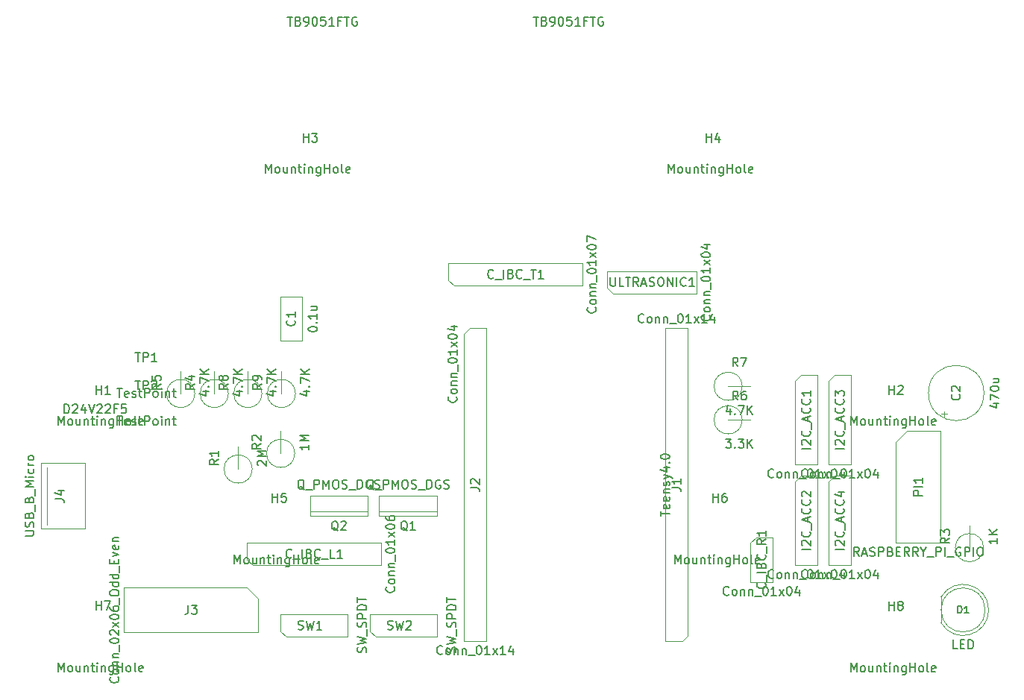
<source format=gbr>
G04 #@! TF.GenerationSoftware,KiCad,Pcbnew,9.0.4*
G04 #@! TF.CreationDate,2025-08-30T13:56:26-07:00*
G04 #@! TF.ProjectId,romi_board,726f6d69-5f62-46f6-9172-642e6b696361,rev?*
G04 #@! TF.SameCoordinates,Original*
G04 #@! TF.FileFunction,AssemblyDrawing,Top*
%FSLAX46Y46*%
G04 Gerber Fmt 4.6, Leading zero omitted, Abs format (unit mm)*
G04 Created by KiCad (PCBNEW 9.0.4) date 2025-08-30 13:56:26*
%MOMM*%
%LPD*%
G01*
G04 APERTURE LIST*
%ADD10C,0.150000*%
%ADD11C,0.200000*%
%ADD12C,0.100000*%
G04 APERTURE END LIST*
D10*
X153639264Y-153986476D02*
X153163074Y-153986476D01*
X153163074Y-153986476D02*
X153163074Y-152986476D01*
X153972598Y-153462666D02*
X154305931Y-153462666D01*
X154448788Y-153986476D02*
X153972598Y-153986476D01*
X153972598Y-153986476D02*
X153972598Y-152986476D01*
X153972598Y-152986476D02*
X154448788Y-152986476D01*
X154877360Y-153986476D02*
X154877360Y-152986476D01*
X154877360Y-152986476D02*
X155115455Y-152986476D01*
X155115455Y-152986476D02*
X155258312Y-153034095D01*
X155258312Y-153034095D02*
X155353550Y-153129333D01*
X155353550Y-153129333D02*
X155401169Y-153224571D01*
X155401169Y-153224571D02*
X155448788Y-153415047D01*
X155448788Y-153415047D02*
X155448788Y-153557904D01*
X155448788Y-153557904D02*
X155401169Y-153748380D01*
X155401169Y-153748380D02*
X155353550Y-153843618D01*
X155353550Y-153843618D02*
X155258312Y-153938857D01*
X155258312Y-153938857D02*
X155115455Y-153986476D01*
X155115455Y-153986476D02*
X154877360Y-153986476D01*
D11*
X153671646Y-149931352D02*
X153671646Y-149131352D01*
X153671646Y-149131352D02*
X153862122Y-149131352D01*
X153862122Y-149131352D02*
X153976408Y-149169447D01*
X153976408Y-149169447D02*
X154052598Y-149245637D01*
X154052598Y-149245637D02*
X154090693Y-149321828D01*
X154090693Y-149321828D02*
X154128789Y-149474209D01*
X154128789Y-149474209D02*
X154128789Y-149588495D01*
X154128789Y-149588495D02*
X154090693Y-149740876D01*
X154090693Y-149740876D02*
X154052598Y-149817066D01*
X154052598Y-149817066D02*
X153976408Y-149893257D01*
X153976408Y-149893257D02*
X153862122Y-149931352D01*
X153862122Y-149931352D02*
X153671646Y-149931352D01*
X154890693Y-149931352D02*
X154433550Y-149931352D01*
X154662122Y-149931352D02*
X154662122Y-149131352D01*
X154662122Y-149131352D02*
X154585931Y-149245637D01*
X154585931Y-149245637D02*
X154509741Y-149321828D01*
X154509741Y-149321828D02*
X154433550Y-149359923D01*
D10*
X89661702Y-146959752D02*
X89709322Y-147007371D01*
X89709322Y-147007371D02*
X89756941Y-147150228D01*
X89756941Y-147150228D02*
X89756941Y-147245466D01*
X89756941Y-147245466D02*
X89709322Y-147388323D01*
X89709322Y-147388323D02*
X89614083Y-147483561D01*
X89614083Y-147483561D02*
X89518845Y-147531180D01*
X89518845Y-147531180D02*
X89328369Y-147578799D01*
X89328369Y-147578799D02*
X89185512Y-147578799D01*
X89185512Y-147578799D02*
X88995036Y-147531180D01*
X88995036Y-147531180D02*
X88899798Y-147483561D01*
X88899798Y-147483561D02*
X88804560Y-147388323D01*
X88804560Y-147388323D02*
X88756941Y-147245466D01*
X88756941Y-147245466D02*
X88756941Y-147150228D01*
X88756941Y-147150228D02*
X88804560Y-147007371D01*
X88804560Y-147007371D02*
X88852179Y-146959752D01*
X89756941Y-146388323D02*
X89709322Y-146483561D01*
X89709322Y-146483561D02*
X89661702Y-146531180D01*
X89661702Y-146531180D02*
X89566464Y-146578799D01*
X89566464Y-146578799D02*
X89280750Y-146578799D01*
X89280750Y-146578799D02*
X89185512Y-146531180D01*
X89185512Y-146531180D02*
X89137893Y-146483561D01*
X89137893Y-146483561D02*
X89090274Y-146388323D01*
X89090274Y-146388323D02*
X89090274Y-146245466D01*
X89090274Y-146245466D02*
X89137893Y-146150228D01*
X89137893Y-146150228D02*
X89185512Y-146102609D01*
X89185512Y-146102609D02*
X89280750Y-146054990D01*
X89280750Y-146054990D02*
X89566464Y-146054990D01*
X89566464Y-146054990D02*
X89661702Y-146102609D01*
X89661702Y-146102609D02*
X89709322Y-146150228D01*
X89709322Y-146150228D02*
X89756941Y-146245466D01*
X89756941Y-146245466D02*
X89756941Y-146388323D01*
X89090274Y-145626418D02*
X89756941Y-145626418D01*
X89185512Y-145626418D02*
X89137893Y-145578799D01*
X89137893Y-145578799D02*
X89090274Y-145483561D01*
X89090274Y-145483561D02*
X89090274Y-145340704D01*
X89090274Y-145340704D02*
X89137893Y-145245466D01*
X89137893Y-145245466D02*
X89233131Y-145197847D01*
X89233131Y-145197847D02*
X89756941Y-145197847D01*
X89090274Y-144721656D02*
X89756941Y-144721656D01*
X89185512Y-144721656D02*
X89137893Y-144674037D01*
X89137893Y-144674037D02*
X89090274Y-144578799D01*
X89090274Y-144578799D02*
X89090274Y-144435942D01*
X89090274Y-144435942D02*
X89137893Y-144340704D01*
X89137893Y-144340704D02*
X89233131Y-144293085D01*
X89233131Y-144293085D02*
X89756941Y-144293085D01*
X89852179Y-144054990D02*
X89852179Y-143293085D01*
X88756941Y-142864513D02*
X88756941Y-142769275D01*
X88756941Y-142769275D02*
X88804560Y-142674037D01*
X88804560Y-142674037D02*
X88852179Y-142626418D01*
X88852179Y-142626418D02*
X88947417Y-142578799D01*
X88947417Y-142578799D02*
X89137893Y-142531180D01*
X89137893Y-142531180D02*
X89375988Y-142531180D01*
X89375988Y-142531180D02*
X89566464Y-142578799D01*
X89566464Y-142578799D02*
X89661702Y-142626418D01*
X89661702Y-142626418D02*
X89709322Y-142674037D01*
X89709322Y-142674037D02*
X89756941Y-142769275D01*
X89756941Y-142769275D02*
X89756941Y-142864513D01*
X89756941Y-142864513D02*
X89709322Y-142959751D01*
X89709322Y-142959751D02*
X89661702Y-143007370D01*
X89661702Y-143007370D02*
X89566464Y-143054989D01*
X89566464Y-143054989D02*
X89375988Y-143102608D01*
X89375988Y-143102608D02*
X89137893Y-143102608D01*
X89137893Y-143102608D02*
X88947417Y-143054989D01*
X88947417Y-143054989D02*
X88852179Y-143007370D01*
X88852179Y-143007370D02*
X88804560Y-142959751D01*
X88804560Y-142959751D02*
X88756941Y-142864513D01*
X89756941Y-141578799D02*
X89756941Y-142150227D01*
X89756941Y-141864513D02*
X88756941Y-141864513D01*
X88756941Y-141864513D02*
X88899798Y-141959751D01*
X88899798Y-141959751D02*
X88995036Y-142054989D01*
X88995036Y-142054989D02*
X89042655Y-142150227D01*
X89756941Y-141245465D02*
X89090274Y-140721656D01*
X89090274Y-141245465D02*
X89756941Y-140721656D01*
X88756941Y-140150227D02*
X88756941Y-140054989D01*
X88756941Y-140054989D02*
X88804560Y-139959751D01*
X88804560Y-139959751D02*
X88852179Y-139912132D01*
X88852179Y-139912132D02*
X88947417Y-139864513D01*
X88947417Y-139864513D02*
X89137893Y-139816894D01*
X89137893Y-139816894D02*
X89375988Y-139816894D01*
X89375988Y-139816894D02*
X89566464Y-139864513D01*
X89566464Y-139864513D02*
X89661702Y-139912132D01*
X89661702Y-139912132D02*
X89709322Y-139959751D01*
X89709322Y-139959751D02*
X89756941Y-140054989D01*
X89756941Y-140054989D02*
X89756941Y-140150227D01*
X89756941Y-140150227D02*
X89709322Y-140245465D01*
X89709322Y-140245465D02*
X89661702Y-140293084D01*
X89661702Y-140293084D02*
X89566464Y-140340703D01*
X89566464Y-140340703D02*
X89375988Y-140388322D01*
X89375988Y-140388322D02*
X89137893Y-140388322D01*
X89137893Y-140388322D02*
X88947417Y-140340703D01*
X88947417Y-140340703D02*
X88852179Y-140293084D01*
X88852179Y-140293084D02*
X88804560Y-140245465D01*
X88804560Y-140245465D02*
X88756941Y-140150227D01*
X88756941Y-138959751D02*
X88756941Y-139150227D01*
X88756941Y-139150227D02*
X88804560Y-139245465D01*
X88804560Y-139245465D02*
X88852179Y-139293084D01*
X88852179Y-139293084D02*
X88995036Y-139388322D01*
X88995036Y-139388322D02*
X89185512Y-139435941D01*
X89185512Y-139435941D02*
X89566464Y-139435941D01*
X89566464Y-139435941D02*
X89661702Y-139388322D01*
X89661702Y-139388322D02*
X89709322Y-139340703D01*
X89709322Y-139340703D02*
X89756941Y-139245465D01*
X89756941Y-139245465D02*
X89756941Y-139054989D01*
X89756941Y-139054989D02*
X89709322Y-138959751D01*
X89709322Y-138959751D02*
X89661702Y-138912132D01*
X89661702Y-138912132D02*
X89566464Y-138864513D01*
X89566464Y-138864513D02*
X89328369Y-138864513D01*
X89328369Y-138864513D02*
X89233131Y-138912132D01*
X89233131Y-138912132D02*
X89185512Y-138959751D01*
X89185512Y-138959751D02*
X89137893Y-139054989D01*
X89137893Y-139054989D02*
X89137893Y-139245465D01*
X89137893Y-139245465D02*
X89185512Y-139340703D01*
X89185512Y-139340703D02*
X89233131Y-139388322D01*
X89233131Y-139388322D02*
X89328369Y-139435941D01*
X78050693Y-143581237D02*
X78003074Y-143628857D01*
X78003074Y-143628857D02*
X77860217Y-143676476D01*
X77860217Y-143676476D02*
X77764979Y-143676476D01*
X77764979Y-143676476D02*
X77622122Y-143628857D01*
X77622122Y-143628857D02*
X77526884Y-143533618D01*
X77526884Y-143533618D02*
X77479265Y-143438380D01*
X77479265Y-143438380D02*
X77431646Y-143247904D01*
X77431646Y-143247904D02*
X77431646Y-143105047D01*
X77431646Y-143105047D02*
X77479265Y-142914571D01*
X77479265Y-142914571D02*
X77526884Y-142819333D01*
X77526884Y-142819333D02*
X77622122Y-142724095D01*
X77622122Y-142724095D02*
X77764979Y-142676476D01*
X77764979Y-142676476D02*
X77860217Y-142676476D01*
X77860217Y-142676476D02*
X78003074Y-142724095D01*
X78003074Y-142724095D02*
X78050693Y-142771714D01*
X78241170Y-143771714D02*
X79003074Y-143771714D01*
X79241170Y-143676476D02*
X79241170Y-142676476D01*
X80050693Y-143152666D02*
X80193550Y-143200285D01*
X80193550Y-143200285D02*
X80241169Y-143247904D01*
X80241169Y-143247904D02*
X80288788Y-143343142D01*
X80288788Y-143343142D02*
X80288788Y-143485999D01*
X80288788Y-143485999D02*
X80241169Y-143581237D01*
X80241169Y-143581237D02*
X80193550Y-143628857D01*
X80193550Y-143628857D02*
X80098312Y-143676476D01*
X80098312Y-143676476D02*
X79717360Y-143676476D01*
X79717360Y-143676476D02*
X79717360Y-142676476D01*
X79717360Y-142676476D02*
X80050693Y-142676476D01*
X80050693Y-142676476D02*
X80145931Y-142724095D01*
X80145931Y-142724095D02*
X80193550Y-142771714D01*
X80193550Y-142771714D02*
X80241169Y-142866952D01*
X80241169Y-142866952D02*
X80241169Y-142962190D01*
X80241169Y-142962190D02*
X80193550Y-143057428D01*
X80193550Y-143057428D02*
X80145931Y-143105047D01*
X80145931Y-143105047D02*
X80050693Y-143152666D01*
X80050693Y-143152666D02*
X79717360Y-143152666D01*
X81288788Y-143581237D02*
X81241169Y-143628857D01*
X81241169Y-143628857D02*
X81098312Y-143676476D01*
X81098312Y-143676476D02*
X81003074Y-143676476D01*
X81003074Y-143676476D02*
X80860217Y-143628857D01*
X80860217Y-143628857D02*
X80764979Y-143533618D01*
X80764979Y-143533618D02*
X80717360Y-143438380D01*
X80717360Y-143438380D02*
X80669741Y-143247904D01*
X80669741Y-143247904D02*
X80669741Y-143105047D01*
X80669741Y-143105047D02*
X80717360Y-142914571D01*
X80717360Y-142914571D02*
X80764979Y-142819333D01*
X80764979Y-142819333D02*
X80860217Y-142724095D01*
X80860217Y-142724095D02*
X81003074Y-142676476D01*
X81003074Y-142676476D02*
X81098312Y-142676476D01*
X81098312Y-142676476D02*
X81241169Y-142724095D01*
X81241169Y-142724095D02*
X81288788Y-142771714D01*
X81479265Y-143771714D02*
X82241169Y-143771714D01*
X82955455Y-143676476D02*
X82479265Y-143676476D01*
X82479265Y-143676476D02*
X82479265Y-142676476D01*
X83812598Y-143676476D02*
X83241170Y-143676476D01*
X83526884Y-143676476D02*
X83526884Y-142676476D01*
X83526884Y-142676476D02*
X83431646Y-142819333D01*
X83431646Y-142819333D02*
X83336408Y-142914571D01*
X83336408Y-142914571D02*
X83241170Y-142962190D01*
X132764026Y-134481237D02*
X132716407Y-134528857D01*
X132716407Y-134528857D02*
X132573550Y-134576476D01*
X132573550Y-134576476D02*
X132478312Y-134576476D01*
X132478312Y-134576476D02*
X132335455Y-134528857D01*
X132335455Y-134528857D02*
X132240217Y-134433618D01*
X132240217Y-134433618D02*
X132192598Y-134338380D01*
X132192598Y-134338380D02*
X132144979Y-134147904D01*
X132144979Y-134147904D02*
X132144979Y-134005047D01*
X132144979Y-134005047D02*
X132192598Y-133814571D01*
X132192598Y-133814571D02*
X132240217Y-133719333D01*
X132240217Y-133719333D02*
X132335455Y-133624095D01*
X132335455Y-133624095D02*
X132478312Y-133576476D01*
X132478312Y-133576476D02*
X132573550Y-133576476D01*
X132573550Y-133576476D02*
X132716407Y-133624095D01*
X132716407Y-133624095D02*
X132764026Y-133671714D01*
X133335455Y-134576476D02*
X133240217Y-134528857D01*
X133240217Y-134528857D02*
X133192598Y-134481237D01*
X133192598Y-134481237D02*
X133144979Y-134385999D01*
X133144979Y-134385999D02*
X133144979Y-134100285D01*
X133144979Y-134100285D02*
X133192598Y-134005047D01*
X133192598Y-134005047D02*
X133240217Y-133957428D01*
X133240217Y-133957428D02*
X133335455Y-133909809D01*
X133335455Y-133909809D02*
X133478312Y-133909809D01*
X133478312Y-133909809D02*
X133573550Y-133957428D01*
X133573550Y-133957428D02*
X133621169Y-134005047D01*
X133621169Y-134005047D02*
X133668788Y-134100285D01*
X133668788Y-134100285D02*
X133668788Y-134385999D01*
X133668788Y-134385999D02*
X133621169Y-134481237D01*
X133621169Y-134481237D02*
X133573550Y-134528857D01*
X133573550Y-134528857D02*
X133478312Y-134576476D01*
X133478312Y-134576476D02*
X133335455Y-134576476D01*
X134097360Y-133909809D02*
X134097360Y-134576476D01*
X134097360Y-134005047D02*
X134144979Y-133957428D01*
X134144979Y-133957428D02*
X134240217Y-133909809D01*
X134240217Y-133909809D02*
X134383074Y-133909809D01*
X134383074Y-133909809D02*
X134478312Y-133957428D01*
X134478312Y-133957428D02*
X134525931Y-134052666D01*
X134525931Y-134052666D02*
X134525931Y-134576476D01*
X135002122Y-133909809D02*
X135002122Y-134576476D01*
X135002122Y-134005047D02*
X135049741Y-133957428D01*
X135049741Y-133957428D02*
X135144979Y-133909809D01*
X135144979Y-133909809D02*
X135287836Y-133909809D01*
X135287836Y-133909809D02*
X135383074Y-133957428D01*
X135383074Y-133957428D02*
X135430693Y-134052666D01*
X135430693Y-134052666D02*
X135430693Y-134576476D01*
X135668789Y-134671714D02*
X136430693Y-134671714D01*
X136859265Y-133576476D02*
X136954503Y-133576476D01*
X136954503Y-133576476D02*
X137049741Y-133624095D01*
X137049741Y-133624095D02*
X137097360Y-133671714D01*
X137097360Y-133671714D02*
X137144979Y-133766952D01*
X137144979Y-133766952D02*
X137192598Y-133957428D01*
X137192598Y-133957428D02*
X137192598Y-134195523D01*
X137192598Y-134195523D02*
X137144979Y-134385999D01*
X137144979Y-134385999D02*
X137097360Y-134481237D01*
X137097360Y-134481237D02*
X137049741Y-134528857D01*
X137049741Y-134528857D02*
X136954503Y-134576476D01*
X136954503Y-134576476D02*
X136859265Y-134576476D01*
X136859265Y-134576476D02*
X136764027Y-134528857D01*
X136764027Y-134528857D02*
X136716408Y-134481237D01*
X136716408Y-134481237D02*
X136668789Y-134385999D01*
X136668789Y-134385999D02*
X136621170Y-134195523D01*
X136621170Y-134195523D02*
X136621170Y-133957428D01*
X136621170Y-133957428D02*
X136668789Y-133766952D01*
X136668789Y-133766952D02*
X136716408Y-133671714D01*
X136716408Y-133671714D02*
X136764027Y-133624095D01*
X136764027Y-133624095D02*
X136859265Y-133576476D01*
X138144979Y-134576476D02*
X137573551Y-134576476D01*
X137859265Y-134576476D02*
X137859265Y-133576476D01*
X137859265Y-133576476D02*
X137764027Y-133719333D01*
X137764027Y-133719333D02*
X137668789Y-133814571D01*
X137668789Y-133814571D02*
X137573551Y-133862190D01*
X138478313Y-134576476D02*
X139002122Y-133909809D01*
X138478313Y-133909809D02*
X139002122Y-134576476D01*
X139573551Y-133576476D02*
X139668789Y-133576476D01*
X139668789Y-133576476D02*
X139764027Y-133624095D01*
X139764027Y-133624095D02*
X139811646Y-133671714D01*
X139811646Y-133671714D02*
X139859265Y-133766952D01*
X139859265Y-133766952D02*
X139906884Y-133957428D01*
X139906884Y-133957428D02*
X139906884Y-134195523D01*
X139906884Y-134195523D02*
X139859265Y-134385999D01*
X139859265Y-134385999D02*
X139811646Y-134481237D01*
X139811646Y-134481237D02*
X139764027Y-134528857D01*
X139764027Y-134528857D02*
X139668789Y-134576476D01*
X139668789Y-134576476D02*
X139573551Y-134576476D01*
X139573551Y-134576476D02*
X139478313Y-134528857D01*
X139478313Y-134528857D02*
X139430694Y-134481237D01*
X139430694Y-134481237D02*
X139383075Y-134385999D01*
X139383075Y-134385999D02*
X139335456Y-134195523D01*
X139335456Y-134195523D02*
X139335456Y-133957428D01*
X139335456Y-133957428D02*
X139383075Y-133766952D01*
X139383075Y-133766952D02*
X139430694Y-133671714D01*
X139430694Y-133671714D02*
X139478313Y-133624095D01*
X139478313Y-133624095D02*
X139573551Y-133576476D01*
X140764027Y-133909809D02*
X140764027Y-134576476D01*
X140525932Y-133528857D02*
X140287837Y-134243142D01*
X140287837Y-134243142D02*
X140906884Y-134243142D01*
X136956941Y-131243561D02*
X135956941Y-131243561D01*
X136052179Y-130814990D02*
X136004560Y-130767371D01*
X136004560Y-130767371D02*
X135956941Y-130672133D01*
X135956941Y-130672133D02*
X135956941Y-130434038D01*
X135956941Y-130434038D02*
X136004560Y-130338800D01*
X136004560Y-130338800D02*
X136052179Y-130291181D01*
X136052179Y-130291181D02*
X136147417Y-130243562D01*
X136147417Y-130243562D02*
X136242655Y-130243562D01*
X136242655Y-130243562D02*
X136385512Y-130291181D01*
X136385512Y-130291181D02*
X136956941Y-130862609D01*
X136956941Y-130862609D02*
X136956941Y-130243562D01*
X136861702Y-129243562D02*
X136909322Y-129291181D01*
X136909322Y-129291181D02*
X136956941Y-129434038D01*
X136956941Y-129434038D02*
X136956941Y-129529276D01*
X136956941Y-129529276D02*
X136909322Y-129672133D01*
X136909322Y-129672133D02*
X136814083Y-129767371D01*
X136814083Y-129767371D02*
X136718845Y-129814990D01*
X136718845Y-129814990D02*
X136528369Y-129862609D01*
X136528369Y-129862609D02*
X136385512Y-129862609D01*
X136385512Y-129862609D02*
X136195036Y-129814990D01*
X136195036Y-129814990D02*
X136099798Y-129767371D01*
X136099798Y-129767371D02*
X136004560Y-129672133D01*
X136004560Y-129672133D02*
X135956941Y-129529276D01*
X135956941Y-129529276D02*
X135956941Y-129434038D01*
X135956941Y-129434038D02*
X136004560Y-129291181D01*
X136004560Y-129291181D02*
X136052179Y-129243562D01*
X137052179Y-129053086D02*
X137052179Y-128291181D01*
X136671226Y-128100704D02*
X136671226Y-127624514D01*
X136956941Y-128195942D02*
X135956941Y-127862609D01*
X135956941Y-127862609D02*
X136956941Y-127529276D01*
X136861702Y-126624514D02*
X136909322Y-126672133D01*
X136909322Y-126672133D02*
X136956941Y-126814990D01*
X136956941Y-126814990D02*
X136956941Y-126910228D01*
X136956941Y-126910228D02*
X136909322Y-127053085D01*
X136909322Y-127053085D02*
X136814083Y-127148323D01*
X136814083Y-127148323D02*
X136718845Y-127195942D01*
X136718845Y-127195942D02*
X136528369Y-127243561D01*
X136528369Y-127243561D02*
X136385512Y-127243561D01*
X136385512Y-127243561D02*
X136195036Y-127195942D01*
X136195036Y-127195942D02*
X136099798Y-127148323D01*
X136099798Y-127148323D02*
X136004560Y-127053085D01*
X136004560Y-127053085D02*
X135956941Y-126910228D01*
X135956941Y-126910228D02*
X135956941Y-126814990D01*
X135956941Y-126814990D02*
X136004560Y-126672133D01*
X136004560Y-126672133D02*
X136052179Y-126624514D01*
X136861702Y-125624514D02*
X136909322Y-125672133D01*
X136909322Y-125672133D02*
X136956941Y-125814990D01*
X136956941Y-125814990D02*
X136956941Y-125910228D01*
X136956941Y-125910228D02*
X136909322Y-126053085D01*
X136909322Y-126053085D02*
X136814083Y-126148323D01*
X136814083Y-126148323D02*
X136718845Y-126195942D01*
X136718845Y-126195942D02*
X136528369Y-126243561D01*
X136528369Y-126243561D02*
X136385512Y-126243561D01*
X136385512Y-126243561D02*
X136195036Y-126195942D01*
X136195036Y-126195942D02*
X136099798Y-126148323D01*
X136099798Y-126148323D02*
X136004560Y-126053085D01*
X136004560Y-126053085D02*
X135956941Y-125910228D01*
X135956941Y-125910228D02*
X135956941Y-125814990D01*
X135956941Y-125814990D02*
X136004560Y-125672133D01*
X136004560Y-125672133D02*
X136052179Y-125624514D01*
X136956941Y-124672133D02*
X136956941Y-125243561D01*
X136956941Y-124957847D02*
X135956941Y-124957847D01*
X135956941Y-124957847D02*
X136099798Y-125053085D01*
X136099798Y-125053085D02*
X136195036Y-125148323D01*
X136195036Y-125148323D02*
X136242655Y-125243561D01*
X132764026Y-145911237D02*
X132716407Y-145958857D01*
X132716407Y-145958857D02*
X132573550Y-146006476D01*
X132573550Y-146006476D02*
X132478312Y-146006476D01*
X132478312Y-146006476D02*
X132335455Y-145958857D01*
X132335455Y-145958857D02*
X132240217Y-145863618D01*
X132240217Y-145863618D02*
X132192598Y-145768380D01*
X132192598Y-145768380D02*
X132144979Y-145577904D01*
X132144979Y-145577904D02*
X132144979Y-145435047D01*
X132144979Y-145435047D02*
X132192598Y-145244571D01*
X132192598Y-145244571D02*
X132240217Y-145149333D01*
X132240217Y-145149333D02*
X132335455Y-145054095D01*
X132335455Y-145054095D02*
X132478312Y-145006476D01*
X132478312Y-145006476D02*
X132573550Y-145006476D01*
X132573550Y-145006476D02*
X132716407Y-145054095D01*
X132716407Y-145054095D02*
X132764026Y-145101714D01*
X133335455Y-146006476D02*
X133240217Y-145958857D01*
X133240217Y-145958857D02*
X133192598Y-145911237D01*
X133192598Y-145911237D02*
X133144979Y-145815999D01*
X133144979Y-145815999D02*
X133144979Y-145530285D01*
X133144979Y-145530285D02*
X133192598Y-145435047D01*
X133192598Y-145435047D02*
X133240217Y-145387428D01*
X133240217Y-145387428D02*
X133335455Y-145339809D01*
X133335455Y-145339809D02*
X133478312Y-145339809D01*
X133478312Y-145339809D02*
X133573550Y-145387428D01*
X133573550Y-145387428D02*
X133621169Y-145435047D01*
X133621169Y-145435047D02*
X133668788Y-145530285D01*
X133668788Y-145530285D02*
X133668788Y-145815999D01*
X133668788Y-145815999D02*
X133621169Y-145911237D01*
X133621169Y-145911237D02*
X133573550Y-145958857D01*
X133573550Y-145958857D02*
X133478312Y-146006476D01*
X133478312Y-146006476D02*
X133335455Y-146006476D01*
X134097360Y-145339809D02*
X134097360Y-146006476D01*
X134097360Y-145435047D02*
X134144979Y-145387428D01*
X134144979Y-145387428D02*
X134240217Y-145339809D01*
X134240217Y-145339809D02*
X134383074Y-145339809D01*
X134383074Y-145339809D02*
X134478312Y-145387428D01*
X134478312Y-145387428D02*
X134525931Y-145482666D01*
X134525931Y-145482666D02*
X134525931Y-146006476D01*
X135002122Y-145339809D02*
X135002122Y-146006476D01*
X135002122Y-145435047D02*
X135049741Y-145387428D01*
X135049741Y-145387428D02*
X135144979Y-145339809D01*
X135144979Y-145339809D02*
X135287836Y-145339809D01*
X135287836Y-145339809D02*
X135383074Y-145387428D01*
X135383074Y-145387428D02*
X135430693Y-145482666D01*
X135430693Y-145482666D02*
X135430693Y-146006476D01*
X135668789Y-146101714D02*
X136430693Y-146101714D01*
X136859265Y-145006476D02*
X136954503Y-145006476D01*
X136954503Y-145006476D02*
X137049741Y-145054095D01*
X137049741Y-145054095D02*
X137097360Y-145101714D01*
X137097360Y-145101714D02*
X137144979Y-145196952D01*
X137144979Y-145196952D02*
X137192598Y-145387428D01*
X137192598Y-145387428D02*
X137192598Y-145625523D01*
X137192598Y-145625523D02*
X137144979Y-145815999D01*
X137144979Y-145815999D02*
X137097360Y-145911237D01*
X137097360Y-145911237D02*
X137049741Y-145958857D01*
X137049741Y-145958857D02*
X136954503Y-146006476D01*
X136954503Y-146006476D02*
X136859265Y-146006476D01*
X136859265Y-146006476D02*
X136764027Y-145958857D01*
X136764027Y-145958857D02*
X136716408Y-145911237D01*
X136716408Y-145911237D02*
X136668789Y-145815999D01*
X136668789Y-145815999D02*
X136621170Y-145625523D01*
X136621170Y-145625523D02*
X136621170Y-145387428D01*
X136621170Y-145387428D02*
X136668789Y-145196952D01*
X136668789Y-145196952D02*
X136716408Y-145101714D01*
X136716408Y-145101714D02*
X136764027Y-145054095D01*
X136764027Y-145054095D02*
X136859265Y-145006476D01*
X138144979Y-146006476D02*
X137573551Y-146006476D01*
X137859265Y-146006476D02*
X137859265Y-145006476D01*
X137859265Y-145006476D02*
X137764027Y-145149333D01*
X137764027Y-145149333D02*
X137668789Y-145244571D01*
X137668789Y-145244571D02*
X137573551Y-145292190D01*
X138478313Y-146006476D02*
X139002122Y-145339809D01*
X138478313Y-145339809D02*
X139002122Y-146006476D01*
X139573551Y-145006476D02*
X139668789Y-145006476D01*
X139668789Y-145006476D02*
X139764027Y-145054095D01*
X139764027Y-145054095D02*
X139811646Y-145101714D01*
X139811646Y-145101714D02*
X139859265Y-145196952D01*
X139859265Y-145196952D02*
X139906884Y-145387428D01*
X139906884Y-145387428D02*
X139906884Y-145625523D01*
X139906884Y-145625523D02*
X139859265Y-145815999D01*
X139859265Y-145815999D02*
X139811646Y-145911237D01*
X139811646Y-145911237D02*
X139764027Y-145958857D01*
X139764027Y-145958857D02*
X139668789Y-146006476D01*
X139668789Y-146006476D02*
X139573551Y-146006476D01*
X139573551Y-146006476D02*
X139478313Y-145958857D01*
X139478313Y-145958857D02*
X139430694Y-145911237D01*
X139430694Y-145911237D02*
X139383075Y-145815999D01*
X139383075Y-145815999D02*
X139335456Y-145625523D01*
X139335456Y-145625523D02*
X139335456Y-145387428D01*
X139335456Y-145387428D02*
X139383075Y-145196952D01*
X139383075Y-145196952D02*
X139430694Y-145101714D01*
X139430694Y-145101714D02*
X139478313Y-145054095D01*
X139478313Y-145054095D02*
X139573551Y-145006476D01*
X140764027Y-145339809D02*
X140764027Y-146006476D01*
X140525932Y-144958857D02*
X140287837Y-145673142D01*
X140287837Y-145673142D02*
X140906884Y-145673142D01*
X136956941Y-142673561D02*
X135956941Y-142673561D01*
X136052179Y-142244990D02*
X136004560Y-142197371D01*
X136004560Y-142197371D02*
X135956941Y-142102133D01*
X135956941Y-142102133D02*
X135956941Y-141864038D01*
X135956941Y-141864038D02*
X136004560Y-141768800D01*
X136004560Y-141768800D02*
X136052179Y-141721181D01*
X136052179Y-141721181D02*
X136147417Y-141673562D01*
X136147417Y-141673562D02*
X136242655Y-141673562D01*
X136242655Y-141673562D02*
X136385512Y-141721181D01*
X136385512Y-141721181D02*
X136956941Y-142292609D01*
X136956941Y-142292609D02*
X136956941Y-141673562D01*
X136861702Y-140673562D02*
X136909322Y-140721181D01*
X136909322Y-140721181D02*
X136956941Y-140864038D01*
X136956941Y-140864038D02*
X136956941Y-140959276D01*
X136956941Y-140959276D02*
X136909322Y-141102133D01*
X136909322Y-141102133D02*
X136814083Y-141197371D01*
X136814083Y-141197371D02*
X136718845Y-141244990D01*
X136718845Y-141244990D02*
X136528369Y-141292609D01*
X136528369Y-141292609D02*
X136385512Y-141292609D01*
X136385512Y-141292609D02*
X136195036Y-141244990D01*
X136195036Y-141244990D02*
X136099798Y-141197371D01*
X136099798Y-141197371D02*
X136004560Y-141102133D01*
X136004560Y-141102133D02*
X135956941Y-140959276D01*
X135956941Y-140959276D02*
X135956941Y-140864038D01*
X135956941Y-140864038D02*
X136004560Y-140721181D01*
X136004560Y-140721181D02*
X136052179Y-140673562D01*
X137052179Y-140483086D02*
X137052179Y-139721181D01*
X136671226Y-139530704D02*
X136671226Y-139054514D01*
X136956941Y-139625942D02*
X135956941Y-139292609D01*
X135956941Y-139292609D02*
X136956941Y-138959276D01*
X136861702Y-138054514D02*
X136909322Y-138102133D01*
X136909322Y-138102133D02*
X136956941Y-138244990D01*
X136956941Y-138244990D02*
X136956941Y-138340228D01*
X136956941Y-138340228D02*
X136909322Y-138483085D01*
X136909322Y-138483085D02*
X136814083Y-138578323D01*
X136814083Y-138578323D02*
X136718845Y-138625942D01*
X136718845Y-138625942D02*
X136528369Y-138673561D01*
X136528369Y-138673561D02*
X136385512Y-138673561D01*
X136385512Y-138673561D02*
X136195036Y-138625942D01*
X136195036Y-138625942D02*
X136099798Y-138578323D01*
X136099798Y-138578323D02*
X136004560Y-138483085D01*
X136004560Y-138483085D02*
X135956941Y-138340228D01*
X135956941Y-138340228D02*
X135956941Y-138244990D01*
X135956941Y-138244990D02*
X136004560Y-138102133D01*
X136004560Y-138102133D02*
X136052179Y-138054514D01*
X136861702Y-137054514D02*
X136909322Y-137102133D01*
X136909322Y-137102133D02*
X136956941Y-137244990D01*
X136956941Y-137244990D02*
X136956941Y-137340228D01*
X136956941Y-137340228D02*
X136909322Y-137483085D01*
X136909322Y-137483085D02*
X136814083Y-137578323D01*
X136814083Y-137578323D02*
X136718845Y-137625942D01*
X136718845Y-137625942D02*
X136528369Y-137673561D01*
X136528369Y-137673561D02*
X136385512Y-137673561D01*
X136385512Y-137673561D02*
X136195036Y-137625942D01*
X136195036Y-137625942D02*
X136099798Y-137578323D01*
X136099798Y-137578323D02*
X136004560Y-137483085D01*
X136004560Y-137483085D02*
X135956941Y-137340228D01*
X135956941Y-137340228D02*
X135956941Y-137244990D01*
X135956941Y-137244990D02*
X136004560Y-137102133D01*
X136004560Y-137102133D02*
X136052179Y-137054514D01*
X136052179Y-136673561D02*
X136004560Y-136625942D01*
X136004560Y-136625942D02*
X135956941Y-136530704D01*
X135956941Y-136530704D02*
X135956941Y-136292609D01*
X135956941Y-136292609D02*
X136004560Y-136197371D01*
X136004560Y-136197371D02*
X136052179Y-136149752D01*
X136052179Y-136149752D02*
X136147417Y-136102133D01*
X136147417Y-136102133D02*
X136242655Y-136102133D01*
X136242655Y-136102133D02*
X136385512Y-136149752D01*
X136385512Y-136149752D02*
X136956941Y-136721180D01*
X136956941Y-136721180D02*
X136956941Y-136102133D01*
X136574026Y-134481237D02*
X136526407Y-134528857D01*
X136526407Y-134528857D02*
X136383550Y-134576476D01*
X136383550Y-134576476D02*
X136288312Y-134576476D01*
X136288312Y-134576476D02*
X136145455Y-134528857D01*
X136145455Y-134528857D02*
X136050217Y-134433618D01*
X136050217Y-134433618D02*
X136002598Y-134338380D01*
X136002598Y-134338380D02*
X135954979Y-134147904D01*
X135954979Y-134147904D02*
X135954979Y-134005047D01*
X135954979Y-134005047D02*
X136002598Y-133814571D01*
X136002598Y-133814571D02*
X136050217Y-133719333D01*
X136050217Y-133719333D02*
X136145455Y-133624095D01*
X136145455Y-133624095D02*
X136288312Y-133576476D01*
X136288312Y-133576476D02*
X136383550Y-133576476D01*
X136383550Y-133576476D02*
X136526407Y-133624095D01*
X136526407Y-133624095D02*
X136574026Y-133671714D01*
X137145455Y-134576476D02*
X137050217Y-134528857D01*
X137050217Y-134528857D02*
X137002598Y-134481237D01*
X137002598Y-134481237D02*
X136954979Y-134385999D01*
X136954979Y-134385999D02*
X136954979Y-134100285D01*
X136954979Y-134100285D02*
X137002598Y-134005047D01*
X137002598Y-134005047D02*
X137050217Y-133957428D01*
X137050217Y-133957428D02*
X137145455Y-133909809D01*
X137145455Y-133909809D02*
X137288312Y-133909809D01*
X137288312Y-133909809D02*
X137383550Y-133957428D01*
X137383550Y-133957428D02*
X137431169Y-134005047D01*
X137431169Y-134005047D02*
X137478788Y-134100285D01*
X137478788Y-134100285D02*
X137478788Y-134385999D01*
X137478788Y-134385999D02*
X137431169Y-134481237D01*
X137431169Y-134481237D02*
X137383550Y-134528857D01*
X137383550Y-134528857D02*
X137288312Y-134576476D01*
X137288312Y-134576476D02*
X137145455Y-134576476D01*
X137907360Y-133909809D02*
X137907360Y-134576476D01*
X137907360Y-134005047D02*
X137954979Y-133957428D01*
X137954979Y-133957428D02*
X138050217Y-133909809D01*
X138050217Y-133909809D02*
X138193074Y-133909809D01*
X138193074Y-133909809D02*
X138288312Y-133957428D01*
X138288312Y-133957428D02*
X138335931Y-134052666D01*
X138335931Y-134052666D02*
X138335931Y-134576476D01*
X138812122Y-133909809D02*
X138812122Y-134576476D01*
X138812122Y-134005047D02*
X138859741Y-133957428D01*
X138859741Y-133957428D02*
X138954979Y-133909809D01*
X138954979Y-133909809D02*
X139097836Y-133909809D01*
X139097836Y-133909809D02*
X139193074Y-133957428D01*
X139193074Y-133957428D02*
X139240693Y-134052666D01*
X139240693Y-134052666D02*
X139240693Y-134576476D01*
X139478789Y-134671714D02*
X140240693Y-134671714D01*
X140669265Y-133576476D02*
X140764503Y-133576476D01*
X140764503Y-133576476D02*
X140859741Y-133624095D01*
X140859741Y-133624095D02*
X140907360Y-133671714D01*
X140907360Y-133671714D02*
X140954979Y-133766952D01*
X140954979Y-133766952D02*
X141002598Y-133957428D01*
X141002598Y-133957428D02*
X141002598Y-134195523D01*
X141002598Y-134195523D02*
X140954979Y-134385999D01*
X140954979Y-134385999D02*
X140907360Y-134481237D01*
X140907360Y-134481237D02*
X140859741Y-134528857D01*
X140859741Y-134528857D02*
X140764503Y-134576476D01*
X140764503Y-134576476D02*
X140669265Y-134576476D01*
X140669265Y-134576476D02*
X140574027Y-134528857D01*
X140574027Y-134528857D02*
X140526408Y-134481237D01*
X140526408Y-134481237D02*
X140478789Y-134385999D01*
X140478789Y-134385999D02*
X140431170Y-134195523D01*
X140431170Y-134195523D02*
X140431170Y-133957428D01*
X140431170Y-133957428D02*
X140478789Y-133766952D01*
X140478789Y-133766952D02*
X140526408Y-133671714D01*
X140526408Y-133671714D02*
X140574027Y-133624095D01*
X140574027Y-133624095D02*
X140669265Y-133576476D01*
X141954979Y-134576476D02*
X141383551Y-134576476D01*
X141669265Y-134576476D02*
X141669265Y-133576476D01*
X141669265Y-133576476D02*
X141574027Y-133719333D01*
X141574027Y-133719333D02*
X141478789Y-133814571D01*
X141478789Y-133814571D02*
X141383551Y-133862190D01*
X142288313Y-134576476D02*
X142812122Y-133909809D01*
X142288313Y-133909809D02*
X142812122Y-134576476D01*
X143383551Y-133576476D02*
X143478789Y-133576476D01*
X143478789Y-133576476D02*
X143574027Y-133624095D01*
X143574027Y-133624095D02*
X143621646Y-133671714D01*
X143621646Y-133671714D02*
X143669265Y-133766952D01*
X143669265Y-133766952D02*
X143716884Y-133957428D01*
X143716884Y-133957428D02*
X143716884Y-134195523D01*
X143716884Y-134195523D02*
X143669265Y-134385999D01*
X143669265Y-134385999D02*
X143621646Y-134481237D01*
X143621646Y-134481237D02*
X143574027Y-134528857D01*
X143574027Y-134528857D02*
X143478789Y-134576476D01*
X143478789Y-134576476D02*
X143383551Y-134576476D01*
X143383551Y-134576476D02*
X143288313Y-134528857D01*
X143288313Y-134528857D02*
X143240694Y-134481237D01*
X143240694Y-134481237D02*
X143193075Y-134385999D01*
X143193075Y-134385999D02*
X143145456Y-134195523D01*
X143145456Y-134195523D02*
X143145456Y-133957428D01*
X143145456Y-133957428D02*
X143193075Y-133766952D01*
X143193075Y-133766952D02*
X143240694Y-133671714D01*
X143240694Y-133671714D02*
X143288313Y-133624095D01*
X143288313Y-133624095D02*
X143383551Y-133576476D01*
X144574027Y-133909809D02*
X144574027Y-134576476D01*
X144335932Y-133528857D02*
X144097837Y-134243142D01*
X144097837Y-134243142D02*
X144716884Y-134243142D01*
X140766941Y-131243561D02*
X139766941Y-131243561D01*
X139862179Y-130814990D02*
X139814560Y-130767371D01*
X139814560Y-130767371D02*
X139766941Y-130672133D01*
X139766941Y-130672133D02*
X139766941Y-130434038D01*
X139766941Y-130434038D02*
X139814560Y-130338800D01*
X139814560Y-130338800D02*
X139862179Y-130291181D01*
X139862179Y-130291181D02*
X139957417Y-130243562D01*
X139957417Y-130243562D02*
X140052655Y-130243562D01*
X140052655Y-130243562D02*
X140195512Y-130291181D01*
X140195512Y-130291181D02*
X140766941Y-130862609D01*
X140766941Y-130862609D02*
X140766941Y-130243562D01*
X140671702Y-129243562D02*
X140719322Y-129291181D01*
X140719322Y-129291181D02*
X140766941Y-129434038D01*
X140766941Y-129434038D02*
X140766941Y-129529276D01*
X140766941Y-129529276D02*
X140719322Y-129672133D01*
X140719322Y-129672133D02*
X140624083Y-129767371D01*
X140624083Y-129767371D02*
X140528845Y-129814990D01*
X140528845Y-129814990D02*
X140338369Y-129862609D01*
X140338369Y-129862609D02*
X140195512Y-129862609D01*
X140195512Y-129862609D02*
X140005036Y-129814990D01*
X140005036Y-129814990D02*
X139909798Y-129767371D01*
X139909798Y-129767371D02*
X139814560Y-129672133D01*
X139814560Y-129672133D02*
X139766941Y-129529276D01*
X139766941Y-129529276D02*
X139766941Y-129434038D01*
X139766941Y-129434038D02*
X139814560Y-129291181D01*
X139814560Y-129291181D02*
X139862179Y-129243562D01*
X140862179Y-129053086D02*
X140862179Y-128291181D01*
X140481226Y-128100704D02*
X140481226Y-127624514D01*
X140766941Y-128195942D02*
X139766941Y-127862609D01*
X139766941Y-127862609D02*
X140766941Y-127529276D01*
X140671702Y-126624514D02*
X140719322Y-126672133D01*
X140719322Y-126672133D02*
X140766941Y-126814990D01*
X140766941Y-126814990D02*
X140766941Y-126910228D01*
X140766941Y-126910228D02*
X140719322Y-127053085D01*
X140719322Y-127053085D02*
X140624083Y-127148323D01*
X140624083Y-127148323D02*
X140528845Y-127195942D01*
X140528845Y-127195942D02*
X140338369Y-127243561D01*
X140338369Y-127243561D02*
X140195512Y-127243561D01*
X140195512Y-127243561D02*
X140005036Y-127195942D01*
X140005036Y-127195942D02*
X139909798Y-127148323D01*
X139909798Y-127148323D02*
X139814560Y-127053085D01*
X139814560Y-127053085D02*
X139766941Y-126910228D01*
X139766941Y-126910228D02*
X139766941Y-126814990D01*
X139766941Y-126814990D02*
X139814560Y-126672133D01*
X139814560Y-126672133D02*
X139862179Y-126624514D01*
X140671702Y-125624514D02*
X140719322Y-125672133D01*
X140719322Y-125672133D02*
X140766941Y-125814990D01*
X140766941Y-125814990D02*
X140766941Y-125910228D01*
X140766941Y-125910228D02*
X140719322Y-126053085D01*
X140719322Y-126053085D02*
X140624083Y-126148323D01*
X140624083Y-126148323D02*
X140528845Y-126195942D01*
X140528845Y-126195942D02*
X140338369Y-126243561D01*
X140338369Y-126243561D02*
X140195512Y-126243561D01*
X140195512Y-126243561D02*
X140005036Y-126195942D01*
X140005036Y-126195942D02*
X139909798Y-126148323D01*
X139909798Y-126148323D02*
X139814560Y-126053085D01*
X139814560Y-126053085D02*
X139766941Y-125910228D01*
X139766941Y-125910228D02*
X139766941Y-125814990D01*
X139766941Y-125814990D02*
X139814560Y-125672133D01*
X139814560Y-125672133D02*
X139862179Y-125624514D01*
X139766941Y-125291180D02*
X139766941Y-124672133D01*
X139766941Y-124672133D02*
X140147893Y-125005466D01*
X140147893Y-125005466D02*
X140147893Y-124862609D01*
X140147893Y-124862609D02*
X140195512Y-124767371D01*
X140195512Y-124767371D02*
X140243131Y-124719752D01*
X140243131Y-124719752D02*
X140338369Y-124672133D01*
X140338369Y-124672133D02*
X140576464Y-124672133D01*
X140576464Y-124672133D02*
X140671702Y-124719752D01*
X140671702Y-124719752D02*
X140719322Y-124767371D01*
X140719322Y-124767371D02*
X140766941Y-124862609D01*
X140766941Y-124862609D02*
X140766941Y-125148323D01*
X140766941Y-125148323D02*
X140719322Y-125243561D01*
X140719322Y-125243561D02*
X140671702Y-125291180D01*
X136574026Y-145911237D02*
X136526407Y-145958857D01*
X136526407Y-145958857D02*
X136383550Y-146006476D01*
X136383550Y-146006476D02*
X136288312Y-146006476D01*
X136288312Y-146006476D02*
X136145455Y-145958857D01*
X136145455Y-145958857D02*
X136050217Y-145863618D01*
X136050217Y-145863618D02*
X136002598Y-145768380D01*
X136002598Y-145768380D02*
X135954979Y-145577904D01*
X135954979Y-145577904D02*
X135954979Y-145435047D01*
X135954979Y-145435047D02*
X136002598Y-145244571D01*
X136002598Y-145244571D02*
X136050217Y-145149333D01*
X136050217Y-145149333D02*
X136145455Y-145054095D01*
X136145455Y-145054095D02*
X136288312Y-145006476D01*
X136288312Y-145006476D02*
X136383550Y-145006476D01*
X136383550Y-145006476D02*
X136526407Y-145054095D01*
X136526407Y-145054095D02*
X136574026Y-145101714D01*
X137145455Y-146006476D02*
X137050217Y-145958857D01*
X137050217Y-145958857D02*
X137002598Y-145911237D01*
X137002598Y-145911237D02*
X136954979Y-145815999D01*
X136954979Y-145815999D02*
X136954979Y-145530285D01*
X136954979Y-145530285D02*
X137002598Y-145435047D01*
X137002598Y-145435047D02*
X137050217Y-145387428D01*
X137050217Y-145387428D02*
X137145455Y-145339809D01*
X137145455Y-145339809D02*
X137288312Y-145339809D01*
X137288312Y-145339809D02*
X137383550Y-145387428D01*
X137383550Y-145387428D02*
X137431169Y-145435047D01*
X137431169Y-145435047D02*
X137478788Y-145530285D01*
X137478788Y-145530285D02*
X137478788Y-145815999D01*
X137478788Y-145815999D02*
X137431169Y-145911237D01*
X137431169Y-145911237D02*
X137383550Y-145958857D01*
X137383550Y-145958857D02*
X137288312Y-146006476D01*
X137288312Y-146006476D02*
X137145455Y-146006476D01*
X137907360Y-145339809D02*
X137907360Y-146006476D01*
X137907360Y-145435047D02*
X137954979Y-145387428D01*
X137954979Y-145387428D02*
X138050217Y-145339809D01*
X138050217Y-145339809D02*
X138193074Y-145339809D01*
X138193074Y-145339809D02*
X138288312Y-145387428D01*
X138288312Y-145387428D02*
X138335931Y-145482666D01*
X138335931Y-145482666D02*
X138335931Y-146006476D01*
X138812122Y-145339809D02*
X138812122Y-146006476D01*
X138812122Y-145435047D02*
X138859741Y-145387428D01*
X138859741Y-145387428D02*
X138954979Y-145339809D01*
X138954979Y-145339809D02*
X139097836Y-145339809D01*
X139097836Y-145339809D02*
X139193074Y-145387428D01*
X139193074Y-145387428D02*
X139240693Y-145482666D01*
X139240693Y-145482666D02*
X139240693Y-146006476D01*
X139478789Y-146101714D02*
X140240693Y-146101714D01*
X140669265Y-145006476D02*
X140764503Y-145006476D01*
X140764503Y-145006476D02*
X140859741Y-145054095D01*
X140859741Y-145054095D02*
X140907360Y-145101714D01*
X140907360Y-145101714D02*
X140954979Y-145196952D01*
X140954979Y-145196952D02*
X141002598Y-145387428D01*
X141002598Y-145387428D02*
X141002598Y-145625523D01*
X141002598Y-145625523D02*
X140954979Y-145815999D01*
X140954979Y-145815999D02*
X140907360Y-145911237D01*
X140907360Y-145911237D02*
X140859741Y-145958857D01*
X140859741Y-145958857D02*
X140764503Y-146006476D01*
X140764503Y-146006476D02*
X140669265Y-146006476D01*
X140669265Y-146006476D02*
X140574027Y-145958857D01*
X140574027Y-145958857D02*
X140526408Y-145911237D01*
X140526408Y-145911237D02*
X140478789Y-145815999D01*
X140478789Y-145815999D02*
X140431170Y-145625523D01*
X140431170Y-145625523D02*
X140431170Y-145387428D01*
X140431170Y-145387428D02*
X140478789Y-145196952D01*
X140478789Y-145196952D02*
X140526408Y-145101714D01*
X140526408Y-145101714D02*
X140574027Y-145054095D01*
X140574027Y-145054095D02*
X140669265Y-145006476D01*
X141954979Y-146006476D02*
X141383551Y-146006476D01*
X141669265Y-146006476D02*
X141669265Y-145006476D01*
X141669265Y-145006476D02*
X141574027Y-145149333D01*
X141574027Y-145149333D02*
X141478789Y-145244571D01*
X141478789Y-145244571D02*
X141383551Y-145292190D01*
X142288313Y-146006476D02*
X142812122Y-145339809D01*
X142288313Y-145339809D02*
X142812122Y-146006476D01*
X143383551Y-145006476D02*
X143478789Y-145006476D01*
X143478789Y-145006476D02*
X143574027Y-145054095D01*
X143574027Y-145054095D02*
X143621646Y-145101714D01*
X143621646Y-145101714D02*
X143669265Y-145196952D01*
X143669265Y-145196952D02*
X143716884Y-145387428D01*
X143716884Y-145387428D02*
X143716884Y-145625523D01*
X143716884Y-145625523D02*
X143669265Y-145815999D01*
X143669265Y-145815999D02*
X143621646Y-145911237D01*
X143621646Y-145911237D02*
X143574027Y-145958857D01*
X143574027Y-145958857D02*
X143478789Y-146006476D01*
X143478789Y-146006476D02*
X143383551Y-146006476D01*
X143383551Y-146006476D02*
X143288313Y-145958857D01*
X143288313Y-145958857D02*
X143240694Y-145911237D01*
X143240694Y-145911237D02*
X143193075Y-145815999D01*
X143193075Y-145815999D02*
X143145456Y-145625523D01*
X143145456Y-145625523D02*
X143145456Y-145387428D01*
X143145456Y-145387428D02*
X143193075Y-145196952D01*
X143193075Y-145196952D02*
X143240694Y-145101714D01*
X143240694Y-145101714D02*
X143288313Y-145054095D01*
X143288313Y-145054095D02*
X143383551Y-145006476D01*
X144574027Y-145339809D02*
X144574027Y-146006476D01*
X144335932Y-144958857D02*
X144097837Y-145673142D01*
X144097837Y-145673142D02*
X144716884Y-145673142D01*
X140766941Y-142673561D02*
X139766941Y-142673561D01*
X139862179Y-142244990D02*
X139814560Y-142197371D01*
X139814560Y-142197371D02*
X139766941Y-142102133D01*
X139766941Y-142102133D02*
X139766941Y-141864038D01*
X139766941Y-141864038D02*
X139814560Y-141768800D01*
X139814560Y-141768800D02*
X139862179Y-141721181D01*
X139862179Y-141721181D02*
X139957417Y-141673562D01*
X139957417Y-141673562D02*
X140052655Y-141673562D01*
X140052655Y-141673562D02*
X140195512Y-141721181D01*
X140195512Y-141721181D02*
X140766941Y-142292609D01*
X140766941Y-142292609D02*
X140766941Y-141673562D01*
X140671702Y-140673562D02*
X140719322Y-140721181D01*
X140719322Y-140721181D02*
X140766941Y-140864038D01*
X140766941Y-140864038D02*
X140766941Y-140959276D01*
X140766941Y-140959276D02*
X140719322Y-141102133D01*
X140719322Y-141102133D02*
X140624083Y-141197371D01*
X140624083Y-141197371D02*
X140528845Y-141244990D01*
X140528845Y-141244990D02*
X140338369Y-141292609D01*
X140338369Y-141292609D02*
X140195512Y-141292609D01*
X140195512Y-141292609D02*
X140005036Y-141244990D01*
X140005036Y-141244990D02*
X139909798Y-141197371D01*
X139909798Y-141197371D02*
X139814560Y-141102133D01*
X139814560Y-141102133D02*
X139766941Y-140959276D01*
X139766941Y-140959276D02*
X139766941Y-140864038D01*
X139766941Y-140864038D02*
X139814560Y-140721181D01*
X139814560Y-140721181D02*
X139862179Y-140673562D01*
X140862179Y-140483086D02*
X140862179Y-139721181D01*
X140481226Y-139530704D02*
X140481226Y-139054514D01*
X140766941Y-139625942D02*
X139766941Y-139292609D01*
X139766941Y-139292609D02*
X140766941Y-138959276D01*
X140671702Y-138054514D02*
X140719322Y-138102133D01*
X140719322Y-138102133D02*
X140766941Y-138244990D01*
X140766941Y-138244990D02*
X140766941Y-138340228D01*
X140766941Y-138340228D02*
X140719322Y-138483085D01*
X140719322Y-138483085D02*
X140624083Y-138578323D01*
X140624083Y-138578323D02*
X140528845Y-138625942D01*
X140528845Y-138625942D02*
X140338369Y-138673561D01*
X140338369Y-138673561D02*
X140195512Y-138673561D01*
X140195512Y-138673561D02*
X140005036Y-138625942D01*
X140005036Y-138625942D02*
X139909798Y-138578323D01*
X139909798Y-138578323D02*
X139814560Y-138483085D01*
X139814560Y-138483085D02*
X139766941Y-138340228D01*
X139766941Y-138340228D02*
X139766941Y-138244990D01*
X139766941Y-138244990D02*
X139814560Y-138102133D01*
X139814560Y-138102133D02*
X139862179Y-138054514D01*
X140671702Y-137054514D02*
X140719322Y-137102133D01*
X140719322Y-137102133D02*
X140766941Y-137244990D01*
X140766941Y-137244990D02*
X140766941Y-137340228D01*
X140766941Y-137340228D02*
X140719322Y-137483085D01*
X140719322Y-137483085D02*
X140624083Y-137578323D01*
X140624083Y-137578323D02*
X140528845Y-137625942D01*
X140528845Y-137625942D02*
X140338369Y-137673561D01*
X140338369Y-137673561D02*
X140195512Y-137673561D01*
X140195512Y-137673561D02*
X140005036Y-137625942D01*
X140005036Y-137625942D02*
X139909798Y-137578323D01*
X139909798Y-137578323D02*
X139814560Y-137483085D01*
X139814560Y-137483085D02*
X139766941Y-137340228D01*
X139766941Y-137340228D02*
X139766941Y-137244990D01*
X139766941Y-137244990D02*
X139814560Y-137102133D01*
X139814560Y-137102133D02*
X139862179Y-137054514D01*
X140100274Y-136197371D02*
X140766941Y-136197371D01*
X139719322Y-136435466D02*
X140433607Y-136673561D01*
X140433607Y-136673561D02*
X140433607Y-136054514D01*
X118032026Y-116867237D02*
X117984407Y-116914857D01*
X117984407Y-116914857D02*
X117841550Y-116962476D01*
X117841550Y-116962476D02*
X117746312Y-116962476D01*
X117746312Y-116962476D02*
X117603455Y-116914857D01*
X117603455Y-116914857D02*
X117508217Y-116819618D01*
X117508217Y-116819618D02*
X117460598Y-116724380D01*
X117460598Y-116724380D02*
X117412979Y-116533904D01*
X117412979Y-116533904D02*
X117412979Y-116391047D01*
X117412979Y-116391047D02*
X117460598Y-116200571D01*
X117460598Y-116200571D02*
X117508217Y-116105333D01*
X117508217Y-116105333D02*
X117603455Y-116010095D01*
X117603455Y-116010095D02*
X117746312Y-115962476D01*
X117746312Y-115962476D02*
X117841550Y-115962476D01*
X117841550Y-115962476D02*
X117984407Y-116010095D01*
X117984407Y-116010095D02*
X118032026Y-116057714D01*
X118603455Y-116962476D02*
X118508217Y-116914857D01*
X118508217Y-116914857D02*
X118460598Y-116867237D01*
X118460598Y-116867237D02*
X118412979Y-116771999D01*
X118412979Y-116771999D02*
X118412979Y-116486285D01*
X118412979Y-116486285D02*
X118460598Y-116391047D01*
X118460598Y-116391047D02*
X118508217Y-116343428D01*
X118508217Y-116343428D02*
X118603455Y-116295809D01*
X118603455Y-116295809D02*
X118746312Y-116295809D01*
X118746312Y-116295809D02*
X118841550Y-116343428D01*
X118841550Y-116343428D02*
X118889169Y-116391047D01*
X118889169Y-116391047D02*
X118936788Y-116486285D01*
X118936788Y-116486285D02*
X118936788Y-116771999D01*
X118936788Y-116771999D02*
X118889169Y-116867237D01*
X118889169Y-116867237D02*
X118841550Y-116914857D01*
X118841550Y-116914857D02*
X118746312Y-116962476D01*
X118746312Y-116962476D02*
X118603455Y-116962476D01*
X119365360Y-116295809D02*
X119365360Y-116962476D01*
X119365360Y-116391047D02*
X119412979Y-116343428D01*
X119412979Y-116343428D02*
X119508217Y-116295809D01*
X119508217Y-116295809D02*
X119651074Y-116295809D01*
X119651074Y-116295809D02*
X119746312Y-116343428D01*
X119746312Y-116343428D02*
X119793931Y-116438666D01*
X119793931Y-116438666D02*
X119793931Y-116962476D01*
X120270122Y-116295809D02*
X120270122Y-116962476D01*
X120270122Y-116391047D02*
X120317741Y-116343428D01*
X120317741Y-116343428D02*
X120412979Y-116295809D01*
X120412979Y-116295809D02*
X120555836Y-116295809D01*
X120555836Y-116295809D02*
X120651074Y-116343428D01*
X120651074Y-116343428D02*
X120698693Y-116438666D01*
X120698693Y-116438666D02*
X120698693Y-116962476D01*
X120936789Y-117057714D02*
X121698693Y-117057714D01*
X122127265Y-115962476D02*
X122222503Y-115962476D01*
X122222503Y-115962476D02*
X122317741Y-116010095D01*
X122317741Y-116010095D02*
X122365360Y-116057714D01*
X122365360Y-116057714D02*
X122412979Y-116152952D01*
X122412979Y-116152952D02*
X122460598Y-116343428D01*
X122460598Y-116343428D02*
X122460598Y-116581523D01*
X122460598Y-116581523D02*
X122412979Y-116771999D01*
X122412979Y-116771999D02*
X122365360Y-116867237D01*
X122365360Y-116867237D02*
X122317741Y-116914857D01*
X122317741Y-116914857D02*
X122222503Y-116962476D01*
X122222503Y-116962476D02*
X122127265Y-116962476D01*
X122127265Y-116962476D02*
X122032027Y-116914857D01*
X122032027Y-116914857D02*
X121984408Y-116867237D01*
X121984408Y-116867237D02*
X121936789Y-116771999D01*
X121936789Y-116771999D02*
X121889170Y-116581523D01*
X121889170Y-116581523D02*
X121889170Y-116343428D01*
X121889170Y-116343428D02*
X121936789Y-116152952D01*
X121936789Y-116152952D02*
X121984408Y-116057714D01*
X121984408Y-116057714D02*
X122032027Y-116010095D01*
X122032027Y-116010095D02*
X122127265Y-115962476D01*
X123412979Y-116962476D02*
X122841551Y-116962476D01*
X123127265Y-116962476D02*
X123127265Y-115962476D01*
X123127265Y-115962476D02*
X123032027Y-116105333D01*
X123032027Y-116105333D02*
X122936789Y-116200571D01*
X122936789Y-116200571D02*
X122841551Y-116248190D01*
X123746313Y-116962476D02*
X124270122Y-116295809D01*
X123746313Y-116295809D02*
X124270122Y-116962476D01*
X125174884Y-116962476D02*
X124603456Y-116962476D01*
X124889170Y-116962476D02*
X124889170Y-115962476D01*
X124889170Y-115962476D02*
X124793932Y-116105333D01*
X124793932Y-116105333D02*
X124698694Y-116200571D01*
X124698694Y-116200571D02*
X124603456Y-116248190D01*
X126032027Y-116295809D02*
X126032027Y-116962476D01*
X125793932Y-115914857D02*
X125555837Y-116629142D01*
X125555837Y-116629142D02*
X126174884Y-116629142D01*
X121224941Y-135680990D02*
X121939226Y-135680990D01*
X121939226Y-135680990D02*
X122082083Y-135728609D01*
X122082083Y-135728609D02*
X122177322Y-135823847D01*
X122177322Y-135823847D02*
X122224941Y-135966704D01*
X122224941Y-135966704D02*
X122224941Y-136061942D01*
X122224941Y-134680990D02*
X122224941Y-135252418D01*
X122224941Y-134966704D02*
X121224941Y-134966704D01*
X121224941Y-134966704D02*
X121367798Y-135061942D01*
X121367798Y-135061942D02*
X121463036Y-135157180D01*
X121463036Y-135157180D02*
X121510655Y-135252418D01*
X95172026Y-154547237D02*
X95124407Y-154594857D01*
X95124407Y-154594857D02*
X94981550Y-154642476D01*
X94981550Y-154642476D02*
X94886312Y-154642476D01*
X94886312Y-154642476D02*
X94743455Y-154594857D01*
X94743455Y-154594857D02*
X94648217Y-154499618D01*
X94648217Y-154499618D02*
X94600598Y-154404380D01*
X94600598Y-154404380D02*
X94552979Y-154213904D01*
X94552979Y-154213904D02*
X94552979Y-154071047D01*
X94552979Y-154071047D02*
X94600598Y-153880571D01*
X94600598Y-153880571D02*
X94648217Y-153785333D01*
X94648217Y-153785333D02*
X94743455Y-153690095D01*
X94743455Y-153690095D02*
X94886312Y-153642476D01*
X94886312Y-153642476D02*
X94981550Y-153642476D01*
X94981550Y-153642476D02*
X95124407Y-153690095D01*
X95124407Y-153690095D02*
X95172026Y-153737714D01*
X95743455Y-154642476D02*
X95648217Y-154594857D01*
X95648217Y-154594857D02*
X95600598Y-154547237D01*
X95600598Y-154547237D02*
X95552979Y-154451999D01*
X95552979Y-154451999D02*
X95552979Y-154166285D01*
X95552979Y-154166285D02*
X95600598Y-154071047D01*
X95600598Y-154071047D02*
X95648217Y-154023428D01*
X95648217Y-154023428D02*
X95743455Y-153975809D01*
X95743455Y-153975809D02*
X95886312Y-153975809D01*
X95886312Y-153975809D02*
X95981550Y-154023428D01*
X95981550Y-154023428D02*
X96029169Y-154071047D01*
X96029169Y-154071047D02*
X96076788Y-154166285D01*
X96076788Y-154166285D02*
X96076788Y-154451999D01*
X96076788Y-154451999D02*
X96029169Y-154547237D01*
X96029169Y-154547237D02*
X95981550Y-154594857D01*
X95981550Y-154594857D02*
X95886312Y-154642476D01*
X95886312Y-154642476D02*
X95743455Y-154642476D01*
X96505360Y-153975809D02*
X96505360Y-154642476D01*
X96505360Y-154071047D02*
X96552979Y-154023428D01*
X96552979Y-154023428D02*
X96648217Y-153975809D01*
X96648217Y-153975809D02*
X96791074Y-153975809D01*
X96791074Y-153975809D02*
X96886312Y-154023428D01*
X96886312Y-154023428D02*
X96933931Y-154118666D01*
X96933931Y-154118666D02*
X96933931Y-154642476D01*
X97410122Y-153975809D02*
X97410122Y-154642476D01*
X97410122Y-154071047D02*
X97457741Y-154023428D01*
X97457741Y-154023428D02*
X97552979Y-153975809D01*
X97552979Y-153975809D02*
X97695836Y-153975809D01*
X97695836Y-153975809D02*
X97791074Y-154023428D01*
X97791074Y-154023428D02*
X97838693Y-154118666D01*
X97838693Y-154118666D02*
X97838693Y-154642476D01*
X98076789Y-154737714D02*
X98838693Y-154737714D01*
X99267265Y-153642476D02*
X99362503Y-153642476D01*
X99362503Y-153642476D02*
X99457741Y-153690095D01*
X99457741Y-153690095D02*
X99505360Y-153737714D01*
X99505360Y-153737714D02*
X99552979Y-153832952D01*
X99552979Y-153832952D02*
X99600598Y-154023428D01*
X99600598Y-154023428D02*
X99600598Y-154261523D01*
X99600598Y-154261523D02*
X99552979Y-154451999D01*
X99552979Y-154451999D02*
X99505360Y-154547237D01*
X99505360Y-154547237D02*
X99457741Y-154594857D01*
X99457741Y-154594857D02*
X99362503Y-154642476D01*
X99362503Y-154642476D02*
X99267265Y-154642476D01*
X99267265Y-154642476D02*
X99172027Y-154594857D01*
X99172027Y-154594857D02*
X99124408Y-154547237D01*
X99124408Y-154547237D02*
X99076789Y-154451999D01*
X99076789Y-154451999D02*
X99029170Y-154261523D01*
X99029170Y-154261523D02*
X99029170Y-154023428D01*
X99029170Y-154023428D02*
X99076789Y-153832952D01*
X99076789Y-153832952D02*
X99124408Y-153737714D01*
X99124408Y-153737714D02*
X99172027Y-153690095D01*
X99172027Y-153690095D02*
X99267265Y-153642476D01*
X100552979Y-154642476D02*
X99981551Y-154642476D01*
X100267265Y-154642476D02*
X100267265Y-153642476D01*
X100267265Y-153642476D02*
X100172027Y-153785333D01*
X100172027Y-153785333D02*
X100076789Y-153880571D01*
X100076789Y-153880571D02*
X99981551Y-153928190D01*
X100886313Y-154642476D02*
X101410122Y-153975809D01*
X100886313Y-153975809D02*
X101410122Y-154642476D01*
X102314884Y-154642476D02*
X101743456Y-154642476D01*
X102029170Y-154642476D02*
X102029170Y-153642476D01*
X102029170Y-153642476D02*
X101933932Y-153785333D01*
X101933932Y-153785333D02*
X101838694Y-153880571D01*
X101838694Y-153880571D02*
X101743456Y-153928190D01*
X103172027Y-153975809D02*
X103172027Y-154642476D01*
X102933932Y-153594857D02*
X102695837Y-154309142D01*
X102695837Y-154309142D02*
X103314884Y-154309142D01*
X98364941Y-135680990D02*
X99079226Y-135680990D01*
X99079226Y-135680990D02*
X99222083Y-135728609D01*
X99222083Y-135728609D02*
X99317322Y-135823847D01*
X99317322Y-135823847D02*
X99364941Y-135966704D01*
X99364941Y-135966704D02*
X99364941Y-136061942D01*
X98460179Y-135252418D02*
X98412560Y-135204799D01*
X98412560Y-135204799D02*
X98364941Y-135109561D01*
X98364941Y-135109561D02*
X98364941Y-134871466D01*
X98364941Y-134871466D02*
X98412560Y-134776228D01*
X98412560Y-134776228D02*
X98460179Y-134728609D01*
X98460179Y-134728609D02*
X98555417Y-134680990D01*
X98555417Y-134680990D02*
X98650655Y-134680990D01*
X98650655Y-134680990D02*
X98793512Y-134728609D01*
X98793512Y-134728609D02*
X99364941Y-135300037D01*
X99364941Y-135300037D02*
X99364941Y-134680990D01*
X142464026Y-143466476D02*
X142130693Y-142990285D01*
X141892598Y-143466476D02*
X141892598Y-142466476D01*
X141892598Y-142466476D02*
X142273550Y-142466476D01*
X142273550Y-142466476D02*
X142368788Y-142514095D01*
X142368788Y-142514095D02*
X142416407Y-142561714D01*
X142416407Y-142561714D02*
X142464026Y-142656952D01*
X142464026Y-142656952D02*
X142464026Y-142799809D01*
X142464026Y-142799809D02*
X142416407Y-142895047D01*
X142416407Y-142895047D02*
X142368788Y-142942666D01*
X142368788Y-142942666D02*
X142273550Y-142990285D01*
X142273550Y-142990285D02*
X141892598Y-142990285D01*
X142844979Y-143180761D02*
X143321169Y-143180761D01*
X142749741Y-143466476D02*
X143083074Y-142466476D01*
X143083074Y-142466476D02*
X143416407Y-143466476D01*
X143702122Y-143418857D02*
X143844979Y-143466476D01*
X143844979Y-143466476D02*
X144083074Y-143466476D01*
X144083074Y-143466476D02*
X144178312Y-143418857D01*
X144178312Y-143418857D02*
X144225931Y-143371237D01*
X144225931Y-143371237D02*
X144273550Y-143275999D01*
X144273550Y-143275999D02*
X144273550Y-143180761D01*
X144273550Y-143180761D02*
X144225931Y-143085523D01*
X144225931Y-143085523D02*
X144178312Y-143037904D01*
X144178312Y-143037904D02*
X144083074Y-142990285D01*
X144083074Y-142990285D02*
X143892598Y-142942666D01*
X143892598Y-142942666D02*
X143797360Y-142895047D01*
X143797360Y-142895047D02*
X143749741Y-142847428D01*
X143749741Y-142847428D02*
X143702122Y-142752190D01*
X143702122Y-142752190D02*
X143702122Y-142656952D01*
X143702122Y-142656952D02*
X143749741Y-142561714D01*
X143749741Y-142561714D02*
X143797360Y-142514095D01*
X143797360Y-142514095D02*
X143892598Y-142466476D01*
X143892598Y-142466476D02*
X144130693Y-142466476D01*
X144130693Y-142466476D02*
X144273550Y-142514095D01*
X144702122Y-143466476D02*
X144702122Y-142466476D01*
X144702122Y-142466476D02*
X145083074Y-142466476D01*
X145083074Y-142466476D02*
X145178312Y-142514095D01*
X145178312Y-142514095D02*
X145225931Y-142561714D01*
X145225931Y-142561714D02*
X145273550Y-142656952D01*
X145273550Y-142656952D02*
X145273550Y-142799809D01*
X145273550Y-142799809D02*
X145225931Y-142895047D01*
X145225931Y-142895047D02*
X145178312Y-142942666D01*
X145178312Y-142942666D02*
X145083074Y-142990285D01*
X145083074Y-142990285D02*
X144702122Y-142990285D01*
X146035455Y-142942666D02*
X146178312Y-142990285D01*
X146178312Y-142990285D02*
X146225931Y-143037904D01*
X146225931Y-143037904D02*
X146273550Y-143133142D01*
X146273550Y-143133142D02*
X146273550Y-143275999D01*
X146273550Y-143275999D02*
X146225931Y-143371237D01*
X146225931Y-143371237D02*
X146178312Y-143418857D01*
X146178312Y-143418857D02*
X146083074Y-143466476D01*
X146083074Y-143466476D02*
X145702122Y-143466476D01*
X145702122Y-143466476D02*
X145702122Y-142466476D01*
X145702122Y-142466476D02*
X146035455Y-142466476D01*
X146035455Y-142466476D02*
X146130693Y-142514095D01*
X146130693Y-142514095D02*
X146178312Y-142561714D01*
X146178312Y-142561714D02*
X146225931Y-142656952D01*
X146225931Y-142656952D02*
X146225931Y-142752190D01*
X146225931Y-142752190D02*
X146178312Y-142847428D01*
X146178312Y-142847428D02*
X146130693Y-142895047D01*
X146130693Y-142895047D02*
X146035455Y-142942666D01*
X146035455Y-142942666D02*
X145702122Y-142942666D01*
X146702122Y-142942666D02*
X147035455Y-142942666D01*
X147178312Y-143466476D02*
X146702122Y-143466476D01*
X146702122Y-143466476D02*
X146702122Y-142466476D01*
X146702122Y-142466476D02*
X147178312Y-142466476D01*
X148178312Y-143466476D02*
X147844979Y-142990285D01*
X147606884Y-143466476D02*
X147606884Y-142466476D01*
X147606884Y-142466476D02*
X147987836Y-142466476D01*
X147987836Y-142466476D02*
X148083074Y-142514095D01*
X148083074Y-142514095D02*
X148130693Y-142561714D01*
X148130693Y-142561714D02*
X148178312Y-142656952D01*
X148178312Y-142656952D02*
X148178312Y-142799809D01*
X148178312Y-142799809D02*
X148130693Y-142895047D01*
X148130693Y-142895047D02*
X148083074Y-142942666D01*
X148083074Y-142942666D02*
X147987836Y-142990285D01*
X147987836Y-142990285D02*
X147606884Y-142990285D01*
X149178312Y-143466476D02*
X148844979Y-142990285D01*
X148606884Y-143466476D02*
X148606884Y-142466476D01*
X148606884Y-142466476D02*
X148987836Y-142466476D01*
X148987836Y-142466476D02*
X149083074Y-142514095D01*
X149083074Y-142514095D02*
X149130693Y-142561714D01*
X149130693Y-142561714D02*
X149178312Y-142656952D01*
X149178312Y-142656952D02*
X149178312Y-142799809D01*
X149178312Y-142799809D02*
X149130693Y-142895047D01*
X149130693Y-142895047D02*
X149083074Y-142942666D01*
X149083074Y-142942666D02*
X148987836Y-142990285D01*
X148987836Y-142990285D02*
X148606884Y-142990285D01*
X149797360Y-142990285D02*
X149797360Y-143466476D01*
X149464027Y-142466476D02*
X149797360Y-142990285D01*
X149797360Y-142990285D02*
X150130693Y-142466476D01*
X150225932Y-143561714D02*
X150987836Y-143561714D01*
X151225932Y-143466476D02*
X151225932Y-142466476D01*
X151225932Y-142466476D02*
X151606884Y-142466476D01*
X151606884Y-142466476D02*
X151702122Y-142514095D01*
X151702122Y-142514095D02*
X151749741Y-142561714D01*
X151749741Y-142561714D02*
X151797360Y-142656952D01*
X151797360Y-142656952D02*
X151797360Y-142799809D01*
X151797360Y-142799809D02*
X151749741Y-142895047D01*
X151749741Y-142895047D02*
X151702122Y-142942666D01*
X151702122Y-142942666D02*
X151606884Y-142990285D01*
X151606884Y-142990285D02*
X151225932Y-142990285D01*
X152225932Y-143466476D02*
X152225932Y-142466476D01*
X152464027Y-143561714D02*
X153225931Y-143561714D01*
X153987836Y-142514095D02*
X153892598Y-142466476D01*
X153892598Y-142466476D02*
X153749741Y-142466476D01*
X153749741Y-142466476D02*
X153606884Y-142514095D01*
X153606884Y-142514095D02*
X153511646Y-142609333D01*
X153511646Y-142609333D02*
X153464027Y-142704571D01*
X153464027Y-142704571D02*
X153416408Y-142895047D01*
X153416408Y-142895047D02*
X153416408Y-143037904D01*
X153416408Y-143037904D02*
X153464027Y-143228380D01*
X153464027Y-143228380D02*
X153511646Y-143323618D01*
X153511646Y-143323618D02*
X153606884Y-143418857D01*
X153606884Y-143418857D02*
X153749741Y-143466476D01*
X153749741Y-143466476D02*
X153844979Y-143466476D01*
X153844979Y-143466476D02*
X153987836Y-143418857D01*
X153987836Y-143418857D02*
X154035455Y-143371237D01*
X154035455Y-143371237D02*
X154035455Y-143037904D01*
X154035455Y-143037904D02*
X153844979Y-143037904D01*
X154464027Y-143466476D02*
X154464027Y-142466476D01*
X154464027Y-142466476D02*
X154844979Y-142466476D01*
X154844979Y-142466476D02*
X154940217Y-142514095D01*
X154940217Y-142514095D02*
X154987836Y-142561714D01*
X154987836Y-142561714D02*
X155035455Y-142656952D01*
X155035455Y-142656952D02*
X155035455Y-142799809D01*
X155035455Y-142799809D02*
X154987836Y-142895047D01*
X154987836Y-142895047D02*
X154940217Y-142942666D01*
X154940217Y-142942666D02*
X154844979Y-142990285D01*
X154844979Y-142990285D02*
X154464027Y-142990285D01*
X155464027Y-143466476D02*
X155464027Y-142466476D01*
X156130693Y-142466476D02*
X156321169Y-142466476D01*
X156321169Y-142466476D02*
X156416407Y-142514095D01*
X156416407Y-142514095D02*
X156511645Y-142609333D01*
X156511645Y-142609333D02*
X156559264Y-142799809D01*
X156559264Y-142799809D02*
X156559264Y-143133142D01*
X156559264Y-143133142D02*
X156511645Y-143323618D01*
X156511645Y-143323618D02*
X156416407Y-143418857D01*
X156416407Y-143418857D02*
X156321169Y-143466476D01*
X156321169Y-143466476D02*
X156130693Y-143466476D01*
X156130693Y-143466476D02*
X156035455Y-143418857D01*
X156035455Y-143418857D02*
X155940217Y-143323618D01*
X155940217Y-143323618D02*
X155892598Y-143133142D01*
X155892598Y-143133142D02*
X155892598Y-142799809D01*
X155892598Y-142799809D02*
X155940217Y-142609333D01*
X155940217Y-142609333D02*
X156035455Y-142514095D01*
X156035455Y-142514095D02*
X156130693Y-142466476D01*
X149656941Y-136577846D02*
X148656941Y-136577846D01*
X148656941Y-136577846D02*
X148656941Y-136196894D01*
X148656941Y-136196894D02*
X148704560Y-136101656D01*
X148704560Y-136101656D02*
X148752179Y-136054037D01*
X148752179Y-136054037D02*
X148847417Y-136006418D01*
X148847417Y-136006418D02*
X148990274Y-136006418D01*
X148990274Y-136006418D02*
X149085512Y-136054037D01*
X149085512Y-136054037D02*
X149133131Y-136101656D01*
X149133131Y-136101656D02*
X149180750Y-136196894D01*
X149180750Y-136196894D02*
X149180750Y-136577846D01*
X149656941Y-135577846D02*
X148656941Y-135577846D01*
X149656941Y-134577847D02*
X149656941Y-135149275D01*
X149656941Y-134863561D02*
X148656941Y-134863561D01*
X148656941Y-134863561D02*
X148799798Y-134958799D01*
X148799798Y-134958799D02*
X148895036Y-135054037D01*
X148895036Y-135054037D02*
X148942655Y-135149275D01*
X74256179Y-133156799D02*
X74208560Y-133109180D01*
X74208560Y-133109180D02*
X74160941Y-133013942D01*
X74160941Y-133013942D02*
X74160941Y-132775847D01*
X74160941Y-132775847D02*
X74208560Y-132680609D01*
X74208560Y-132680609D02*
X74256179Y-132632990D01*
X74256179Y-132632990D02*
X74351417Y-132585371D01*
X74351417Y-132585371D02*
X74446655Y-132585371D01*
X74446655Y-132585371D02*
X74589512Y-132632990D01*
X74589512Y-132632990D02*
X75160941Y-133204418D01*
X75160941Y-133204418D02*
X75160941Y-132585371D01*
X75160941Y-132156799D02*
X74160941Y-132156799D01*
X74160941Y-132156799D02*
X74875226Y-131823466D01*
X74875226Y-131823466D02*
X74160941Y-131490133D01*
X74160941Y-131490133D02*
X75160941Y-131490133D01*
X69720941Y-132466323D02*
X69244750Y-132799656D01*
X69720941Y-133037751D02*
X68720941Y-133037751D01*
X68720941Y-133037751D02*
X68720941Y-132656799D01*
X68720941Y-132656799D02*
X68768560Y-132561561D01*
X68768560Y-132561561D02*
X68816179Y-132513942D01*
X68816179Y-132513942D02*
X68911417Y-132466323D01*
X68911417Y-132466323D02*
X69054274Y-132466323D01*
X69054274Y-132466323D02*
X69149512Y-132513942D01*
X69149512Y-132513942D02*
X69197131Y-132561561D01*
X69197131Y-132561561D02*
X69244750Y-132656799D01*
X69244750Y-132656799D02*
X69244750Y-133037751D01*
X69720941Y-131513942D02*
X69720941Y-132085370D01*
X69720941Y-131799656D02*
X68720941Y-131799656D01*
X68720941Y-131799656D02*
X68863798Y-131894894D01*
X68863798Y-131894894D02*
X68959036Y-131990132D01*
X68959036Y-131990132D02*
X69006655Y-132085370D01*
X79986941Y-130807371D02*
X79986941Y-131378799D01*
X79986941Y-131093085D02*
X78986941Y-131093085D01*
X78986941Y-131093085D02*
X79129798Y-131188323D01*
X79129798Y-131188323D02*
X79225036Y-131283561D01*
X79225036Y-131283561D02*
X79272655Y-131378799D01*
X79986941Y-130378799D02*
X78986941Y-130378799D01*
X78986941Y-130378799D02*
X79701226Y-130045466D01*
X79701226Y-130045466D02*
X78986941Y-129712133D01*
X78986941Y-129712133D02*
X79986941Y-129712133D01*
X74546941Y-130688323D02*
X74070750Y-131021656D01*
X74546941Y-131259751D02*
X73546941Y-131259751D01*
X73546941Y-131259751D02*
X73546941Y-130878799D01*
X73546941Y-130878799D02*
X73594560Y-130783561D01*
X73594560Y-130783561D02*
X73642179Y-130735942D01*
X73642179Y-130735942D02*
X73737417Y-130688323D01*
X73737417Y-130688323D02*
X73880274Y-130688323D01*
X73880274Y-130688323D02*
X73975512Y-130735942D01*
X73975512Y-130735942D02*
X74023131Y-130783561D01*
X74023131Y-130783561D02*
X74070750Y-130878799D01*
X74070750Y-130878799D02*
X74070750Y-131259751D01*
X73642179Y-130307370D02*
X73594560Y-130259751D01*
X73594560Y-130259751D02*
X73546941Y-130164513D01*
X73546941Y-130164513D02*
X73546941Y-129926418D01*
X73546941Y-129926418D02*
X73594560Y-129831180D01*
X73594560Y-129831180D02*
X73642179Y-129783561D01*
X73642179Y-129783561D02*
X73737417Y-129735942D01*
X73737417Y-129735942D02*
X73832655Y-129735942D01*
X73832655Y-129735942D02*
X73975512Y-129783561D01*
X73975512Y-129783561D02*
X74546941Y-130354989D01*
X74546941Y-130354989D02*
X74546941Y-129735942D01*
X158174819Y-141444285D02*
X158174819Y-142015713D01*
X158174819Y-141729999D02*
X157174819Y-141729999D01*
X157174819Y-141729999D02*
X157317676Y-141825237D01*
X157317676Y-141825237D02*
X157412914Y-141920475D01*
X157412914Y-141920475D02*
X157460533Y-142015713D01*
X158174819Y-141015713D02*
X157174819Y-141015713D01*
X158174819Y-140444285D02*
X157603390Y-140872856D01*
X157174819Y-140444285D02*
X157746247Y-141015713D01*
X152734819Y-141396666D02*
X152258628Y-141729999D01*
X152734819Y-141968094D02*
X151734819Y-141968094D01*
X151734819Y-141968094D02*
X151734819Y-141587142D01*
X151734819Y-141587142D02*
X151782438Y-141491904D01*
X151782438Y-141491904D02*
X151830057Y-141444285D01*
X151830057Y-141444285D02*
X151925295Y-141396666D01*
X151925295Y-141396666D02*
X152068152Y-141396666D01*
X152068152Y-141396666D02*
X152163390Y-141444285D01*
X152163390Y-141444285D02*
X152211009Y-141491904D01*
X152211009Y-141491904D02*
X152258628Y-141587142D01*
X152258628Y-141587142D02*
X152258628Y-141968094D01*
X151734819Y-141063332D02*
X151734819Y-140444285D01*
X151734819Y-140444285D02*
X152115771Y-140777618D01*
X152115771Y-140777618D02*
X152115771Y-140634761D01*
X152115771Y-140634761D02*
X152163390Y-140539523D01*
X152163390Y-140539523D02*
X152211009Y-140491904D01*
X152211009Y-140491904D02*
X152306247Y-140444285D01*
X152306247Y-140444285D02*
X152544342Y-140444285D01*
X152544342Y-140444285D02*
X152639580Y-140491904D01*
X152639580Y-140491904D02*
X152687200Y-140539523D01*
X152687200Y-140539523D02*
X152734819Y-140634761D01*
X152734819Y-140634761D02*
X152734819Y-140920475D01*
X152734819Y-140920475D02*
X152687200Y-141015713D01*
X152687200Y-141015713D02*
X152639580Y-141063332D01*
X71780274Y-124745466D02*
X72446941Y-124745466D01*
X71399322Y-124983561D02*
X72113607Y-125221656D01*
X72113607Y-125221656D02*
X72113607Y-124602609D01*
X72351702Y-124221656D02*
X72399322Y-124174037D01*
X72399322Y-124174037D02*
X72446941Y-124221656D01*
X72446941Y-124221656D02*
X72399322Y-124269275D01*
X72399322Y-124269275D02*
X72351702Y-124221656D01*
X72351702Y-124221656D02*
X72446941Y-124221656D01*
X71446941Y-123840704D02*
X71446941Y-123174038D01*
X71446941Y-123174038D02*
X72446941Y-123602609D01*
X72446941Y-122793085D02*
X71446941Y-122793085D01*
X72446941Y-122221657D02*
X71875512Y-122650228D01*
X71446941Y-122221657D02*
X72018369Y-122793085D01*
X67006941Y-123888323D02*
X66530750Y-124221656D01*
X67006941Y-124459751D02*
X66006941Y-124459751D01*
X66006941Y-124459751D02*
X66006941Y-124078799D01*
X66006941Y-124078799D02*
X66054560Y-123983561D01*
X66054560Y-123983561D02*
X66102179Y-123935942D01*
X66102179Y-123935942D02*
X66197417Y-123888323D01*
X66197417Y-123888323D02*
X66340274Y-123888323D01*
X66340274Y-123888323D02*
X66435512Y-123935942D01*
X66435512Y-123935942D02*
X66483131Y-123983561D01*
X66483131Y-123983561D02*
X66530750Y-124078799D01*
X66530750Y-124078799D02*
X66530750Y-124459751D01*
X66340274Y-123031180D02*
X67006941Y-123031180D01*
X65959322Y-123269275D02*
X66673607Y-123507370D01*
X66673607Y-123507370D02*
X66673607Y-122888323D01*
X67970274Y-124745466D02*
X68636941Y-124745466D01*
X67589322Y-124983561D02*
X68303607Y-125221656D01*
X68303607Y-125221656D02*
X68303607Y-124602609D01*
X68541702Y-124221656D02*
X68589322Y-124174037D01*
X68589322Y-124174037D02*
X68636941Y-124221656D01*
X68636941Y-124221656D02*
X68589322Y-124269275D01*
X68589322Y-124269275D02*
X68541702Y-124221656D01*
X68541702Y-124221656D02*
X68636941Y-124221656D01*
X67636941Y-123840704D02*
X67636941Y-123174038D01*
X67636941Y-123174038D02*
X68636941Y-123602609D01*
X68636941Y-122793085D02*
X67636941Y-122793085D01*
X68636941Y-122221657D02*
X68065512Y-122650228D01*
X67636941Y-122221657D02*
X68208369Y-122793085D01*
X63196941Y-123888323D02*
X62720750Y-124221656D01*
X63196941Y-124459751D02*
X62196941Y-124459751D01*
X62196941Y-124459751D02*
X62196941Y-124078799D01*
X62196941Y-124078799D02*
X62244560Y-123983561D01*
X62244560Y-123983561D02*
X62292179Y-123935942D01*
X62292179Y-123935942D02*
X62387417Y-123888323D01*
X62387417Y-123888323D02*
X62530274Y-123888323D01*
X62530274Y-123888323D02*
X62625512Y-123935942D01*
X62625512Y-123935942D02*
X62673131Y-123983561D01*
X62673131Y-123983561D02*
X62720750Y-124078799D01*
X62720750Y-124078799D02*
X62720750Y-124459751D01*
X62196941Y-122983561D02*
X62196941Y-123459751D01*
X62196941Y-123459751D02*
X62673131Y-123507370D01*
X62673131Y-123507370D02*
X62625512Y-123459751D01*
X62625512Y-123459751D02*
X62577893Y-123364513D01*
X62577893Y-123364513D02*
X62577893Y-123126418D01*
X62577893Y-123126418D02*
X62625512Y-123031180D01*
X62625512Y-123031180D02*
X62673131Y-122983561D01*
X62673131Y-122983561D02*
X62768369Y-122935942D01*
X62768369Y-122935942D02*
X63006464Y-122935942D01*
X63006464Y-122935942D02*
X63101702Y-122983561D01*
X63101702Y-122983561D02*
X63149322Y-123031180D01*
X63149322Y-123031180D02*
X63196941Y-123126418D01*
X63196941Y-123126418D02*
X63196941Y-123364513D01*
X63196941Y-123364513D02*
X63149322Y-123459751D01*
X63149322Y-123459751D02*
X63101702Y-123507370D01*
X127334503Y-130156476D02*
X127953550Y-130156476D01*
X127953550Y-130156476D02*
X127620217Y-130537428D01*
X127620217Y-130537428D02*
X127763074Y-130537428D01*
X127763074Y-130537428D02*
X127858312Y-130585047D01*
X127858312Y-130585047D02*
X127905931Y-130632666D01*
X127905931Y-130632666D02*
X127953550Y-130727904D01*
X127953550Y-130727904D02*
X127953550Y-130965999D01*
X127953550Y-130965999D02*
X127905931Y-131061237D01*
X127905931Y-131061237D02*
X127858312Y-131108857D01*
X127858312Y-131108857D02*
X127763074Y-131156476D01*
X127763074Y-131156476D02*
X127477360Y-131156476D01*
X127477360Y-131156476D02*
X127382122Y-131108857D01*
X127382122Y-131108857D02*
X127334503Y-131061237D01*
X128382122Y-131061237D02*
X128429741Y-131108857D01*
X128429741Y-131108857D02*
X128382122Y-131156476D01*
X128382122Y-131156476D02*
X128334503Y-131108857D01*
X128334503Y-131108857D02*
X128382122Y-131061237D01*
X128382122Y-131061237D02*
X128382122Y-131156476D01*
X128763074Y-130156476D02*
X129382121Y-130156476D01*
X129382121Y-130156476D02*
X129048788Y-130537428D01*
X129048788Y-130537428D02*
X129191645Y-130537428D01*
X129191645Y-130537428D02*
X129286883Y-130585047D01*
X129286883Y-130585047D02*
X129334502Y-130632666D01*
X129334502Y-130632666D02*
X129382121Y-130727904D01*
X129382121Y-130727904D02*
X129382121Y-130965999D01*
X129382121Y-130965999D02*
X129334502Y-131061237D01*
X129334502Y-131061237D02*
X129286883Y-131108857D01*
X129286883Y-131108857D02*
X129191645Y-131156476D01*
X129191645Y-131156476D02*
X128905931Y-131156476D01*
X128905931Y-131156476D02*
X128810693Y-131108857D01*
X128810693Y-131108857D02*
X128763074Y-131061237D01*
X129810693Y-131156476D02*
X129810693Y-130156476D01*
X130382121Y-131156476D02*
X129953550Y-130585047D01*
X130382121Y-130156476D02*
X129810693Y-130727904D01*
X128715455Y-125716476D02*
X128382122Y-125240285D01*
X128144027Y-125716476D02*
X128144027Y-124716476D01*
X128144027Y-124716476D02*
X128524979Y-124716476D01*
X128524979Y-124716476D02*
X128620217Y-124764095D01*
X128620217Y-124764095D02*
X128667836Y-124811714D01*
X128667836Y-124811714D02*
X128715455Y-124906952D01*
X128715455Y-124906952D02*
X128715455Y-125049809D01*
X128715455Y-125049809D02*
X128667836Y-125145047D01*
X128667836Y-125145047D02*
X128620217Y-125192666D01*
X128620217Y-125192666D02*
X128524979Y-125240285D01*
X128524979Y-125240285D02*
X128144027Y-125240285D01*
X129572598Y-124716476D02*
X129382122Y-124716476D01*
X129382122Y-124716476D02*
X129286884Y-124764095D01*
X129286884Y-124764095D02*
X129239265Y-124811714D01*
X129239265Y-124811714D02*
X129144027Y-124954571D01*
X129144027Y-124954571D02*
X129096408Y-125145047D01*
X129096408Y-125145047D02*
X129096408Y-125525999D01*
X129096408Y-125525999D02*
X129144027Y-125621237D01*
X129144027Y-125621237D02*
X129191646Y-125668857D01*
X129191646Y-125668857D02*
X129286884Y-125716476D01*
X129286884Y-125716476D02*
X129477360Y-125716476D01*
X129477360Y-125716476D02*
X129572598Y-125668857D01*
X129572598Y-125668857D02*
X129620217Y-125621237D01*
X129620217Y-125621237D02*
X129667836Y-125525999D01*
X129667836Y-125525999D02*
X129667836Y-125287904D01*
X129667836Y-125287904D02*
X129620217Y-125192666D01*
X129620217Y-125192666D02*
X129572598Y-125145047D01*
X129572598Y-125145047D02*
X129477360Y-125097428D01*
X129477360Y-125097428D02*
X129286884Y-125097428D01*
X129286884Y-125097428D02*
X129191646Y-125145047D01*
X129191646Y-125145047D02*
X129144027Y-125192666D01*
X129144027Y-125192666D02*
X129096408Y-125287904D01*
X127858312Y-126679809D02*
X127858312Y-127346476D01*
X127620217Y-126298857D02*
X127382122Y-127013142D01*
X127382122Y-127013142D02*
X128001169Y-127013142D01*
X128382122Y-127251237D02*
X128429741Y-127298857D01*
X128429741Y-127298857D02*
X128382122Y-127346476D01*
X128382122Y-127346476D02*
X128334503Y-127298857D01*
X128334503Y-127298857D02*
X128382122Y-127251237D01*
X128382122Y-127251237D02*
X128382122Y-127346476D01*
X128763074Y-126346476D02*
X129429740Y-126346476D01*
X129429740Y-126346476D02*
X129001169Y-127346476D01*
X129810693Y-127346476D02*
X129810693Y-126346476D01*
X130382121Y-127346476D02*
X129953550Y-126775047D01*
X130382121Y-126346476D02*
X129810693Y-126917904D01*
X128715455Y-121906476D02*
X128382122Y-121430285D01*
X128144027Y-121906476D02*
X128144027Y-120906476D01*
X128144027Y-120906476D02*
X128524979Y-120906476D01*
X128524979Y-120906476D02*
X128620217Y-120954095D01*
X128620217Y-120954095D02*
X128667836Y-121001714D01*
X128667836Y-121001714D02*
X128715455Y-121096952D01*
X128715455Y-121096952D02*
X128715455Y-121239809D01*
X128715455Y-121239809D02*
X128667836Y-121335047D01*
X128667836Y-121335047D02*
X128620217Y-121382666D01*
X128620217Y-121382666D02*
X128524979Y-121430285D01*
X128524979Y-121430285D02*
X128144027Y-121430285D01*
X129048789Y-120906476D02*
X129715455Y-120906476D01*
X129715455Y-120906476D02*
X129286884Y-121906476D01*
X119954941Y-138919085D02*
X119954941Y-138347657D01*
X120954941Y-138633371D02*
X119954941Y-138633371D01*
X120907322Y-137633371D02*
X120954941Y-137728609D01*
X120954941Y-137728609D02*
X120954941Y-137919085D01*
X120954941Y-137919085D02*
X120907322Y-138014323D01*
X120907322Y-138014323D02*
X120812083Y-138061942D01*
X120812083Y-138061942D02*
X120431131Y-138061942D01*
X120431131Y-138061942D02*
X120335893Y-138014323D01*
X120335893Y-138014323D02*
X120288274Y-137919085D01*
X120288274Y-137919085D02*
X120288274Y-137728609D01*
X120288274Y-137728609D02*
X120335893Y-137633371D01*
X120335893Y-137633371D02*
X120431131Y-137585752D01*
X120431131Y-137585752D02*
X120526369Y-137585752D01*
X120526369Y-137585752D02*
X120621607Y-138061942D01*
X120907322Y-136776228D02*
X120954941Y-136871466D01*
X120954941Y-136871466D02*
X120954941Y-137061942D01*
X120954941Y-137061942D02*
X120907322Y-137157180D01*
X120907322Y-137157180D02*
X120812083Y-137204799D01*
X120812083Y-137204799D02*
X120431131Y-137204799D01*
X120431131Y-137204799D02*
X120335893Y-137157180D01*
X120335893Y-137157180D02*
X120288274Y-137061942D01*
X120288274Y-137061942D02*
X120288274Y-136871466D01*
X120288274Y-136871466D02*
X120335893Y-136776228D01*
X120335893Y-136776228D02*
X120431131Y-136728609D01*
X120431131Y-136728609D02*
X120526369Y-136728609D01*
X120526369Y-136728609D02*
X120621607Y-137204799D01*
X120288274Y-136300037D02*
X120954941Y-136300037D01*
X120383512Y-136300037D02*
X120335893Y-136252418D01*
X120335893Y-136252418D02*
X120288274Y-136157180D01*
X120288274Y-136157180D02*
X120288274Y-136014323D01*
X120288274Y-136014323D02*
X120335893Y-135919085D01*
X120335893Y-135919085D02*
X120431131Y-135871466D01*
X120431131Y-135871466D02*
X120954941Y-135871466D01*
X120907322Y-135442894D02*
X120954941Y-135347656D01*
X120954941Y-135347656D02*
X120954941Y-135157180D01*
X120954941Y-135157180D02*
X120907322Y-135061942D01*
X120907322Y-135061942D02*
X120812083Y-135014323D01*
X120812083Y-135014323D02*
X120764464Y-135014323D01*
X120764464Y-135014323D02*
X120669226Y-135061942D01*
X120669226Y-135061942D02*
X120621607Y-135157180D01*
X120621607Y-135157180D02*
X120621607Y-135300037D01*
X120621607Y-135300037D02*
X120573988Y-135395275D01*
X120573988Y-135395275D02*
X120478750Y-135442894D01*
X120478750Y-135442894D02*
X120431131Y-135442894D01*
X120431131Y-135442894D02*
X120335893Y-135395275D01*
X120335893Y-135395275D02*
X120288274Y-135300037D01*
X120288274Y-135300037D02*
X120288274Y-135157180D01*
X120288274Y-135157180D02*
X120335893Y-135061942D01*
X120288274Y-134680989D02*
X120954941Y-134442894D01*
X120288274Y-134204799D02*
X120954941Y-134442894D01*
X120954941Y-134442894D02*
X121193036Y-134538132D01*
X121193036Y-134538132D02*
X121240655Y-134585751D01*
X121240655Y-134585751D02*
X121288274Y-134680989D01*
X120288274Y-133395275D02*
X120954941Y-133395275D01*
X119907322Y-133633370D02*
X120621607Y-133871465D01*
X120621607Y-133871465D02*
X120621607Y-133252418D01*
X120859702Y-132871465D02*
X120907322Y-132823846D01*
X120907322Y-132823846D02*
X120954941Y-132871465D01*
X120954941Y-132871465D02*
X120907322Y-132919084D01*
X120907322Y-132919084D02*
X120859702Y-132871465D01*
X120859702Y-132871465D02*
X120954941Y-132871465D01*
X119954941Y-132204799D02*
X119954941Y-132109561D01*
X119954941Y-132109561D02*
X120002560Y-132014323D01*
X120002560Y-132014323D02*
X120050179Y-131966704D01*
X120050179Y-131966704D02*
X120145417Y-131919085D01*
X120145417Y-131919085D02*
X120335893Y-131871466D01*
X120335893Y-131871466D02*
X120573988Y-131871466D01*
X120573988Y-131871466D02*
X120764464Y-131919085D01*
X120764464Y-131919085D02*
X120859702Y-131966704D01*
X120859702Y-131966704D02*
X120907322Y-132014323D01*
X120907322Y-132014323D02*
X120954941Y-132109561D01*
X120954941Y-132109561D02*
X120954941Y-132204799D01*
X120954941Y-132204799D02*
X120907322Y-132300037D01*
X120907322Y-132300037D02*
X120859702Y-132347656D01*
X120859702Y-132347656D02*
X120764464Y-132395275D01*
X120764464Y-132395275D02*
X120573988Y-132442894D01*
X120573988Y-132442894D02*
X120335893Y-132442894D01*
X120335893Y-132442894D02*
X120145417Y-132395275D01*
X120145417Y-132395275D02*
X120050179Y-132347656D01*
X120050179Y-132347656D02*
X120002560Y-132300037D01*
X120002560Y-132300037D02*
X119954941Y-132204799D01*
X125475702Y-116098752D02*
X125523322Y-116146371D01*
X125523322Y-116146371D02*
X125570941Y-116289228D01*
X125570941Y-116289228D02*
X125570941Y-116384466D01*
X125570941Y-116384466D02*
X125523322Y-116527323D01*
X125523322Y-116527323D02*
X125428083Y-116622561D01*
X125428083Y-116622561D02*
X125332845Y-116670180D01*
X125332845Y-116670180D02*
X125142369Y-116717799D01*
X125142369Y-116717799D02*
X124999512Y-116717799D01*
X124999512Y-116717799D02*
X124809036Y-116670180D01*
X124809036Y-116670180D02*
X124713798Y-116622561D01*
X124713798Y-116622561D02*
X124618560Y-116527323D01*
X124618560Y-116527323D02*
X124570941Y-116384466D01*
X124570941Y-116384466D02*
X124570941Y-116289228D01*
X124570941Y-116289228D02*
X124618560Y-116146371D01*
X124618560Y-116146371D02*
X124666179Y-116098752D01*
X125570941Y-115527323D02*
X125523322Y-115622561D01*
X125523322Y-115622561D02*
X125475702Y-115670180D01*
X125475702Y-115670180D02*
X125380464Y-115717799D01*
X125380464Y-115717799D02*
X125094750Y-115717799D01*
X125094750Y-115717799D02*
X124999512Y-115670180D01*
X124999512Y-115670180D02*
X124951893Y-115622561D01*
X124951893Y-115622561D02*
X124904274Y-115527323D01*
X124904274Y-115527323D02*
X124904274Y-115384466D01*
X124904274Y-115384466D02*
X124951893Y-115289228D01*
X124951893Y-115289228D02*
X124999512Y-115241609D01*
X124999512Y-115241609D02*
X125094750Y-115193990D01*
X125094750Y-115193990D02*
X125380464Y-115193990D01*
X125380464Y-115193990D02*
X125475702Y-115241609D01*
X125475702Y-115241609D02*
X125523322Y-115289228D01*
X125523322Y-115289228D02*
X125570941Y-115384466D01*
X125570941Y-115384466D02*
X125570941Y-115527323D01*
X124904274Y-114765418D02*
X125570941Y-114765418D01*
X124999512Y-114765418D02*
X124951893Y-114717799D01*
X124951893Y-114717799D02*
X124904274Y-114622561D01*
X124904274Y-114622561D02*
X124904274Y-114479704D01*
X124904274Y-114479704D02*
X124951893Y-114384466D01*
X124951893Y-114384466D02*
X125047131Y-114336847D01*
X125047131Y-114336847D02*
X125570941Y-114336847D01*
X124904274Y-113860656D02*
X125570941Y-113860656D01*
X124999512Y-113860656D02*
X124951893Y-113813037D01*
X124951893Y-113813037D02*
X124904274Y-113717799D01*
X124904274Y-113717799D02*
X124904274Y-113574942D01*
X124904274Y-113574942D02*
X124951893Y-113479704D01*
X124951893Y-113479704D02*
X125047131Y-113432085D01*
X125047131Y-113432085D02*
X125570941Y-113432085D01*
X125666179Y-113193990D02*
X125666179Y-112432085D01*
X124570941Y-112003513D02*
X124570941Y-111908275D01*
X124570941Y-111908275D02*
X124618560Y-111813037D01*
X124618560Y-111813037D02*
X124666179Y-111765418D01*
X124666179Y-111765418D02*
X124761417Y-111717799D01*
X124761417Y-111717799D02*
X124951893Y-111670180D01*
X124951893Y-111670180D02*
X125189988Y-111670180D01*
X125189988Y-111670180D02*
X125380464Y-111717799D01*
X125380464Y-111717799D02*
X125475702Y-111765418D01*
X125475702Y-111765418D02*
X125523322Y-111813037D01*
X125523322Y-111813037D02*
X125570941Y-111908275D01*
X125570941Y-111908275D02*
X125570941Y-112003513D01*
X125570941Y-112003513D02*
X125523322Y-112098751D01*
X125523322Y-112098751D02*
X125475702Y-112146370D01*
X125475702Y-112146370D02*
X125380464Y-112193989D01*
X125380464Y-112193989D02*
X125189988Y-112241608D01*
X125189988Y-112241608D02*
X124951893Y-112241608D01*
X124951893Y-112241608D02*
X124761417Y-112193989D01*
X124761417Y-112193989D02*
X124666179Y-112146370D01*
X124666179Y-112146370D02*
X124618560Y-112098751D01*
X124618560Y-112098751D02*
X124570941Y-112003513D01*
X125570941Y-110717799D02*
X125570941Y-111289227D01*
X125570941Y-111003513D02*
X124570941Y-111003513D01*
X124570941Y-111003513D02*
X124713798Y-111098751D01*
X124713798Y-111098751D02*
X124809036Y-111193989D01*
X124809036Y-111193989D02*
X124856655Y-111289227D01*
X125570941Y-110384465D02*
X124904274Y-109860656D01*
X124904274Y-110384465D02*
X125570941Y-109860656D01*
X124570941Y-109289227D02*
X124570941Y-109193989D01*
X124570941Y-109193989D02*
X124618560Y-109098751D01*
X124618560Y-109098751D02*
X124666179Y-109051132D01*
X124666179Y-109051132D02*
X124761417Y-109003513D01*
X124761417Y-109003513D02*
X124951893Y-108955894D01*
X124951893Y-108955894D02*
X125189988Y-108955894D01*
X125189988Y-108955894D02*
X125380464Y-109003513D01*
X125380464Y-109003513D02*
X125475702Y-109051132D01*
X125475702Y-109051132D02*
X125523322Y-109098751D01*
X125523322Y-109098751D02*
X125570941Y-109193989D01*
X125570941Y-109193989D02*
X125570941Y-109289227D01*
X125570941Y-109289227D02*
X125523322Y-109384465D01*
X125523322Y-109384465D02*
X125475702Y-109432084D01*
X125475702Y-109432084D02*
X125380464Y-109479703D01*
X125380464Y-109479703D02*
X125189988Y-109527322D01*
X125189988Y-109527322D02*
X124951893Y-109527322D01*
X124951893Y-109527322D02*
X124761417Y-109479703D01*
X124761417Y-109479703D02*
X124666179Y-109432084D01*
X124666179Y-109432084D02*
X124618560Y-109384465D01*
X124618560Y-109384465D02*
X124570941Y-109289227D01*
X124904274Y-108098751D02*
X125570941Y-108098751D01*
X124523322Y-108336846D02*
X125237607Y-108574941D01*
X125237607Y-108574941D02*
X125237607Y-107955894D01*
X114238027Y-111815476D02*
X114238027Y-112624999D01*
X114238027Y-112624999D02*
X114285646Y-112720237D01*
X114285646Y-112720237D02*
X114333265Y-112767857D01*
X114333265Y-112767857D02*
X114428503Y-112815476D01*
X114428503Y-112815476D02*
X114618979Y-112815476D01*
X114618979Y-112815476D02*
X114714217Y-112767857D01*
X114714217Y-112767857D02*
X114761836Y-112720237D01*
X114761836Y-112720237D02*
X114809455Y-112624999D01*
X114809455Y-112624999D02*
X114809455Y-111815476D01*
X115761836Y-112815476D02*
X115285646Y-112815476D01*
X115285646Y-112815476D02*
X115285646Y-111815476D01*
X115952313Y-111815476D02*
X116523741Y-111815476D01*
X116238027Y-112815476D02*
X116238027Y-111815476D01*
X117428503Y-112815476D02*
X117095170Y-112339285D01*
X116857075Y-112815476D02*
X116857075Y-111815476D01*
X116857075Y-111815476D02*
X117238027Y-111815476D01*
X117238027Y-111815476D02*
X117333265Y-111863095D01*
X117333265Y-111863095D02*
X117380884Y-111910714D01*
X117380884Y-111910714D02*
X117428503Y-112005952D01*
X117428503Y-112005952D02*
X117428503Y-112148809D01*
X117428503Y-112148809D02*
X117380884Y-112244047D01*
X117380884Y-112244047D02*
X117333265Y-112291666D01*
X117333265Y-112291666D02*
X117238027Y-112339285D01*
X117238027Y-112339285D02*
X116857075Y-112339285D01*
X117809456Y-112529761D02*
X118285646Y-112529761D01*
X117714218Y-112815476D02*
X118047551Y-111815476D01*
X118047551Y-111815476D02*
X118380884Y-112815476D01*
X118666599Y-112767857D02*
X118809456Y-112815476D01*
X118809456Y-112815476D02*
X119047551Y-112815476D01*
X119047551Y-112815476D02*
X119142789Y-112767857D01*
X119142789Y-112767857D02*
X119190408Y-112720237D01*
X119190408Y-112720237D02*
X119238027Y-112624999D01*
X119238027Y-112624999D02*
X119238027Y-112529761D01*
X119238027Y-112529761D02*
X119190408Y-112434523D01*
X119190408Y-112434523D02*
X119142789Y-112386904D01*
X119142789Y-112386904D02*
X119047551Y-112339285D01*
X119047551Y-112339285D02*
X118857075Y-112291666D01*
X118857075Y-112291666D02*
X118761837Y-112244047D01*
X118761837Y-112244047D02*
X118714218Y-112196428D01*
X118714218Y-112196428D02*
X118666599Y-112101190D01*
X118666599Y-112101190D02*
X118666599Y-112005952D01*
X118666599Y-112005952D02*
X118714218Y-111910714D01*
X118714218Y-111910714D02*
X118761837Y-111863095D01*
X118761837Y-111863095D02*
X118857075Y-111815476D01*
X118857075Y-111815476D02*
X119095170Y-111815476D01*
X119095170Y-111815476D02*
X119238027Y-111863095D01*
X119857075Y-111815476D02*
X120047551Y-111815476D01*
X120047551Y-111815476D02*
X120142789Y-111863095D01*
X120142789Y-111863095D02*
X120238027Y-111958333D01*
X120238027Y-111958333D02*
X120285646Y-112148809D01*
X120285646Y-112148809D02*
X120285646Y-112482142D01*
X120285646Y-112482142D02*
X120238027Y-112672618D01*
X120238027Y-112672618D02*
X120142789Y-112767857D01*
X120142789Y-112767857D02*
X120047551Y-112815476D01*
X120047551Y-112815476D02*
X119857075Y-112815476D01*
X119857075Y-112815476D02*
X119761837Y-112767857D01*
X119761837Y-112767857D02*
X119666599Y-112672618D01*
X119666599Y-112672618D02*
X119618980Y-112482142D01*
X119618980Y-112482142D02*
X119618980Y-112148809D01*
X119618980Y-112148809D02*
X119666599Y-111958333D01*
X119666599Y-111958333D02*
X119761837Y-111863095D01*
X119761837Y-111863095D02*
X119857075Y-111815476D01*
X120714218Y-112815476D02*
X120714218Y-111815476D01*
X120714218Y-111815476D02*
X121285646Y-112815476D01*
X121285646Y-112815476D02*
X121285646Y-111815476D01*
X121761837Y-112815476D02*
X121761837Y-111815476D01*
X122809455Y-112720237D02*
X122761836Y-112767857D01*
X122761836Y-112767857D02*
X122618979Y-112815476D01*
X122618979Y-112815476D02*
X122523741Y-112815476D01*
X122523741Y-112815476D02*
X122380884Y-112767857D01*
X122380884Y-112767857D02*
X122285646Y-112672618D01*
X122285646Y-112672618D02*
X122238027Y-112577380D01*
X122238027Y-112577380D02*
X122190408Y-112386904D01*
X122190408Y-112386904D02*
X122190408Y-112244047D01*
X122190408Y-112244047D02*
X122238027Y-112053571D01*
X122238027Y-112053571D02*
X122285646Y-111958333D01*
X122285646Y-111958333D02*
X122380884Y-111863095D01*
X122380884Y-111863095D02*
X122523741Y-111815476D01*
X122523741Y-111815476D02*
X122618979Y-111815476D01*
X122618979Y-111815476D02*
X122761836Y-111863095D01*
X122761836Y-111863095D02*
X122809455Y-111910714D01*
X123761836Y-112815476D02*
X123190408Y-112815476D01*
X123476122Y-112815476D02*
X123476122Y-111815476D01*
X123476122Y-111815476D02*
X123380884Y-111958333D01*
X123380884Y-111958333D02*
X123285646Y-112053571D01*
X123285646Y-112053571D02*
X123190408Y-112101190D01*
X112521702Y-115209752D02*
X112569322Y-115257371D01*
X112569322Y-115257371D02*
X112616941Y-115400228D01*
X112616941Y-115400228D02*
X112616941Y-115495466D01*
X112616941Y-115495466D02*
X112569322Y-115638323D01*
X112569322Y-115638323D02*
X112474083Y-115733561D01*
X112474083Y-115733561D02*
X112378845Y-115781180D01*
X112378845Y-115781180D02*
X112188369Y-115828799D01*
X112188369Y-115828799D02*
X112045512Y-115828799D01*
X112045512Y-115828799D02*
X111855036Y-115781180D01*
X111855036Y-115781180D02*
X111759798Y-115733561D01*
X111759798Y-115733561D02*
X111664560Y-115638323D01*
X111664560Y-115638323D02*
X111616941Y-115495466D01*
X111616941Y-115495466D02*
X111616941Y-115400228D01*
X111616941Y-115400228D02*
X111664560Y-115257371D01*
X111664560Y-115257371D02*
X111712179Y-115209752D01*
X112616941Y-114638323D02*
X112569322Y-114733561D01*
X112569322Y-114733561D02*
X112521702Y-114781180D01*
X112521702Y-114781180D02*
X112426464Y-114828799D01*
X112426464Y-114828799D02*
X112140750Y-114828799D01*
X112140750Y-114828799D02*
X112045512Y-114781180D01*
X112045512Y-114781180D02*
X111997893Y-114733561D01*
X111997893Y-114733561D02*
X111950274Y-114638323D01*
X111950274Y-114638323D02*
X111950274Y-114495466D01*
X111950274Y-114495466D02*
X111997893Y-114400228D01*
X111997893Y-114400228D02*
X112045512Y-114352609D01*
X112045512Y-114352609D02*
X112140750Y-114304990D01*
X112140750Y-114304990D02*
X112426464Y-114304990D01*
X112426464Y-114304990D02*
X112521702Y-114352609D01*
X112521702Y-114352609D02*
X112569322Y-114400228D01*
X112569322Y-114400228D02*
X112616941Y-114495466D01*
X112616941Y-114495466D02*
X112616941Y-114638323D01*
X111950274Y-113876418D02*
X112616941Y-113876418D01*
X112045512Y-113876418D02*
X111997893Y-113828799D01*
X111997893Y-113828799D02*
X111950274Y-113733561D01*
X111950274Y-113733561D02*
X111950274Y-113590704D01*
X111950274Y-113590704D02*
X111997893Y-113495466D01*
X111997893Y-113495466D02*
X112093131Y-113447847D01*
X112093131Y-113447847D02*
X112616941Y-113447847D01*
X111950274Y-112971656D02*
X112616941Y-112971656D01*
X112045512Y-112971656D02*
X111997893Y-112924037D01*
X111997893Y-112924037D02*
X111950274Y-112828799D01*
X111950274Y-112828799D02*
X111950274Y-112685942D01*
X111950274Y-112685942D02*
X111997893Y-112590704D01*
X111997893Y-112590704D02*
X112093131Y-112543085D01*
X112093131Y-112543085D02*
X112616941Y-112543085D01*
X112712179Y-112304990D02*
X112712179Y-111543085D01*
X111616941Y-111114513D02*
X111616941Y-111019275D01*
X111616941Y-111019275D02*
X111664560Y-110924037D01*
X111664560Y-110924037D02*
X111712179Y-110876418D01*
X111712179Y-110876418D02*
X111807417Y-110828799D01*
X111807417Y-110828799D02*
X111997893Y-110781180D01*
X111997893Y-110781180D02*
X112235988Y-110781180D01*
X112235988Y-110781180D02*
X112426464Y-110828799D01*
X112426464Y-110828799D02*
X112521702Y-110876418D01*
X112521702Y-110876418D02*
X112569322Y-110924037D01*
X112569322Y-110924037D02*
X112616941Y-111019275D01*
X112616941Y-111019275D02*
X112616941Y-111114513D01*
X112616941Y-111114513D02*
X112569322Y-111209751D01*
X112569322Y-111209751D02*
X112521702Y-111257370D01*
X112521702Y-111257370D02*
X112426464Y-111304989D01*
X112426464Y-111304989D02*
X112235988Y-111352608D01*
X112235988Y-111352608D02*
X111997893Y-111352608D01*
X111997893Y-111352608D02*
X111807417Y-111304989D01*
X111807417Y-111304989D02*
X111712179Y-111257370D01*
X111712179Y-111257370D02*
X111664560Y-111209751D01*
X111664560Y-111209751D02*
X111616941Y-111114513D01*
X112616941Y-109828799D02*
X112616941Y-110400227D01*
X112616941Y-110114513D02*
X111616941Y-110114513D01*
X111616941Y-110114513D02*
X111759798Y-110209751D01*
X111759798Y-110209751D02*
X111855036Y-110304989D01*
X111855036Y-110304989D02*
X111902655Y-110400227D01*
X112616941Y-109495465D02*
X111950274Y-108971656D01*
X111950274Y-109495465D02*
X112616941Y-108971656D01*
X111616941Y-108400227D02*
X111616941Y-108304989D01*
X111616941Y-108304989D02*
X111664560Y-108209751D01*
X111664560Y-108209751D02*
X111712179Y-108162132D01*
X111712179Y-108162132D02*
X111807417Y-108114513D01*
X111807417Y-108114513D02*
X111997893Y-108066894D01*
X111997893Y-108066894D02*
X112235988Y-108066894D01*
X112235988Y-108066894D02*
X112426464Y-108114513D01*
X112426464Y-108114513D02*
X112521702Y-108162132D01*
X112521702Y-108162132D02*
X112569322Y-108209751D01*
X112569322Y-108209751D02*
X112616941Y-108304989D01*
X112616941Y-108304989D02*
X112616941Y-108400227D01*
X112616941Y-108400227D02*
X112569322Y-108495465D01*
X112569322Y-108495465D02*
X112521702Y-108543084D01*
X112521702Y-108543084D02*
X112426464Y-108590703D01*
X112426464Y-108590703D02*
X112235988Y-108638322D01*
X112235988Y-108638322D02*
X111997893Y-108638322D01*
X111997893Y-108638322D02*
X111807417Y-108590703D01*
X111807417Y-108590703D02*
X111712179Y-108543084D01*
X111712179Y-108543084D02*
X111664560Y-108495465D01*
X111664560Y-108495465D02*
X111616941Y-108400227D01*
X111616941Y-107733560D02*
X111616941Y-107066894D01*
X111616941Y-107066894D02*
X112616941Y-107495465D01*
X100934502Y-111831237D02*
X100886883Y-111878857D01*
X100886883Y-111878857D02*
X100744026Y-111926476D01*
X100744026Y-111926476D02*
X100648788Y-111926476D01*
X100648788Y-111926476D02*
X100505931Y-111878857D01*
X100505931Y-111878857D02*
X100410693Y-111783618D01*
X100410693Y-111783618D02*
X100363074Y-111688380D01*
X100363074Y-111688380D02*
X100315455Y-111497904D01*
X100315455Y-111497904D02*
X100315455Y-111355047D01*
X100315455Y-111355047D02*
X100363074Y-111164571D01*
X100363074Y-111164571D02*
X100410693Y-111069333D01*
X100410693Y-111069333D02*
X100505931Y-110974095D01*
X100505931Y-110974095D02*
X100648788Y-110926476D01*
X100648788Y-110926476D02*
X100744026Y-110926476D01*
X100744026Y-110926476D02*
X100886883Y-110974095D01*
X100886883Y-110974095D02*
X100934502Y-111021714D01*
X101124979Y-112021714D02*
X101886883Y-112021714D01*
X102124979Y-111926476D02*
X102124979Y-110926476D01*
X102934502Y-111402666D02*
X103077359Y-111450285D01*
X103077359Y-111450285D02*
X103124978Y-111497904D01*
X103124978Y-111497904D02*
X103172597Y-111593142D01*
X103172597Y-111593142D02*
X103172597Y-111735999D01*
X103172597Y-111735999D02*
X103124978Y-111831237D01*
X103124978Y-111831237D02*
X103077359Y-111878857D01*
X103077359Y-111878857D02*
X102982121Y-111926476D01*
X102982121Y-111926476D02*
X102601169Y-111926476D01*
X102601169Y-111926476D02*
X102601169Y-110926476D01*
X102601169Y-110926476D02*
X102934502Y-110926476D01*
X102934502Y-110926476D02*
X103029740Y-110974095D01*
X103029740Y-110974095D02*
X103077359Y-111021714D01*
X103077359Y-111021714D02*
X103124978Y-111116952D01*
X103124978Y-111116952D02*
X103124978Y-111212190D01*
X103124978Y-111212190D02*
X103077359Y-111307428D01*
X103077359Y-111307428D02*
X103029740Y-111355047D01*
X103029740Y-111355047D02*
X102934502Y-111402666D01*
X102934502Y-111402666D02*
X102601169Y-111402666D01*
X104172597Y-111831237D02*
X104124978Y-111878857D01*
X104124978Y-111878857D02*
X103982121Y-111926476D01*
X103982121Y-111926476D02*
X103886883Y-111926476D01*
X103886883Y-111926476D02*
X103744026Y-111878857D01*
X103744026Y-111878857D02*
X103648788Y-111783618D01*
X103648788Y-111783618D02*
X103601169Y-111688380D01*
X103601169Y-111688380D02*
X103553550Y-111497904D01*
X103553550Y-111497904D02*
X103553550Y-111355047D01*
X103553550Y-111355047D02*
X103601169Y-111164571D01*
X103601169Y-111164571D02*
X103648788Y-111069333D01*
X103648788Y-111069333D02*
X103744026Y-110974095D01*
X103744026Y-110974095D02*
X103886883Y-110926476D01*
X103886883Y-110926476D02*
X103982121Y-110926476D01*
X103982121Y-110926476D02*
X104124978Y-110974095D01*
X104124978Y-110974095D02*
X104172597Y-111021714D01*
X104363074Y-112021714D02*
X105124978Y-112021714D01*
X105220217Y-110926476D02*
X105791645Y-110926476D01*
X105505931Y-111926476D02*
X105505931Y-110926476D01*
X106648788Y-111926476D02*
X106077360Y-111926476D01*
X106363074Y-111926476D02*
X106363074Y-110926476D01*
X106363074Y-110926476D02*
X106267836Y-111069333D01*
X106267836Y-111069333D02*
X106172598Y-111164571D01*
X106172598Y-111164571D02*
X106077360Y-111212190D01*
X77583122Y-82226476D02*
X78154550Y-82226476D01*
X77868836Y-83226476D02*
X77868836Y-82226476D01*
X78821217Y-82702666D02*
X78964074Y-82750285D01*
X78964074Y-82750285D02*
X79011693Y-82797904D01*
X79011693Y-82797904D02*
X79059312Y-82893142D01*
X79059312Y-82893142D02*
X79059312Y-83035999D01*
X79059312Y-83035999D02*
X79011693Y-83131237D01*
X79011693Y-83131237D02*
X78964074Y-83178857D01*
X78964074Y-83178857D02*
X78868836Y-83226476D01*
X78868836Y-83226476D02*
X78487884Y-83226476D01*
X78487884Y-83226476D02*
X78487884Y-82226476D01*
X78487884Y-82226476D02*
X78821217Y-82226476D01*
X78821217Y-82226476D02*
X78916455Y-82274095D01*
X78916455Y-82274095D02*
X78964074Y-82321714D01*
X78964074Y-82321714D02*
X79011693Y-82416952D01*
X79011693Y-82416952D02*
X79011693Y-82512190D01*
X79011693Y-82512190D02*
X78964074Y-82607428D01*
X78964074Y-82607428D02*
X78916455Y-82655047D01*
X78916455Y-82655047D02*
X78821217Y-82702666D01*
X78821217Y-82702666D02*
X78487884Y-82702666D01*
X79535503Y-83226476D02*
X79725979Y-83226476D01*
X79725979Y-83226476D02*
X79821217Y-83178857D01*
X79821217Y-83178857D02*
X79868836Y-83131237D01*
X79868836Y-83131237D02*
X79964074Y-82988380D01*
X79964074Y-82988380D02*
X80011693Y-82797904D01*
X80011693Y-82797904D02*
X80011693Y-82416952D01*
X80011693Y-82416952D02*
X79964074Y-82321714D01*
X79964074Y-82321714D02*
X79916455Y-82274095D01*
X79916455Y-82274095D02*
X79821217Y-82226476D01*
X79821217Y-82226476D02*
X79630741Y-82226476D01*
X79630741Y-82226476D02*
X79535503Y-82274095D01*
X79535503Y-82274095D02*
X79487884Y-82321714D01*
X79487884Y-82321714D02*
X79440265Y-82416952D01*
X79440265Y-82416952D02*
X79440265Y-82655047D01*
X79440265Y-82655047D02*
X79487884Y-82750285D01*
X79487884Y-82750285D02*
X79535503Y-82797904D01*
X79535503Y-82797904D02*
X79630741Y-82845523D01*
X79630741Y-82845523D02*
X79821217Y-82845523D01*
X79821217Y-82845523D02*
X79916455Y-82797904D01*
X79916455Y-82797904D02*
X79964074Y-82750285D01*
X79964074Y-82750285D02*
X80011693Y-82655047D01*
X80630741Y-82226476D02*
X80725979Y-82226476D01*
X80725979Y-82226476D02*
X80821217Y-82274095D01*
X80821217Y-82274095D02*
X80868836Y-82321714D01*
X80868836Y-82321714D02*
X80916455Y-82416952D01*
X80916455Y-82416952D02*
X80964074Y-82607428D01*
X80964074Y-82607428D02*
X80964074Y-82845523D01*
X80964074Y-82845523D02*
X80916455Y-83035999D01*
X80916455Y-83035999D02*
X80868836Y-83131237D01*
X80868836Y-83131237D02*
X80821217Y-83178857D01*
X80821217Y-83178857D02*
X80725979Y-83226476D01*
X80725979Y-83226476D02*
X80630741Y-83226476D01*
X80630741Y-83226476D02*
X80535503Y-83178857D01*
X80535503Y-83178857D02*
X80487884Y-83131237D01*
X80487884Y-83131237D02*
X80440265Y-83035999D01*
X80440265Y-83035999D02*
X80392646Y-82845523D01*
X80392646Y-82845523D02*
X80392646Y-82607428D01*
X80392646Y-82607428D02*
X80440265Y-82416952D01*
X80440265Y-82416952D02*
X80487884Y-82321714D01*
X80487884Y-82321714D02*
X80535503Y-82274095D01*
X80535503Y-82274095D02*
X80630741Y-82226476D01*
X81868836Y-82226476D02*
X81392646Y-82226476D01*
X81392646Y-82226476D02*
X81345027Y-82702666D01*
X81345027Y-82702666D02*
X81392646Y-82655047D01*
X81392646Y-82655047D02*
X81487884Y-82607428D01*
X81487884Y-82607428D02*
X81725979Y-82607428D01*
X81725979Y-82607428D02*
X81821217Y-82655047D01*
X81821217Y-82655047D02*
X81868836Y-82702666D01*
X81868836Y-82702666D02*
X81916455Y-82797904D01*
X81916455Y-82797904D02*
X81916455Y-83035999D01*
X81916455Y-83035999D02*
X81868836Y-83131237D01*
X81868836Y-83131237D02*
X81821217Y-83178857D01*
X81821217Y-83178857D02*
X81725979Y-83226476D01*
X81725979Y-83226476D02*
X81487884Y-83226476D01*
X81487884Y-83226476D02*
X81392646Y-83178857D01*
X81392646Y-83178857D02*
X81345027Y-83131237D01*
X82868836Y-83226476D02*
X82297408Y-83226476D01*
X82583122Y-83226476D02*
X82583122Y-82226476D01*
X82583122Y-82226476D02*
X82487884Y-82369333D01*
X82487884Y-82369333D02*
X82392646Y-82464571D01*
X82392646Y-82464571D02*
X82297408Y-82512190D01*
X83630741Y-82702666D02*
X83297408Y-82702666D01*
X83297408Y-83226476D02*
X83297408Y-82226476D01*
X83297408Y-82226476D02*
X83773598Y-82226476D01*
X84011694Y-82226476D02*
X84583122Y-82226476D01*
X84297408Y-83226476D02*
X84297408Y-82226476D01*
X85440265Y-82274095D02*
X85345027Y-82226476D01*
X85345027Y-82226476D02*
X85202170Y-82226476D01*
X85202170Y-82226476D02*
X85059313Y-82274095D01*
X85059313Y-82274095D02*
X84964075Y-82369333D01*
X84964075Y-82369333D02*
X84916456Y-82464571D01*
X84916456Y-82464571D02*
X84868837Y-82655047D01*
X84868837Y-82655047D02*
X84868837Y-82797904D01*
X84868837Y-82797904D02*
X84916456Y-82988380D01*
X84916456Y-82988380D02*
X84964075Y-83083618D01*
X84964075Y-83083618D02*
X85059313Y-83178857D01*
X85059313Y-83178857D02*
X85202170Y-83226476D01*
X85202170Y-83226476D02*
X85297408Y-83226476D01*
X85297408Y-83226476D02*
X85440265Y-83178857D01*
X85440265Y-83178857D02*
X85487884Y-83131237D01*
X85487884Y-83131237D02*
X85487884Y-82797904D01*
X85487884Y-82797904D02*
X85297408Y-82797904D01*
X105523122Y-82226476D02*
X106094550Y-82226476D01*
X105808836Y-83226476D02*
X105808836Y-82226476D01*
X106761217Y-82702666D02*
X106904074Y-82750285D01*
X106904074Y-82750285D02*
X106951693Y-82797904D01*
X106951693Y-82797904D02*
X106999312Y-82893142D01*
X106999312Y-82893142D02*
X106999312Y-83035999D01*
X106999312Y-83035999D02*
X106951693Y-83131237D01*
X106951693Y-83131237D02*
X106904074Y-83178857D01*
X106904074Y-83178857D02*
X106808836Y-83226476D01*
X106808836Y-83226476D02*
X106427884Y-83226476D01*
X106427884Y-83226476D02*
X106427884Y-82226476D01*
X106427884Y-82226476D02*
X106761217Y-82226476D01*
X106761217Y-82226476D02*
X106856455Y-82274095D01*
X106856455Y-82274095D02*
X106904074Y-82321714D01*
X106904074Y-82321714D02*
X106951693Y-82416952D01*
X106951693Y-82416952D02*
X106951693Y-82512190D01*
X106951693Y-82512190D02*
X106904074Y-82607428D01*
X106904074Y-82607428D02*
X106856455Y-82655047D01*
X106856455Y-82655047D02*
X106761217Y-82702666D01*
X106761217Y-82702666D02*
X106427884Y-82702666D01*
X107475503Y-83226476D02*
X107665979Y-83226476D01*
X107665979Y-83226476D02*
X107761217Y-83178857D01*
X107761217Y-83178857D02*
X107808836Y-83131237D01*
X107808836Y-83131237D02*
X107904074Y-82988380D01*
X107904074Y-82988380D02*
X107951693Y-82797904D01*
X107951693Y-82797904D02*
X107951693Y-82416952D01*
X107951693Y-82416952D02*
X107904074Y-82321714D01*
X107904074Y-82321714D02*
X107856455Y-82274095D01*
X107856455Y-82274095D02*
X107761217Y-82226476D01*
X107761217Y-82226476D02*
X107570741Y-82226476D01*
X107570741Y-82226476D02*
X107475503Y-82274095D01*
X107475503Y-82274095D02*
X107427884Y-82321714D01*
X107427884Y-82321714D02*
X107380265Y-82416952D01*
X107380265Y-82416952D02*
X107380265Y-82655047D01*
X107380265Y-82655047D02*
X107427884Y-82750285D01*
X107427884Y-82750285D02*
X107475503Y-82797904D01*
X107475503Y-82797904D02*
X107570741Y-82845523D01*
X107570741Y-82845523D02*
X107761217Y-82845523D01*
X107761217Y-82845523D02*
X107856455Y-82797904D01*
X107856455Y-82797904D02*
X107904074Y-82750285D01*
X107904074Y-82750285D02*
X107951693Y-82655047D01*
X108570741Y-82226476D02*
X108665979Y-82226476D01*
X108665979Y-82226476D02*
X108761217Y-82274095D01*
X108761217Y-82274095D02*
X108808836Y-82321714D01*
X108808836Y-82321714D02*
X108856455Y-82416952D01*
X108856455Y-82416952D02*
X108904074Y-82607428D01*
X108904074Y-82607428D02*
X108904074Y-82845523D01*
X108904074Y-82845523D02*
X108856455Y-83035999D01*
X108856455Y-83035999D02*
X108808836Y-83131237D01*
X108808836Y-83131237D02*
X108761217Y-83178857D01*
X108761217Y-83178857D02*
X108665979Y-83226476D01*
X108665979Y-83226476D02*
X108570741Y-83226476D01*
X108570741Y-83226476D02*
X108475503Y-83178857D01*
X108475503Y-83178857D02*
X108427884Y-83131237D01*
X108427884Y-83131237D02*
X108380265Y-83035999D01*
X108380265Y-83035999D02*
X108332646Y-82845523D01*
X108332646Y-82845523D02*
X108332646Y-82607428D01*
X108332646Y-82607428D02*
X108380265Y-82416952D01*
X108380265Y-82416952D02*
X108427884Y-82321714D01*
X108427884Y-82321714D02*
X108475503Y-82274095D01*
X108475503Y-82274095D02*
X108570741Y-82226476D01*
X109808836Y-82226476D02*
X109332646Y-82226476D01*
X109332646Y-82226476D02*
X109285027Y-82702666D01*
X109285027Y-82702666D02*
X109332646Y-82655047D01*
X109332646Y-82655047D02*
X109427884Y-82607428D01*
X109427884Y-82607428D02*
X109665979Y-82607428D01*
X109665979Y-82607428D02*
X109761217Y-82655047D01*
X109761217Y-82655047D02*
X109808836Y-82702666D01*
X109808836Y-82702666D02*
X109856455Y-82797904D01*
X109856455Y-82797904D02*
X109856455Y-83035999D01*
X109856455Y-83035999D02*
X109808836Y-83131237D01*
X109808836Y-83131237D02*
X109761217Y-83178857D01*
X109761217Y-83178857D02*
X109665979Y-83226476D01*
X109665979Y-83226476D02*
X109427884Y-83226476D01*
X109427884Y-83226476D02*
X109332646Y-83178857D01*
X109332646Y-83178857D02*
X109285027Y-83131237D01*
X110808836Y-83226476D02*
X110237408Y-83226476D01*
X110523122Y-83226476D02*
X110523122Y-82226476D01*
X110523122Y-82226476D02*
X110427884Y-82369333D01*
X110427884Y-82369333D02*
X110332646Y-82464571D01*
X110332646Y-82464571D02*
X110237408Y-82512190D01*
X111570741Y-82702666D02*
X111237408Y-82702666D01*
X111237408Y-83226476D02*
X111237408Y-82226476D01*
X111237408Y-82226476D02*
X111713598Y-82226476D01*
X111951694Y-82226476D02*
X112523122Y-82226476D01*
X112237408Y-83226476D02*
X112237408Y-82226476D01*
X113380265Y-82274095D02*
X113285027Y-82226476D01*
X113285027Y-82226476D02*
X113142170Y-82226476D01*
X113142170Y-82226476D02*
X112999313Y-82274095D01*
X112999313Y-82274095D02*
X112904075Y-82369333D01*
X112904075Y-82369333D02*
X112856456Y-82464571D01*
X112856456Y-82464571D02*
X112808837Y-82655047D01*
X112808837Y-82655047D02*
X112808837Y-82797904D01*
X112808837Y-82797904D02*
X112856456Y-82988380D01*
X112856456Y-82988380D02*
X112904075Y-83083618D01*
X112904075Y-83083618D02*
X112999313Y-83178857D01*
X112999313Y-83178857D02*
X113142170Y-83226476D01*
X113142170Y-83226476D02*
X113237408Y-83226476D01*
X113237408Y-83226476D02*
X113380265Y-83178857D01*
X113380265Y-83178857D02*
X113427884Y-83131237D01*
X113427884Y-83131237D02*
X113427884Y-82797904D01*
X113427884Y-82797904D02*
X113237408Y-82797904D01*
X52246122Y-127226476D02*
X52246122Y-126226476D01*
X52246122Y-126226476D02*
X52484217Y-126226476D01*
X52484217Y-126226476D02*
X52627074Y-126274095D01*
X52627074Y-126274095D02*
X52722312Y-126369333D01*
X52722312Y-126369333D02*
X52769931Y-126464571D01*
X52769931Y-126464571D02*
X52817550Y-126655047D01*
X52817550Y-126655047D02*
X52817550Y-126797904D01*
X52817550Y-126797904D02*
X52769931Y-126988380D01*
X52769931Y-126988380D02*
X52722312Y-127083618D01*
X52722312Y-127083618D02*
X52627074Y-127178857D01*
X52627074Y-127178857D02*
X52484217Y-127226476D01*
X52484217Y-127226476D02*
X52246122Y-127226476D01*
X53198503Y-126321714D02*
X53246122Y-126274095D01*
X53246122Y-126274095D02*
X53341360Y-126226476D01*
X53341360Y-126226476D02*
X53579455Y-126226476D01*
X53579455Y-126226476D02*
X53674693Y-126274095D01*
X53674693Y-126274095D02*
X53722312Y-126321714D01*
X53722312Y-126321714D02*
X53769931Y-126416952D01*
X53769931Y-126416952D02*
X53769931Y-126512190D01*
X53769931Y-126512190D02*
X53722312Y-126655047D01*
X53722312Y-126655047D02*
X53150884Y-127226476D01*
X53150884Y-127226476D02*
X53769931Y-127226476D01*
X54627074Y-126559809D02*
X54627074Y-127226476D01*
X54388979Y-126178857D02*
X54150884Y-126893142D01*
X54150884Y-126893142D02*
X54769931Y-126893142D01*
X55008027Y-126226476D02*
X55341360Y-127226476D01*
X55341360Y-127226476D02*
X55674693Y-126226476D01*
X55960408Y-126321714D02*
X56008027Y-126274095D01*
X56008027Y-126274095D02*
X56103265Y-126226476D01*
X56103265Y-126226476D02*
X56341360Y-126226476D01*
X56341360Y-126226476D02*
X56436598Y-126274095D01*
X56436598Y-126274095D02*
X56484217Y-126321714D01*
X56484217Y-126321714D02*
X56531836Y-126416952D01*
X56531836Y-126416952D02*
X56531836Y-126512190D01*
X56531836Y-126512190D02*
X56484217Y-126655047D01*
X56484217Y-126655047D02*
X55912789Y-127226476D01*
X55912789Y-127226476D02*
X56531836Y-127226476D01*
X56912789Y-126321714D02*
X56960408Y-126274095D01*
X56960408Y-126274095D02*
X57055646Y-126226476D01*
X57055646Y-126226476D02*
X57293741Y-126226476D01*
X57293741Y-126226476D02*
X57388979Y-126274095D01*
X57388979Y-126274095D02*
X57436598Y-126321714D01*
X57436598Y-126321714D02*
X57484217Y-126416952D01*
X57484217Y-126416952D02*
X57484217Y-126512190D01*
X57484217Y-126512190D02*
X57436598Y-126655047D01*
X57436598Y-126655047D02*
X56865170Y-127226476D01*
X56865170Y-127226476D02*
X57484217Y-127226476D01*
X58246122Y-126702666D02*
X57912789Y-126702666D01*
X57912789Y-127226476D02*
X57912789Y-126226476D01*
X57912789Y-126226476D02*
X58388979Y-126226476D01*
X59246122Y-126226476D02*
X58769932Y-126226476D01*
X58769932Y-126226476D02*
X58722313Y-126702666D01*
X58722313Y-126702666D02*
X58769932Y-126655047D01*
X58769932Y-126655047D02*
X58865170Y-126607428D01*
X58865170Y-126607428D02*
X59103265Y-126607428D01*
X59103265Y-126607428D02*
X59198503Y-126655047D01*
X59198503Y-126655047D02*
X59246122Y-126702666D01*
X59246122Y-126702666D02*
X59293741Y-126797904D01*
X59293741Y-126797904D02*
X59293741Y-127035999D01*
X59293741Y-127035999D02*
X59246122Y-127131237D01*
X59246122Y-127131237D02*
X59198503Y-127178857D01*
X59198503Y-127178857D02*
X59103265Y-127226476D01*
X59103265Y-127226476D02*
X58865170Y-127226476D01*
X58865170Y-127226476D02*
X58769932Y-127178857D01*
X58769932Y-127178857D02*
X58722313Y-127131237D01*
X75590274Y-124745466D02*
X76256941Y-124745466D01*
X75209322Y-124983561D02*
X75923607Y-125221656D01*
X75923607Y-125221656D02*
X75923607Y-124602609D01*
X76161702Y-124221656D02*
X76209322Y-124174037D01*
X76209322Y-124174037D02*
X76256941Y-124221656D01*
X76256941Y-124221656D02*
X76209322Y-124269275D01*
X76209322Y-124269275D02*
X76161702Y-124221656D01*
X76161702Y-124221656D02*
X76256941Y-124221656D01*
X75256941Y-123840704D02*
X75256941Y-123174038D01*
X75256941Y-123174038D02*
X76256941Y-123602609D01*
X76256941Y-122793085D02*
X75256941Y-122793085D01*
X76256941Y-122221657D02*
X75685512Y-122650228D01*
X75256941Y-122221657D02*
X75828369Y-122793085D01*
X70816941Y-123888323D02*
X70340750Y-124221656D01*
X70816941Y-124459751D02*
X69816941Y-124459751D01*
X69816941Y-124459751D02*
X69816941Y-124078799D01*
X69816941Y-124078799D02*
X69864560Y-123983561D01*
X69864560Y-123983561D02*
X69912179Y-123935942D01*
X69912179Y-123935942D02*
X70007417Y-123888323D01*
X70007417Y-123888323D02*
X70150274Y-123888323D01*
X70150274Y-123888323D02*
X70245512Y-123935942D01*
X70245512Y-123935942D02*
X70293131Y-123983561D01*
X70293131Y-123983561D02*
X70340750Y-124078799D01*
X70340750Y-124078799D02*
X70340750Y-124459751D01*
X70245512Y-123316894D02*
X70197893Y-123412132D01*
X70197893Y-123412132D02*
X70150274Y-123459751D01*
X70150274Y-123459751D02*
X70055036Y-123507370D01*
X70055036Y-123507370D02*
X70007417Y-123507370D01*
X70007417Y-123507370D02*
X69912179Y-123459751D01*
X69912179Y-123459751D02*
X69864560Y-123412132D01*
X69864560Y-123412132D02*
X69816941Y-123316894D01*
X69816941Y-123316894D02*
X69816941Y-123126418D01*
X69816941Y-123126418D02*
X69864560Y-123031180D01*
X69864560Y-123031180D02*
X69912179Y-122983561D01*
X69912179Y-122983561D02*
X70007417Y-122935942D01*
X70007417Y-122935942D02*
X70055036Y-122935942D01*
X70055036Y-122935942D02*
X70150274Y-122983561D01*
X70150274Y-122983561D02*
X70197893Y-123031180D01*
X70197893Y-123031180D02*
X70245512Y-123126418D01*
X70245512Y-123126418D02*
X70245512Y-123316894D01*
X70245512Y-123316894D02*
X70293131Y-123412132D01*
X70293131Y-123412132D02*
X70340750Y-123459751D01*
X70340750Y-123459751D02*
X70435988Y-123507370D01*
X70435988Y-123507370D02*
X70626464Y-123507370D01*
X70626464Y-123507370D02*
X70721702Y-123459751D01*
X70721702Y-123459751D02*
X70769322Y-123412132D01*
X70769322Y-123412132D02*
X70816941Y-123316894D01*
X70816941Y-123316894D02*
X70816941Y-123126418D01*
X70816941Y-123126418D02*
X70769322Y-123031180D01*
X70769322Y-123031180D02*
X70721702Y-122983561D01*
X70721702Y-122983561D02*
X70626464Y-122935942D01*
X70626464Y-122935942D02*
X70435988Y-122935942D01*
X70435988Y-122935942D02*
X70340750Y-122983561D01*
X70340750Y-122983561D02*
X70293131Y-123031180D01*
X70293131Y-123031180D02*
X70245512Y-123126418D01*
X79400274Y-124745466D02*
X80066941Y-124745466D01*
X79019322Y-124983561D02*
X79733607Y-125221656D01*
X79733607Y-125221656D02*
X79733607Y-124602609D01*
X79971702Y-124221656D02*
X80019322Y-124174037D01*
X80019322Y-124174037D02*
X80066941Y-124221656D01*
X80066941Y-124221656D02*
X80019322Y-124269275D01*
X80019322Y-124269275D02*
X79971702Y-124221656D01*
X79971702Y-124221656D02*
X80066941Y-124221656D01*
X79066941Y-123840704D02*
X79066941Y-123174038D01*
X79066941Y-123174038D02*
X80066941Y-123602609D01*
X80066941Y-122793085D02*
X79066941Y-122793085D01*
X80066941Y-122221657D02*
X79495512Y-122650228D01*
X79066941Y-122221657D02*
X79638369Y-122793085D01*
X74626941Y-123888323D02*
X74150750Y-124221656D01*
X74626941Y-124459751D02*
X73626941Y-124459751D01*
X73626941Y-124459751D02*
X73626941Y-124078799D01*
X73626941Y-124078799D02*
X73674560Y-123983561D01*
X73674560Y-123983561D02*
X73722179Y-123935942D01*
X73722179Y-123935942D02*
X73817417Y-123888323D01*
X73817417Y-123888323D02*
X73960274Y-123888323D01*
X73960274Y-123888323D02*
X74055512Y-123935942D01*
X74055512Y-123935942D02*
X74103131Y-123983561D01*
X74103131Y-123983561D02*
X74150750Y-124078799D01*
X74150750Y-124078799D02*
X74150750Y-124459751D01*
X74626941Y-123412132D02*
X74626941Y-123221656D01*
X74626941Y-123221656D02*
X74579322Y-123126418D01*
X74579322Y-123126418D02*
X74531702Y-123078799D01*
X74531702Y-123078799D02*
X74388845Y-122983561D01*
X74388845Y-122983561D02*
X74198369Y-122935942D01*
X74198369Y-122935942D02*
X73817417Y-122935942D01*
X73817417Y-122935942D02*
X73722179Y-122983561D01*
X73722179Y-122983561D02*
X73674560Y-123031180D01*
X73674560Y-123031180D02*
X73626941Y-123126418D01*
X73626941Y-123126418D02*
X73626941Y-123316894D01*
X73626941Y-123316894D02*
X73674560Y-123412132D01*
X73674560Y-123412132D02*
X73722179Y-123459751D01*
X73722179Y-123459751D02*
X73817417Y-123507370D01*
X73817417Y-123507370D02*
X74055512Y-123507370D01*
X74055512Y-123507370D02*
X74150750Y-123459751D01*
X74150750Y-123459751D02*
X74198369Y-123412132D01*
X74198369Y-123412132D02*
X74245988Y-123316894D01*
X74245988Y-123316894D02*
X74245988Y-123126418D01*
X74245988Y-123126418D02*
X74198369Y-123031180D01*
X74198369Y-123031180D02*
X74150750Y-122983561D01*
X74150750Y-122983561D02*
X74055512Y-122935942D01*
X96729702Y-125369752D02*
X96777322Y-125417371D01*
X96777322Y-125417371D02*
X96824941Y-125560228D01*
X96824941Y-125560228D02*
X96824941Y-125655466D01*
X96824941Y-125655466D02*
X96777322Y-125798323D01*
X96777322Y-125798323D02*
X96682083Y-125893561D01*
X96682083Y-125893561D02*
X96586845Y-125941180D01*
X96586845Y-125941180D02*
X96396369Y-125988799D01*
X96396369Y-125988799D02*
X96253512Y-125988799D01*
X96253512Y-125988799D02*
X96063036Y-125941180D01*
X96063036Y-125941180D02*
X95967798Y-125893561D01*
X95967798Y-125893561D02*
X95872560Y-125798323D01*
X95872560Y-125798323D02*
X95824941Y-125655466D01*
X95824941Y-125655466D02*
X95824941Y-125560228D01*
X95824941Y-125560228D02*
X95872560Y-125417371D01*
X95872560Y-125417371D02*
X95920179Y-125369752D01*
X96824941Y-124798323D02*
X96777322Y-124893561D01*
X96777322Y-124893561D02*
X96729702Y-124941180D01*
X96729702Y-124941180D02*
X96634464Y-124988799D01*
X96634464Y-124988799D02*
X96348750Y-124988799D01*
X96348750Y-124988799D02*
X96253512Y-124941180D01*
X96253512Y-124941180D02*
X96205893Y-124893561D01*
X96205893Y-124893561D02*
X96158274Y-124798323D01*
X96158274Y-124798323D02*
X96158274Y-124655466D01*
X96158274Y-124655466D02*
X96205893Y-124560228D01*
X96205893Y-124560228D02*
X96253512Y-124512609D01*
X96253512Y-124512609D02*
X96348750Y-124464990D01*
X96348750Y-124464990D02*
X96634464Y-124464990D01*
X96634464Y-124464990D02*
X96729702Y-124512609D01*
X96729702Y-124512609D02*
X96777322Y-124560228D01*
X96777322Y-124560228D02*
X96824941Y-124655466D01*
X96824941Y-124655466D02*
X96824941Y-124798323D01*
X96158274Y-124036418D02*
X96824941Y-124036418D01*
X96253512Y-124036418D02*
X96205893Y-123988799D01*
X96205893Y-123988799D02*
X96158274Y-123893561D01*
X96158274Y-123893561D02*
X96158274Y-123750704D01*
X96158274Y-123750704D02*
X96205893Y-123655466D01*
X96205893Y-123655466D02*
X96301131Y-123607847D01*
X96301131Y-123607847D02*
X96824941Y-123607847D01*
X96158274Y-123131656D02*
X96824941Y-123131656D01*
X96253512Y-123131656D02*
X96205893Y-123084037D01*
X96205893Y-123084037D02*
X96158274Y-122988799D01*
X96158274Y-122988799D02*
X96158274Y-122845942D01*
X96158274Y-122845942D02*
X96205893Y-122750704D01*
X96205893Y-122750704D02*
X96301131Y-122703085D01*
X96301131Y-122703085D02*
X96824941Y-122703085D01*
X96920179Y-122464990D02*
X96920179Y-121703085D01*
X95824941Y-121274513D02*
X95824941Y-121179275D01*
X95824941Y-121179275D02*
X95872560Y-121084037D01*
X95872560Y-121084037D02*
X95920179Y-121036418D01*
X95920179Y-121036418D02*
X96015417Y-120988799D01*
X96015417Y-120988799D02*
X96205893Y-120941180D01*
X96205893Y-120941180D02*
X96443988Y-120941180D01*
X96443988Y-120941180D02*
X96634464Y-120988799D01*
X96634464Y-120988799D02*
X96729702Y-121036418D01*
X96729702Y-121036418D02*
X96777322Y-121084037D01*
X96777322Y-121084037D02*
X96824941Y-121179275D01*
X96824941Y-121179275D02*
X96824941Y-121274513D01*
X96824941Y-121274513D02*
X96777322Y-121369751D01*
X96777322Y-121369751D02*
X96729702Y-121417370D01*
X96729702Y-121417370D02*
X96634464Y-121464989D01*
X96634464Y-121464989D02*
X96443988Y-121512608D01*
X96443988Y-121512608D02*
X96205893Y-121512608D01*
X96205893Y-121512608D02*
X96015417Y-121464989D01*
X96015417Y-121464989D02*
X95920179Y-121417370D01*
X95920179Y-121417370D02*
X95872560Y-121369751D01*
X95872560Y-121369751D02*
X95824941Y-121274513D01*
X96824941Y-119988799D02*
X96824941Y-120560227D01*
X96824941Y-120274513D02*
X95824941Y-120274513D01*
X95824941Y-120274513D02*
X95967798Y-120369751D01*
X95967798Y-120369751D02*
X96063036Y-120464989D01*
X96063036Y-120464989D02*
X96110655Y-120560227D01*
X96824941Y-119655465D02*
X96158274Y-119131656D01*
X96158274Y-119655465D02*
X96824941Y-119131656D01*
X95824941Y-118560227D02*
X95824941Y-118464989D01*
X95824941Y-118464989D02*
X95872560Y-118369751D01*
X95872560Y-118369751D02*
X95920179Y-118322132D01*
X95920179Y-118322132D02*
X96015417Y-118274513D01*
X96015417Y-118274513D02*
X96205893Y-118226894D01*
X96205893Y-118226894D02*
X96443988Y-118226894D01*
X96443988Y-118226894D02*
X96634464Y-118274513D01*
X96634464Y-118274513D02*
X96729702Y-118322132D01*
X96729702Y-118322132D02*
X96777322Y-118369751D01*
X96777322Y-118369751D02*
X96824941Y-118464989D01*
X96824941Y-118464989D02*
X96824941Y-118560227D01*
X96824941Y-118560227D02*
X96777322Y-118655465D01*
X96777322Y-118655465D02*
X96729702Y-118703084D01*
X96729702Y-118703084D02*
X96634464Y-118750703D01*
X96634464Y-118750703D02*
X96443988Y-118798322D01*
X96443988Y-118798322D02*
X96205893Y-118798322D01*
X96205893Y-118798322D02*
X96015417Y-118750703D01*
X96015417Y-118750703D02*
X95920179Y-118703084D01*
X95920179Y-118703084D02*
X95872560Y-118655465D01*
X95872560Y-118655465D02*
X95824941Y-118560227D01*
X96158274Y-117369751D02*
X96824941Y-117369751D01*
X95777322Y-117607846D02*
X96491607Y-117845941D01*
X96491607Y-117845941D02*
X96491607Y-117226894D01*
X58238788Y-124406476D02*
X58810216Y-124406476D01*
X58524502Y-125406476D02*
X58524502Y-124406476D01*
X59524502Y-125358857D02*
X59429264Y-125406476D01*
X59429264Y-125406476D02*
X59238788Y-125406476D01*
X59238788Y-125406476D02*
X59143550Y-125358857D01*
X59143550Y-125358857D02*
X59095931Y-125263618D01*
X59095931Y-125263618D02*
X59095931Y-124882666D01*
X59095931Y-124882666D02*
X59143550Y-124787428D01*
X59143550Y-124787428D02*
X59238788Y-124739809D01*
X59238788Y-124739809D02*
X59429264Y-124739809D01*
X59429264Y-124739809D02*
X59524502Y-124787428D01*
X59524502Y-124787428D02*
X59572121Y-124882666D01*
X59572121Y-124882666D02*
X59572121Y-124977904D01*
X59572121Y-124977904D02*
X59095931Y-125073142D01*
X59953074Y-125358857D02*
X60048312Y-125406476D01*
X60048312Y-125406476D02*
X60238788Y-125406476D01*
X60238788Y-125406476D02*
X60334026Y-125358857D01*
X60334026Y-125358857D02*
X60381645Y-125263618D01*
X60381645Y-125263618D02*
X60381645Y-125215999D01*
X60381645Y-125215999D02*
X60334026Y-125120761D01*
X60334026Y-125120761D02*
X60238788Y-125073142D01*
X60238788Y-125073142D02*
X60095931Y-125073142D01*
X60095931Y-125073142D02*
X60000693Y-125025523D01*
X60000693Y-125025523D02*
X59953074Y-124930285D01*
X59953074Y-124930285D02*
X59953074Y-124882666D01*
X59953074Y-124882666D02*
X60000693Y-124787428D01*
X60000693Y-124787428D02*
X60095931Y-124739809D01*
X60095931Y-124739809D02*
X60238788Y-124739809D01*
X60238788Y-124739809D02*
X60334026Y-124787428D01*
X60667360Y-124739809D02*
X61048312Y-124739809D01*
X60810217Y-124406476D02*
X60810217Y-125263618D01*
X60810217Y-125263618D02*
X60857836Y-125358857D01*
X60857836Y-125358857D02*
X60953074Y-125406476D01*
X60953074Y-125406476D02*
X61048312Y-125406476D01*
X61381646Y-125406476D02*
X61381646Y-124406476D01*
X61381646Y-124406476D02*
X61762598Y-124406476D01*
X61762598Y-124406476D02*
X61857836Y-124454095D01*
X61857836Y-124454095D02*
X61905455Y-124501714D01*
X61905455Y-124501714D02*
X61953074Y-124596952D01*
X61953074Y-124596952D02*
X61953074Y-124739809D01*
X61953074Y-124739809D02*
X61905455Y-124835047D01*
X61905455Y-124835047D02*
X61857836Y-124882666D01*
X61857836Y-124882666D02*
X61762598Y-124930285D01*
X61762598Y-124930285D02*
X61381646Y-124930285D01*
X62524503Y-125406476D02*
X62429265Y-125358857D01*
X62429265Y-125358857D02*
X62381646Y-125311237D01*
X62381646Y-125311237D02*
X62334027Y-125215999D01*
X62334027Y-125215999D02*
X62334027Y-124930285D01*
X62334027Y-124930285D02*
X62381646Y-124835047D01*
X62381646Y-124835047D02*
X62429265Y-124787428D01*
X62429265Y-124787428D02*
X62524503Y-124739809D01*
X62524503Y-124739809D02*
X62667360Y-124739809D01*
X62667360Y-124739809D02*
X62762598Y-124787428D01*
X62762598Y-124787428D02*
X62810217Y-124835047D01*
X62810217Y-124835047D02*
X62857836Y-124930285D01*
X62857836Y-124930285D02*
X62857836Y-125215999D01*
X62857836Y-125215999D02*
X62810217Y-125311237D01*
X62810217Y-125311237D02*
X62762598Y-125358857D01*
X62762598Y-125358857D02*
X62667360Y-125406476D01*
X62667360Y-125406476D02*
X62524503Y-125406476D01*
X63286408Y-125406476D02*
X63286408Y-124739809D01*
X63286408Y-124406476D02*
X63238789Y-124454095D01*
X63238789Y-124454095D02*
X63286408Y-124501714D01*
X63286408Y-124501714D02*
X63334027Y-124454095D01*
X63334027Y-124454095D02*
X63286408Y-124406476D01*
X63286408Y-124406476D02*
X63286408Y-124501714D01*
X63762598Y-124739809D02*
X63762598Y-125406476D01*
X63762598Y-124835047D02*
X63810217Y-124787428D01*
X63810217Y-124787428D02*
X63905455Y-124739809D01*
X63905455Y-124739809D02*
X64048312Y-124739809D01*
X64048312Y-124739809D02*
X64143550Y-124787428D01*
X64143550Y-124787428D02*
X64191169Y-124882666D01*
X64191169Y-124882666D02*
X64191169Y-125406476D01*
X64524503Y-124739809D02*
X64905455Y-124739809D01*
X64667360Y-124406476D02*
X64667360Y-125263618D01*
X64667360Y-125263618D02*
X64714979Y-125358857D01*
X64714979Y-125358857D02*
X64810217Y-125406476D01*
X64810217Y-125406476D02*
X64905455Y-125406476D01*
X60310217Y-120356476D02*
X60881645Y-120356476D01*
X60595931Y-121356476D02*
X60595931Y-120356476D01*
X61214979Y-121356476D02*
X61214979Y-120356476D01*
X61214979Y-120356476D02*
X61595931Y-120356476D01*
X61595931Y-120356476D02*
X61691169Y-120404095D01*
X61691169Y-120404095D02*
X61738788Y-120451714D01*
X61738788Y-120451714D02*
X61786407Y-120546952D01*
X61786407Y-120546952D02*
X61786407Y-120689809D01*
X61786407Y-120689809D02*
X61738788Y-120785047D01*
X61738788Y-120785047D02*
X61691169Y-120832666D01*
X61691169Y-120832666D02*
X61595931Y-120880285D01*
X61595931Y-120880285D02*
X61214979Y-120880285D01*
X62738788Y-121356476D02*
X62167360Y-121356476D01*
X62453074Y-121356476D02*
X62453074Y-120356476D01*
X62453074Y-120356476D02*
X62357836Y-120499333D01*
X62357836Y-120499333D02*
X62262598Y-120594571D01*
X62262598Y-120594571D02*
X62167360Y-120642190D01*
X58238788Y-127581476D02*
X58810216Y-127581476D01*
X58524502Y-128581476D02*
X58524502Y-127581476D01*
X59524502Y-128533857D02*
X59429264Y-128581476D01*
X59429264Y-128581476D02*
X59238788Y-128581476D01*
X59238788Y-128581476D02*
X59143550Y-128533857D01*
X59143550Y-128533857D02*
X59095931Y-128438618D01*
X59095931Y-128438618D02*
X59095931Y-128057666D01*
X59095931Y-128057666D02*
X59143550Y-127962428D01*
X59143550Y-127962428D02*
X59238788Y-127914809D01*
X59238788Y-127914809D02*
X59429264Y-127914809D01*
X59429264Y-127914809D02*
X59524502Y-127962428D01*
X59524502Y-127962428D02*
X59572121Y-128057666D01*
X59572121Y-128057666D02*
X59572121Y-128152904D01*
X59572121Y-128152904D02*
X59095931Y-128248142D01*
X59953074Y-128533857D02*
X60048312Y-128581476D01*
X60048312Y-128581476D02*
X60238788Y-128581476D01*
X60238788Y-128581476D02*
X60334026Y-128533857D01*
X60334026Y-128533857D02*
X60381645Y-128438618D01*
X60381645Y-128438618D02*
X60381645Y-128390999D01*
X60381645Y-128390999D02*
X60334026Y-128295761D01*
X60334026Y-128295761D02*
X60238788Y-128248142D01*
X60238788Y-128248142D02*
X60095931Y-128248142D01*
X60095931Y-128248142D02*
X60000693Y-128200523D01*
X60000693Y-128200523D02*
X59953074Y-128105285D01*
X59953074Y-128105285D02*
X59953074Y-128057666D01*
X59953074Y-128057666D02*
X60000693Y-127962428D01*
X60000693Y-127962428D02*
X60095931Y-127914809D01*
X60095931Y-127914809D02*
X60238788Y-127914809D01*
X60238788Y-127914809D02*
X60334026Y-127962428D01*
X60667360Y-127914809D02*
X61048312Y-127914809D01*
X60810217Y-127581476D02*
X60810217Y-128438618D01*
X60810217Y-128438618D02*
X60857836Y-128533857D01*
X60857836Y-128533857D02*
X60953074Y-128581476D01*
X60953074Y-128581476D02*
X61048312Y-128581476D01*
X61381646Y-128581476D02*
X61381646Y-127581476D01*
X61381646Y-127581476D02*
X61762598Y-127581476D01*
X61762598Y-127581476D02*
X61857836Y-127629095D01*
X61857836Y-127629095D02*
X61905455Y-127676714D01*
X61905455Y-127676714D02*
X61953074Y-127771952D01*
X61953074Y-127771952D02*
X61953074Y-127914809D01*
X61953074Y-127914809D02*
X61905455Y-128010047D01*
X61905455Y-128010047D02*
X61857836Y-128057666D01*
X61857836Y-128057666D02*
X61762598Y-128105285D01*
X61762598Y-128105285D02*
X61381646Y-128105285D01*
X62524503Y-128581476D02*
X62429265Y-128533857D01*
X62429265Y-128533857D02*
X62381646Y-128486237D01*
X62381646Y-128486237D02*
X62334027Y-128390999D01*
X62334027Y-128390999D02*
X62334027Y-128105285D01*
X62334027Y-128105285D02*
X62381646Y-128010047D01*
X62381646Y-128010047D02*
X62429265Y-127962428D01*
X62429265Y-127962428D02*
X62524503Y-127914809D01*
X62524503Y-127914809D02*
X62667360Y-127914809D01*
X62667360Y-127914809D02*
X62762598Y-127962428D01*
X62762598Y-127962428D02*
X62810217Y-128010047D01*
X62810217Y-128010047D02*
X62857836Y-128105285D01*
X62857836Y-128105285D02*
X62857836Y-128390999D01*
X62857836Y-128390999D02*
X62810217Y-128486237D01*
X62810217Y-128486237D02*
X62762598Y-128533857D01*
X62762598Y-128533857D02*
X62667360Y-128581476D01*
X62667360Y-128581476D02*
X62524503Y-128581476D01*
X63286408Y-128581476D02*
X63286408Y-127914809D01*
X63286408Y-127581476D02*
X63238789Y-127629095D01*
X63238789Y-127629095D02*
X63286408Y-127676714D01*
X63286408Y-127676714D02*
X63334027Y-127629095D01*
X63334027Y-127629095D02*
X63286408Y-127581476D01*
X63286408Y-127581476D02*
X63286408Y-127676714D01*
X63762598Y-127914809D02*
X63762598Y-128581476D01*
X63762598Y-128010047D02*
X63810217Y-127962428D01*
X63810217Y-127962428D02*
X63905455Y-127914809D01*
X63905455Y-127914809D02*
X64048312Y-127914809D01*
X64048312Y-127914809D02*
X64143550Y-127962428D01*
X64143550Y-127962428D02*
X64191169Y-128057666D01*
X64191169Y-128057666D02*
X64191169Y-128581476D01*
X64524503Y-127914809D02*
X64905455Y-127914809D01*
X64667360Y-127581476D02*
X64667360Y-128438618D01*
X64667360Y-128438618D02*
X64714979Y-128533857D01*
X64714979Y-128533857D02*
X64810217Y-128581476D01*
X64810217Y-128581476D02*
X64905455Y-128581476D01*
X60310217Y-123531476D02*
X60881645Y-123531476D01*
X60595931Y-124531476D02*
X60595931Y-123531476D01*
X61214979Y-124531476D02*
X61214979Y-123531476D01*
X61214979Y-123531476D02*
X61595931Y-123531476D01*
X61595931Y-123531476D02*
X61691169Y-123579095D01*
X61691169Y-123579095D02*
X61738788Y-123626714D01*
X61738788Y-123626714D02*
X61786407Y-123721952D01*
X61786407Y-123721952D02*
X61786407Y-123864809D01*
X61786407Y-123864809D02*
X61738788Y-123960047D01*
X61738788Y-123960047D02*
X61691169Y-124007666D01*
X61691169Y-124007666D02*
X61595931Y-124055285D01*
X61595931Y-124055285D02*
X61214979Y-124055285D01*
X62167360Y-123626714D02*
X62214979Y-123579095D01*
X62214979Y-123579095D02*
X62310217Y-123531476D01*
X62310217Y-123531476D02*
X62548312Y-123531476D01*
X62548312Y-123531476D02*
X62643550Y-123579095D01*
X62643550Y-123579095D02*
X62691169Y-123626714D01*
X62691169Y-123626714D02*
X62738788Y-123721952D01*
X62738788Y-123721952D02*
X62738788Y-123817190D01*
X62738788Y-123817190D02*
X62691169Y-123960047D01*
X62691169Y-123960047D02*
X62119741Y-124531476D01*
X62119741Y-124531476D02*
X62738788Y-124531476D01*
X127684026Y-147816237D02*
X127636407Y-147863857D01*
X127636407Y-147863857D02*
X127493550Y-147911476D01*
X127493550Y-147911476D02*
X127398312Y-147911476D01*
X127398312Y-147911476D02*
X127255455Y-147863857D01*
X127255455Y-147863857D02*
X127160217Y-147768618D01*
X127160217Y-147768618D02*
X127112598Y-147673380D01*
X127112598Y-147673380D02*
X127064979Y-147482904D01*
X127064979Y-147482904D02*
X127064979Y-147340047D01*
X127064979Y-147340047D02*
X127112598Y-147149571D01*
X127112598Y-147149571D02*
X127160217Y-147054333D01*
X127160217Y-147054333D02*
X127255455Y-146959095D01*
X127255455Y-146959095D02*
X127398312Y-146911476D01*
X127398312Y-146911476D02*
X127493550Y-146911476D01*
X127493550Y-146911476D02*
X127636407Y-146959095D01*
X127636407Y-146959095D02*
X127684026Y-147006714D01*
X128255455Y-147911476D02*
X128160217Y-147863857D01*
X128160217Y-147863857D02*
X128112598Y-147816237D01*
X128112598Y-147816237D02*
X128064979Y-147720999D01*
X128064979Y-147720999D02*
X128064979Y-147435285D01*
X128064979Y-147435285D02*
X128112598Y-147340047D01*
X128112598Y-147340047D02*
X128160217Y-147292428D01*
X128160217Y-147292428D02*
X128255455Y-147244809D01*
X128255455Y-147244809D02*
X128398312Y-147244809D01*
X128398312Y-147244809D02*
X128493550Y-147292428D01*
X128493550Y-147292428D02*
X128541169Y-147340047D01*
X128541169Y-147340047D02*
X128588788Y-147435285D01*
X128588788Y-147435285D02*
X128588788Y-147720999D01*
X128588788Y-147720999D02*
X128541169Y-147816237D01*
X128541169Y-147816237D02*
X128493550Y-147863857D01*
X128493550Y-147863857D02*
X128398312Y-147911476D01*
X128398312Y-147911476D02*
X128255455Y-147911476D01*
X129017360Y-147244809D02*
X129017360Y-147911476D01*
X129017360Y-147340047D02*
X129064979Y-147292428D01*
X129064979Y-147292428D02*
X129160217Y-147244809D01*
X129160217Y-147244809D02*
X129303074Y-147244809D01*
X129303074Y-147244809D02*
X129398312Y-147292428D01*
X129398312Y-147292428D02*
X129445931Y-147387666D01*
X129445931Y-147387666D02*
X129445931Y-147911476D01*
X129922122Y-147244809D02*
X129922122Y-147911476D01*
X129922122Y-147340047D02*
X129969741Y-147292428D01*
X129969741Y-147292428D02*
X130064979Y-147244809D01*
X130064979Y-147244809D02*
X130207836Y-147244809D01*
X130207836Y-147244809D02*
X130303074Y-147292428D01*
X130303074Y-147292428D02*
X130350693Y-147387666D01*
X130350693Y-147387666D02*
X130350693Y-147911476D01*
X130588789Y-148006714D02*
X131350693Y-148006714D01*
X131779265Y-146911476D02*
X131874503Y-146911476D01*
X131874503Y-146911476D02*
X131969741Y-146959095D01*
X131969741Y-146959095D02*
X132017360Y-147006714D01*
X132017360Y-147006714D02*
X132064979Y-147101952D01*
X132064979Y-147101952D02*
X132112598Y-147292428D01*
X132112598Y-147292428D02*
X132112598Y-147530523D01*
X132112598Y-147530523D02*
X132064979Y-147720999D01*
X132064979Y-147720999D02*
X132017360Y-147816237D01*
X132017360Y-147816237D02*
X131969741Y-147863857D01*
X131969741Y-147863857D02*
X131874503Y-147911476D01*
X131874503Y-147911476D02*
X131779265Y-147911476D01*
X131779265Y-147911476D02*
X131684027Y-147863857D01*
X131684027Y-147863857D02*
X131636408Y-147816237D01*
X131636408Y-147816237D02*
X131588789Y-147720999D01*
X131588789Y-147720999D02*
X131541170Y-147530523D01*
X131541170Y-147530523D02*
X131541170Y-147292428D01*
X131541170Y-147292428D02*
X131588789Y-147101952D01*
X131588789Y-147101952D02*
X131636408Y-147006714D01*
X131636408Y-147006714D02*
X131684027Y-146959095D01*
X131684027Y-146959095D02*
X131779265Y-146911476D01*
X133064979Y-147911476D02*
X132493551Y-147911476D01*
X132779265Y-147911476D02*
X132779265Y-146911476D01*
X132779265Y-146911476D02*
X132684027Y-147054333D01*
X132684027Y-147054333D02*
X132588789Y-147149571D01*
X132588789Y-147149571D02*
X132493551Y-147197190D01*
X133398313Y-147911476D02*
X133922122Y-147244809D01*
X133398313Y-147244809D02*
X133922122Y-147911476D01*
X134493551Y-146911476D02*
X134588789Y-146911476D01*
X134588789Y-146911476D02*
X134684027Y-146959095D01*
X134684027Y-146959095D02*
X134731646Y-147006714D01*
X134731646Y-147006714D02*
X134779265Y-147101952D01*
X134779265Y-147101952D02*
X134826884Y-147292428D01*
X134826884Y-147292428D02*
X134826884Y-147530523D01*
X134826884Y-147530523D02*
X134779265Y-147720999D01*
X134779265Y-147720999D02*
X134731646Y-147816237D01*
X134731646Y-147816237D02*
X134684027Y-147863857D01*
X134684027Y-147863857D02*
X134588789Y-147911476D01*
X134588789Y-147911476D02*
X134493551Y-147911476D01*
X134493551Y-147911476D02*
X134398313Y-147863857D01*
X134398313Y-147863857D02*
X134350694Y-147816237D01*
X134350694Y-147816237D02*
X134303075Y-147720999D01*
X134303075Y-147720999D02*
X134255456Y-147530523D01*
X134255456Y-147530523D02*
X134255456Y-147292428D01*
X134255456Y-147292428D02*
X134303075Y-147101952D01*
X134303075Y-147101952D02*
X134350694Y-147006714D01*
X134350694Y-147006714D02*
X134398313Y-146959095D01*
X134398313Y-146959095D02*
X134493551Y-146911476D01*
X135684027Y-147244809D02*
X135684027Y-147911476D01*
X135445932Y-146863857D02*
X135207837Y-147578142D01*
X135207837Y-147578142D02*
X135826884Y-147578142D01*
X131781702Y-146523323D02*
X131829322Y-146570942D01*
X131829322Y-146570942D02*
X131876941Y-146713799D01*
X131876941Y-146713799D02*
X131876941Y-146809037D01*
X131876941Y-146809037D02*
X131829322Y-146951894D01*
X131829322Y-146951894D02*
X131734083Y-147047132D01*
X131734083Y-147047132D02*
X131638845Y-147094751D01*
X131638845Y-147094751D02*
X131448369Y-147142370D01*
X131448369Y-147142370D02*
X131305512Y-147142370D01*
X131305512Y-147142370D02*
X131115036Y-147094751D01*
X131115036Y-147094751D02*
X131019798Y-147047132D01*
X131019798Y-147047132D02*
X130924560Y-146951894D01*
X130924560Y-146951894D02*
X130876941Y-146809037D01*
X130876941Y-146809037D02*
X130876941Y-146713799D01*
X130876941Y-146713799D02*
X130924560Y-146570942D01*
X130924560Y-146570942D02*
X130972179Y-146523323D01*
X131972179Y-146332847D02*
X131972179Y-145570942D01*
X131876941Y-145332846D02*
X130876941Y-145332846D01*
X131353131Y-144523323D02*
X131400750Y-144380466D01*
X131400750Y-144380466D02*
X131448369Y-144332847D01*
X131448369Y-144332847D02*
X131543607Y-144285228D01*
X131543607Y-144285228D02*
X131686464Y-144285228D01*
X131686464Y-144285228D02*
X131781702Y-144332847D01*
X131781702Y-144332847D02*
X131829322Y-144380466D01*
X131829322Y-144380466D02*
X131876941Y-144475704D01*
X131876941Y-144475704D02*
X131876941Y-144856656D01*
X131876941Y-144856656D02*
X130876941Y-144856656D01*
X130876941Y-144856656D02*
X130876941Y-144523323D01*
X130876941Y-144523323D02*
X130924560Y-144428085D01*
X130924560Y-144428085D02*
X130972179Y-144380466D01*
X130972179Y-144380466D02*
X131067417Y-144332847D01*
X131067417Y-144332847D02*
X131162655Y-144332847D01*
X131162655Y-144332847D02*
X131257893Y-144380466D01*
X131257893Y-144380466D02*
X131305512Y-144428085D01*
X131305512Y-144428085D02*
X131353131Y-144523323D01*
X131353131Y-144523323D02*
X131353131Y-144856656D01*
X131781702Y-143285228D02*
X131829322Y-143332847D01*
X131829322Y-143332847D02*
X131876941Y-143475704D01*
X131876941Y-143475704D02*
X131876941Y-143570942D01*
X131876941Y-143570942D02*
X131829322Y-143713799D01*
X131829322Y-143713799D02*
X131734083Y-143809037D01*
X131734083Y-143809037D02*
X131638845Y-143856656D01*
X131638845Y-143856656D02*
X131448369Y-143904275D01*
X131448369Y-143904275D02*
X131305512Y-143904275D01*
X131305512Y-143904275D02*
X131115036Y-143856656D01*
X131115036Y-143856656D02*
X131019798Y-143809037D01*
X131019798Y-143809037D02*
X130924560Y-143713799D01*
X130924560Y-143713799D02*
X130876941Y-143570942D01*
X130876941Y-143570942D02*
X130876941Y-143475704D01*
X130876941Y-143475704D02*
X130924560Y-143332847D01*
X130924560Y-143332847D02*
X130972179Y-143285228D01*
X131972179Y-143094752D02*
X131972179Y-142332847D01*
X131876941Y-141523323D02*
X131400750Y-141856656D01*
X131876941Y-142094751D02*
X130876941Y-142094751D01*
X130876941Y-142094751D02*
X130876941Y-141713799D01*
X130876941Y-141713799D02*
X130924560Y-141618561D01*
X130924560Y-141618561D02*
X130972179Y-141570942D01*
X130972179Y-141570942D02*
X131067417Y-141523323D01*
X131067417Y-141523323D02*
X131210274Y-141523323D01*
X131210274Y-141523323D02*
X131305512Y-141570942D01*
X131305512Y-141570942D02*
X131353131Y-141618561D01*
X131353131Y-141618561D02*
X131400750Y-141713799D01*
X131400750Y-141713799D02*
X131400750Y-142094751D01*
X131876941Y-140570942D02*
X131876941Y-141142370D01*
X131876941Y-140856656D02*
X130876941Y-140856656D01*
X130876941Y-140856656D02*
X131019798Y-140951894D01*
X131019798Y-140951894D02*
X131115036Y-141047132D01*
X131115036Y-141047132D02*
X131162655Y-141142370D01*
X87357550Y-135903714D02*
X87262312Y-135856095D01*
X87262312Y-135856095D02*
X87167074Y-135760857D01*
X87167074Y-135760857D02*
X87024217Y-135617999D01*
X87024217Y-135617999D02*
X86928979Y-135570380D01*
X86928979Y-135570380D02*
X86833741Y-135570380D01*
X86881360Y-135808476D02*
X86786122Y-135760857D01*
X86786122Y-135760857D02*
X86690884Y-135665618D01*
X86690884Y-135665618D02*
X86643265Y-135475142D01*
X86643265Y-135475142D02*
X86643265Y-135141809D01*
X86643265Y-135141809D02*
X86690884Y-134951333D01*
X86690884Y-134951333D02*
X86786122Y-134856095D01*
X86786122Y-134856095D02*
X86881360Y-134808476D01*
X86881360Y-134808476D02*
X87071836Y-134808476D01*
X87071836Y-134808476D02*
X87167074Y-134856095D01*
X87167074Y-134856095D02*
X87262312Y-134951333D01*
X87262312Y-134951333D02*
X87309931Y-135141809D01*
X87309931Y-135141809D02*
X87309931Y-135475142D01*
X87309931Y-135475142D02*
X87262312Y-135665618D01*
X87262312Y-135665618D02*
X87167074Y-135760857D01*
X87167074Y-135760857D02*
X87071836Y-135808476D01*
X87071836Y-135808476D02*
X86881360Y-135808476D01*
X87500408Y-135903714D02*
X88262312Y-135903714D01*
X88500408Y-135808476D02*
X88500408Y-134808476D01*
X88500408Y-134808476D02*
X88881360Y-134808476D01*
X88881360Y-134808476D02*
X88976598Y-134856095D01*
X88976598Y-134856095D02*
X89024217Y-134903714D01*
X89024217Y-134903714D02*
X89071836Y-134998952D01*
X89071836Y-134998952D02*
X89071836Y-135141809D01*
X89071836Y-135141809D02*
X89024217Y-135237047D01*
X89024217Y-135237047D02*
X88976598Y-135284666D01*
X88976598Y-135284666D02*
X88881360Y-135332285D01*
X88881360Y-135332285D02*
X88500408Y-135332285D01*
X89500408Y-135808476D02*
X89500408Y-134808476D01*
X89500408Y-134808476D02*
X89833741Y-135522761D01*
X89833741Y-135522761D02*
X90167074Y-134808476D01*
X90167074Y-134808476D02*
X90167074Y-135808476D01*
X90833741Y-134808476D02*
X91024217Y-134808476D01*
X91024217Y-134808476D02*
X91119455Y-134856095D01*
X91119455Y-134856095D02*
X91214693Y-134951333D01*
X91214693Y-134951333D02*
X91262312Y-135141809D01*
X91262312Y-135141809D02*
X91262312Y-135475142D01*
X91262312Y-135475142D02*
X91214693Y-135665618D01*
X91214693Y-135665618D02*
X91119455Y-135760857D01*
X91119455Y-135760857D02*
X91024217Y-135808476D01*
X91024217Y-135808476D02*
X90833741Y-135808476D01*
X90833741Y-135808476D02*
X90738503Y-135760857D01*
X90738503Y-135760857D02*
X90643265Y-135665618D01*
X90643265Y-135665618D02*
X90595646Y-135475142D01*
X90595646Y-135475142D02*
X90595646Y-135141809D01*
X90595646Y-135141809D02*
X90643265Y-134951333D01*
X90643265Y-134951333D02*
X90738503Y-134856095D01*
X90738503Y-134856095D02*
X90833741Y-134808476D01*
X91643265Y-135760857D02*
X91786122Y-135808476D01*
X91786122Y-135808476D02*
X92024217Y-135808476D01*
X92024217Y-135808476D02*
X92119455Y-135760857D01*
X92119455Y-135760857D02*
X92167074Y-135713237D01*
X92167074Y-135713237D02*
X92214693Y-135617999D01*
X92214693Y-135617999D02*
X92214693Y-135522761D01*
X92214693Y-135522761D02*
X92167074Y-135427523D01*
X92167074Y-135427523D02*
X92119455Y-135379904D01*
X92119455Y-135379904D02*
X92024217Y-135332285D01*
X92024217Y-135332285D02*
X91833741Y-135284666D01*
X91833741Y-135284666D02*
X91738503Y-135237047D01*
X91738503Y-135237047D02*
X91690884Y-135189428D01*
X91690884Y-135189428D02*
X91643265Y-135094190D01*
X91643265Y-135094190D02*
X91643265Y-134998952D01*
X91643265Y-134998952D02*
X91690884Y-134903714D01*
X91690884Y-134903714D02*
X91738503Y-134856095D01*
X91738503Y-134856095D02*
X91833741Y-134808476D01*
X91833741Y-134808476D02*
X92071836Y-134808476D01*
X92071836Y-134808476D02*
X92214693Y-134856095D01*
X92405170Y-135903714D02*
X93167074Y-135903714D01*
X93405170Y-135808476D02*
X93405170Y-134808476D01*
X93405170Y-134808476D02*
X93643265Y-134808476D01*
X93643265Y-134808476D02*
X93786122Y-134856095D01*
X93786122Y-134856095D02*
X93881360Y-134951333D01*
X93881360Y-134951333D02*
X93928979Y-135046571D01*
X93928979Y-135046571D02*
X93976598Y-135237047D01*
X93976598Y-135237047D02*
X93976598Y-135379904D01*
X93976598Y-135379904D02*
X93928979Y-135570380D01*
X93928979Y-135570380D02*
X93881360Y-135665618D01*
X93881360Y-135665618D02*
X93786122Y-135760857D01*
X93786122Y-135760857D02*
X93643265Y-135808476D01*
X93643265Y-135808476D02*
X93405170Y-135808476D01*
X94928979Y-134856095D02*
X94833741Y-134808476D01*
X94833741Y-134808476D02*
X94690884Y-134808476D01*
X94690884Y-134808476D02*
X94548027Y-134856095D01*
X94548027Y-134856095D02*
X94452789Y-134951333D01*
X94452789Y-134951333D02*
X94405170Y-135046571D01*
X94405170Y-135046571D02*
X94357551Y-135237047D01*
X94357551Y-135237047D02*
X94357551Y-135379904D01*
X94357551Y-135379904D02*
X94405170Y-135570380D01*
X94405170Y-135570380D02*
X94452789Y-135665618D01*
X94452789Y-135665618D02*
X94548027Y-135760857D01*
X94548027Y-135760857D02*
X94690884Y-135808476D01*
X94690884Y-135808476D02*
X94786122Y-135808476D01*
X94786122Y-135808476D02*
X94928979Y-135760857D01*
X94928979Y-135760857D02*
X94976598Y-135713237D01*
X94976598Y-135713237D02*
X94976598Y-135379904D01*
X94976598Y-135379904D02*
X94786122Y-135379904D01*
X95357551Y-135760857D02*
X95500408Y-135808476D01*
X95500408Y-135808476D02*
X95738503Y-135808476D01*
X95738503Y-135808476D02*
X95833741Y-135760857D01*
X95833741Y-135760857D02*
X95881360Y-135713237D01*
X95881360Y-135713237D02*
X95928979Y-135617999D01*
X95928979Y-135617999D02*
X95928979Y-135522761D01*
X95928979Y-135522761D02*
X95881360Y-135427523D01*
X95881360Y-135427523D02*
X95833741Y-135379904D01*
X95833741Y-135379904D02*
X95738503Y-135332285D01*
X95738503Y-135332285D02*
X95548027Y-135284666D01*
X95548027Y-135284666D02*
X95452789Y-135237047D01*
X95452789Y-135237047D02*
X95405170Y-135189428D01*
X95405170Y-135189428D02*
X95357551Y-135094190D01*
X95357551Y-135094190D02*
X95357551Y-134998952D01*
X95357551Y-134998952D02*
X95405170Y-134903714D01*
X95405170Y-134903714D02*
X95452789Y-134856095D01*
X95452789Y-134856095D02*
X95548027Y-134808476D01*
X95548027Y-134808476D02*
X95786122Y-134808476D01*
X95786122Y-134808476D02*
X95928979Y-134856095D01*
X91190883Y-140573714D02*
X91095645Y-140526095D01*
X91095645Y-140526095D02*
X91000407Y-140430857D01*
X91000407Y-140430857D02*
X90857550Y-140287999D01*
X90857550Y-140287999D02*
X90762312Y-140240380D01*
X90762312Y-140240380D02*
X90667074Y-140240380D01*
X90714693Y-140478476D02*
X90619455Y-140430857D01*
X90619455Y-140430857D02*
X90524217Y-140335618D01*
X90524217Y-140335618D02*
X90476598Y-140145142D01*
X90476598Y-140145142D02*
X90476598Y-139811809D01*
X90476598Y-139811809D02*
X90524217Y-139621333D01*
X90524217Y-139621333D02*
X90619455Y-139526095D01*
X90619455Y-139526095D02*
X90714693Y-139478476D01*
X90714693Y-139478476D02*
X90905169Y-139478476D01*
X90905169Y-139478476D02*
X91000407Y-139526095D01*
X91000407Y-139526095D02*
X91095645Y-139621333D01*
X91095645Y-139621333D02*
X91143264Y-139811809D01*
X91143264Y-139811809D02*
X91143264Y-140145142D01*
X91143264Y-140145142D02*
X91095645Y-140335618D01*
X91095645Y-140335618D02*
X91000407Y-140430857D01*
X91000407Y-140430857D02*
X90905169Y-140478476D01*
X90905169Y-140478476D02*
X90714693Y-140478476D01*
X92095645Y-140478476D02*
X91524217Y-140478476D01*
X91809931Y-140478476D02*
X91809931Y-139478476D01*
X91809931Y-139478476D02*
X91714693Y-139621333D01*
X91714693Y-139621333D02*
X91619455Y-139716571D01*
X91619455Y-139716571D02*
X91524217Y-139764190D01*
X79491550Y-135903714D02*
X79396312Y-135856095D01*
X79396312Y-135856095D02*
X79301074Y-135760857D01*
X79301074Y-135760857D02*
X79158217Y-135617999D01*
X79158217Y-135617999D02*
X79062979Y-135570380D01*
X79062979Y-135570380D02*
X78967741Y-135570380D01*
X79015360Y-135808476D02*
X78920122Y-135760857D01*
X78920122Y-135760857D02*
X78824884Y-135665618D01*
X78824884Y-135665618D02*
X78777265Y-135475142D01*
X78777265Y-135475142D02*
X78777265Y-135141809D01*
X78777265Y-135141809D02*
X78824884Y-134951333D01*
X78824884Y-134951333D02*
X78920122Y-134856095D01*
X78920122Y-134856095D02*
X79015360Y-134808476D01*
X79015360Y-134808476D02*
X79205836Y-134808476D01*
X79205836Y-134808476D02*
X79301074Y-134856095D01*
X79301074Y-134856095D02*
X79396312Y-134951333D01*
X79396312Y-134951333D02*
X79443931Y-135141809D01*
X79443931Y-135141809D02*
X79443931Y-135475142D01*
X79443931Y-135475142D02*
X79396312Y-135665618D01*
X79396312Y-135665618D02*
X79301074Y-135760857D01*
X79301074Y-135760857D02*
X79205836Y-135808476D01*
X79205836Y-135808476D02*
X79015360Y-135808476D01*
X79634408Y-135903714D02*
X80396312Y-135903714D01*
X80634408Y-135808476D02*
X80634408Y-134808476D01*
X80634408Y-134808476D02*
X81015360Y-134808476D01*
X81015360Y-134808476D02*
X81110598Y-134856095D01*
X81110598Y-134856095D02*
X81158217Y-134903714D01*
X81158217Y-134903714D02*
X81205836Y-134998952D01*
X81205836Y-134998952D02*
X81205836Y-135141809D01*
X81205836Y-135141809D02*
X81158217Y-135237047D01*
X81158217Y-135237047D02*
X81110598Y-135284666D01*
X81110598Y-135284666D02*
X81015360Y-135332285D01*
X81015360Y-135332285D02*
X80634408Y-135332285D01*
X81634408Y-135808476D02*
X81634408Y-134808476D01*
X81634408Y-134808476D02*
X81967741Y-135522761D01*
X81967741Y-135522761D02*
X82301074Y-134808476D01*
X82301074Y-134808476D02*
X82301074Y-135808476D01*
X82967741Y-134808476D02*
X83158217Y-134808476D01*
X83158217Y-134808476D02*
X83253455Y-134856095D01*
X83253455Y-134856095D02*
X83348693Y-134951333D01*
X83348693Y-134951333D02*
X83396312Y-135141809D01*
X83396312Y-135141809D02*
X83396312Y-135475142D01*
X83396312Y-135475142D02*
X83348693Y-135665618D01*
X83348693Y-135665618D02*
X83253455Y-135760857D01*
X83253455Y-135760857D02*
X83158217Y-135808476D01*
X83158217Y-135808476D02*
X82967741Y-135808476D01*
X82967741Y-135808476D02*
X82872503Y-135760857D01*
X82872503Y-135760857D02*
X82777265Y-135665618D01*
X82777265Y-135665618D02*
X82729646Y-135475142D01*
X82729646Y-135475142D02*
X82729646Y-135141809D01*
X82729646Y-135141809D02*
X82777265Y-134951333D01*
X82777265Y-134951333D02*
X82872503Y-134856095D01*
X82872503Y-134856095D02*
X82967741Y-134808476D01*
X83777265Y-135760857D02*
X83920122Y-135808476D01*
X83920122Y-135808476D02*
X84158217Y-135808476D01*
X84158217Y-135808476D02*
X84253455Y-135760857D01*
X84253455Y-135760857D02*
X84301074Y-135713237D01*
X84301074Y-135713237D02*
X84348693Y-135617999D01*
X84348693Y-135617999D02*
X84348693Y-135522761D01*
X84348693Y-135522761D02*
X84301074Y-135427523D01*
X84301074Y-135427523D02*
X84253455Y-135379904D01*
X84253455Y-135379904D02*
X84158217Y-135332285D01*
X84158217Y-135332285D02*
X83967741Y-135284666D01*
X83967741Y-135284666D02*
X83872503Y-135237047D01*
X83872503Y-135237047D02*
X83824884Y-135189428D01*
X83824884Y-135189428D02*
X83777265Y-135094190D01*
X83777265Y-135094190D02*
X83777265Y-134998952D01*
X83777265Y-134998952D02*
X83824884Y-134903714D01*
X83824884Y-134903714D02*
X83872503Y-134856095D01*
X83872503Y-134856095D02*
X83967741Y-134808476D01*
X83967741Y-134808476D02*
X84205836Y-134808476D01*
X84205836Y-134808476D02*
X84348693Y-134856095D01*
X84539170Y-135903714D02*
X85301074Y-135903714D01*
X85539170Y-135808476D02*
X85539170Y-134808476D01*
X85539170Y-134808476D02*
X85777265Y-134808476D01*
X85777265Y-134808476D02*
X85920122Y-134856095D01*
X85920122Y-134856095D02*
X86015360Y-134951333D01*
X86015360Y-134951333D02*
X86062979Y-135046571D01*
X86062979Y-135046571D02*
X86110598Y-135237047D01*
X86110598Y-135237047D02*
X86110598Y-135379904D01*
X86110598Y-135379904D02*
X86062979Y-135570380D01*
X86062979Y-135570380D02*
X86015360Y-135665618D01*
X86015360Y-135665618D02*
X85920122Y-135760857D01*
X85920122Y-135760857D02*
X85777265Y-135808476D01*
X85777265Y-135808476D02*
X85539170Y-135808476D01*
X87062979Y-134856095D02*
X86967741Y-134808476D01*
X86967741Y-134808476D02*
X86824884Y-134808476D01*
X86824884Y-134808476D02*
X86682027Y-134856095D01*
X86682027Y-134856095D02*
X86586789Y-134951333D01*
X86586789Y-134951333D02*
X86539170Y-135046571D01*
X86539170Y-135046571D02*
X86491551Y-135237047D01*
X86491551Y-135237047D02*
X86491551Y-135379904D01*
X86491551Y-135379904D02*
X86539170Y-135570380D01*
X86539170Y-135570380D02*
X86586789Y-135665618D01*
X86586789Y-135665618D02*
X86682027Y-135760857D01*
X86682027Y-135760857D02*
X86824884Y-135808476D01*
X86824884Y-135808476D02*
X86920122Y-135808476D01*
X86920122Y-135808476D02*
X87062979Y-135760857D01*
X87062979Y-135760857D02*
X87110598Y-135713237D01*
X87110598Y-135713237D02*
X87110598Y-135379904D01*
X87110598Y-135379904D02*
X86920122Y-135379904D01*
X87491551Y-135760857D02*
X87634408Y-135808476D01*
X87634408Y-135808476D02*
X87872503Y-135808476D01*
X87872503Y-135808476D02*
X87967741Y-135760857D01*
X87967741Y-135760857D02*
X88015360Y-135713237D01*
X88015360Y-135713237D02*
X88062979Y-135617999D01*
X88062979Y-135617999D02*
X88062979Y-135522761D01*
X88062979Y-135522761D02*
X88015360Y-135427523D01*
X88015360Y-135427523D02*
X87967741Y-135379904D01*
X87967741Y-135379904D02*
X87872503Y-135332285D01*
X87872503Y-135332285D02*
X87682027Y-135284666D01*
X87682027Y-135284666D02*
X87586789Y-135237047D01*
X87586789Y-135237047D02*
X87539170Y-135189428D01*
X87539170Y-135189428D02*
X87491551Y-135094190D01*
X87491551Y-135094190D02*
X87491551Y-134998952D01*
X87491551Y-134998952D02*
X87539170Y-134903714D01*
X87539170Y-134903714D02*
X87586789Y-134856095D01*
X87586789Y-134856095D02*
X87682027Y-134808476D01*
X87682027Y-134808476D02*
X87920122Y-134808476D01*
X87920122Y-134808476D02*
X88062979Y-134856095D01*
X83324883Y-140573714D02*
X83229645Y-140526095D01*
X83229645Y-140526095D02*
X83134407Y-140430857D01*
X83134407Y-140430857D02*
X82991550Y-140287999D01*
X82991550Y-140287999D02*
X82896312Y-140240380D01*
X82896312Y-140240380D02*
X82801074Y-140240380D01*
X82848693Y-140478476D02*
X82753455Y-140430857D01*
X82753455Y-140430857D02*
X82658217Y-140335618D01*
X82658217Y-140335618D02*
X82610598Y-140145142D01*
X82610598Y-140145142D02*
X82610598Y-139811809D01*
X82610598Y-139811809D02*
X82658217Y-139621333D01*
X82658217Y-139621333D02*
X82753455Y-139526095D01*
X82753455Y-139526095D02*
X82848693Y-139478476D01*
X82848693Y-139478476D02*
X83039169Y-139478476D01*
X83039169Y-139478476D02*
X83134407Y-139526095D01*
X83134407Y-139526095D02*
X83229645Y-139621333D01*
X83229645Y-139621333D02*
X83277264Y-139811809D01*
X83277264Y-139811809D02*
X83277264Y-140145142D01*
X83277264Y-140145142D02*
X83229645Y-140335618D01*
X83229645Y-140335618D02*
X83134407Y-140430857D01*
X83134407Y-140430857D02*
X83039169Y-140478476D01*
X83039169Y-140478476D02*
X82848693Y-140478476D01*
X83658217Y-139573714D02*
X83705836Y-139526095D01*
X83705836Y-139526095D02*
X83801074Y-139478476D01*
X83801074Y-139478476D02*
X84039169Y-139478476D01*
X84039169Y-139478476D02*
X84134407Y-139526095D01*
X84134407Y-139526095D02*
X84182026Y-139573714D01*
X84182026Y-139573714D02*
X84229645Y-139668952D01*
X84229645Y-139668952D02*
X84229645Y-139764190D01*
X84229645Y-139764190D02*
X84182026Y-139907047D01*
X84182026Y-139907047D02*
X83610598Y-140478476D01*
X83610598Y-140478476D02*
X84229645Y-140478476D01*
X58331702Y-157214515D02*
X58379322Y-157262134D01*
X58379322Y-157262134D02*
X58426941Y-157404991D01*
X58426941Y-157404991D02*
X58426941Y-157500229D01*
X58426941Y-157500229D02*
X58379322Y-157643086D01*
X58379322Y-157643086D02*
X58284083Y-157738324D01*
X58284083Y-157738324D02*
X58188845Y-157785943D01*
X58188845Y-157785943D02*
X57998369Y-157833562D01*
X57998369Y-157833562D02*
X57855512Y-157833562D01*
X57855512Y-157833562D02*
X57665036Y-157785943D01*
X57665036Y-157785943D02*
X57569798Y-157738324D01*
X57569798Y-157738324D02*
X57474560Y-157643086D01*
X57474560Y-157643086D02*
X57426941Y-157500229D01*
X57426941Y-157500229D02*
X57426941Y-157404991D01*
X57426941Y-157404991D02*
X57474560Y-157262134D01*
X57474560Y-157262134D02*
X57522179Y-157214515D01*
X58426941Y-156643086D02*
X58379322Y-156738324D01*
X58379322Y-156738324D02*
X58331702Y-156785943D01*
X58331702Y-156785943D02*
X58236464Y-156833562D01*
X58236464Y-156833562D02*
X57950750Y-156833562D01*
X57950750Y-156833562D02*
X57855512Y-156785943D01*
X57855512Y-156785943D02*
X57807893Y-156738324D01*
X57807893Y-156738324D02*
X57760274Y-156643086D01*
X57760274Y-156643086D02*
X57760274Y-156500229D01*
X57760274Y-156500229D02*
X57807893Y-156404991D01*
X57807893Y-156404991D02*
X57855512Y-156357372D01*
X57855512Y-156357372D02*
X57950750Y-156309753D01*
X57950750Y-156309753D02*
X58236464Y-156309753D01*
X58236464Y-156309753D02*
X58331702Y-156357372D01*
X58331702Y-156357372D02*
X58379322Y-156404991D01*
X58379322Y-156404991D02*
X58426941Y-156500229D01*
X58426941Y-156500229D02*
X58426941Y-156643086D01*
X57760274Y-155881181D02*
X58426941Y-155881181D01*
X57855512Y-155881181D02*
X57807893Y-155833562D01*
X57807893Y-155833562D02*
X57760274Y-155738324D01*
X57760274Y-155738324D02*
X57760274Y-155595467D01*
X57760274Y-155595467D02*
X57807893Y-155500229D01*
X57807893Y-155500229D02*
X57903131Y-155452610D01*
X57903131Y-155452610D02*
X58426941Y-155452610D01*
X57760274Y-154976419D02*
X58426941Y-154976419D01*
X57855512Y-154976419D02*
X57807893Y-154928800D01*
X57807893Y-154928800D02*
X57760274Y-154833562D01*
X57760274Y-154833562D02*
X57760274Y-154690705D01*
X57760274Y-154690705D02*
X57807893Y-154595467D01*
X57807893Y-154595467D02*
X57903131Y-154547848D01*
X57903131Y-154547848D02*
X58426941Y-154547848D01*
X58522179Y-154309753D02*
X58522179Y-153547848D01*
X57426941Y-153119276D02*
X57426941Y-153024038D01*
X57426941Y-153024038D02*
X57474560Y-152928800D01*
X57474560Y-152928800D02*
X57522179Y-152881181D01*
X57522179Y-152881181D02*
X57617417Y-152833562D01*
X57617417Y-152833562D02*
X57807893Y-152785943D01*
X57807893Y-152785943D02*
X58045988Y-152785943D01*
X58045988Y-152785943D02*
X58236464Y-152833562D01*
X58236464Y-152833562D02*
X58331702Y-152881181D01*
X58331702Y-152881181D02*
X58379322Y-152928800D01*
X58379322Y-152928800D02*
X58426941Y-153024038D01*
X58426941Y-153024038D02*
X58426941Y-153119276D01*
X58426941Y-153119276D02*
X58379322Y-153214514D01*
X58379322Y-153214514D02*
X58331702Y-153262133D01*
X58331702Y-153262133D02*
X58236464Y-153309752D01*
X58236464Y-153309752D02*
X58045988Y-153357371D01*
X58045988Y-153357371D02*
X57807893Y-153357371D01*
X57807893Y-153357371D02*
X57617417Y-153309752D01*
X57617417Y-153309752D02*
X57522179Y-153262133D01*
X57522179Y-153262133D02*
X57474560Y-153214514D01*
X57474560Y-153214514D02*
X57426941Y-153119276D01*
X57522179Y-152404990D02*
X57474560Y-152357371D01*
X57474560Y-152357371D02*
X57426941Y-152262133D01*
X57426941Y-152262133D02*
X57426941Y-152024038D01*
X57426941Y-152024038D02*
X57474560Y-151928800D01*
X57474560Y-151928800D02*
X57522179Y-151881181D01*
X57522179Y-151881181D02*
X57617417Y-151833562D01*
X57617417Y-151833562D02*
X57712655Y-151833562D01*
X57712655Y-151833562D02*
X57855512Y-151881181D01*
X57855512Y-151881181D02*
X58426941Y-152452609D01*
X58426941Y-152452609D02*
X58426941Y-151833562D01*
X58426941Y-151500228D02*
X57760274Y-150976419D01*
X57760274Y-151500228D02*
X58426941Y-150976419D01*
X57426941Y-150404990D02*
X57426941Y-150309752D01*
X57426941Y-150309752D02*
X57474560Y-150214514D01*
X57474560Y-150214514D02*
X57522179Y-150166895D01*
X57522179Y-150166895D02*
X57617417Y-150119276D01*
X57617417Y-150119276D02*
X57807893Y-150071657D01*
X57807893Y-150071657D02*
X58045988Y-150071657D01*
X58045988Y-150071657D02*
X58236464Y-150119276D01*
X58236464Y-150119276D02*
X58331702Y-150166895D01*
X58331702Y-150166895D02*
X58379322Y-150214514D01*
X58379322Y-150214514D02*
X58426941Y-150309752D01*
X58426941Y-150309752D02*
X58426941Y-150404990D01*
X58426941Y-150404990D02*
X58379322Y-150500228D01*
X58379322Y-150500228D02*
X58331702Y-150547847D01*
X58331702Y-150547847D02*
X58236464Y-150595466D01*
X58236464Y-150595466D02*
X58045988Y-150643085D01*
X58045988Y-150643085D02*
X57807893Y-150643085D01*
X57807893Y-150643085D02*
X57617417Y-150595466D01*
X57617417Y-150595466D02*
X57522179Y-150547847D01*
X57522179Y-150547847D02*
X57474560Y-150500228D01*
X57474560Y-150500228D02*
X57426941Y-150404990D01*
X57426941Y-149214514D02*
X57426941Y-149404990D01*
X57426941Y-149404990D02*
X57474560Y-149500228D01*
X57474560Y-149500228D02*
X57522179Y-149547847D01*
X57522179Y-149547847D02*
X57665036Y-149643085D01*
X57665036Y-149643085D02*
X57855512Y-149690704D01*
X57855512Y-149690704D02*
X58236464Y-149690704D01*
X58236464Y-149690704D02*
X58331702Y-149643085D01*
X58331702Y-149643085D02*
X58379322Y-149595466D01*
X58379322Y-149595466D02*
X58426941Y-149500228D01*
X58426941Y-149500228D02*
X58426941Y-149309752D01*
X58426941Y-149309752D02*
X58379322Y-149214514D01*
X58379322Y-149214514D02*
X58331702Y-149166895D01*
X58331702Y-149166895D02*
X58236464Y-149119276D01*
X58236464Y-149119276D02*
X57998369Y-149119276D01*
X57998369Y-149119276D02*
X57903131Y-149166895D01*
X57903131Y-149166895D02*
X57855512Y-149214514D01*
X57855512Y-149214514D02*
X57807893Y-149309752D01*
X57807893Y-149309752D02*
X57807893Y-149500228D01*
X57807893Y-149500228D02*
X57855512Y-149595466D01*
X57855512Y-149595466D02*
X57903131Y-149643085D01*
X57903131Y-149643085D02*
X57998369Y-149690704D01*
X58522179Y-148928800D02*
X58522179Y-148166895D01*
X57426941Y-147738323D02*
X57426941Y-147547847D01*
X57426941Y-147547847D02*
X57474560Y-147452609D01*
X57474560Y-147452609D02*
X57569798Y-147357371D01*
X57569798Y-147357371D02*
X57760274Y-147309752D01*
X57760274Y-147309752D02*
X58093607Y-147309752D01*
X58093607Y-147309752D02*
X58284083Y-147357371D01*
X58284083Y-147357371D02*
X58379322Y-147452609D01*
X58379322Y-147452609D02*
X58426941Y-147547847D01*
X58426941Y-147547847D02*
X58426941Y-147738323D01*
X58426941Y-147738323D02*
X58379322Y-147833561D01*
X58379322Y-147833561D02*
X58284083Y-147928799D01*
X58284083Y-147928799D02*
X58093607Y-147976418D01*
X58093607Y-147976418D02*
X57760274Y-147976418D01*
X57760274Y-147976418D02*
X57569798Y-147928799D01*
X57569798Y-147928799D02*
X57474560Y-147833561D01*
X57474560Y-147833561D02*
X57426941Y-147738323D01*
X58426941Y-146452609D02*
X57426941Y-146452609D01*
X58379322Y-146452609D02*
X58426941Y-146547847D01*
X58426941Y-146547847D02*
X58426941Y-146738323D01*
X58426941Y-146738323D02*
X58379322Y-146833561D01*
X58379322Y-146833561D02*
X58331702Y-146881180D01*
X58331702Y-146881180D02*
X58236464Y-146928799D01*
X58236464Y-146928799D02*
X57950750Y-146928799D01*
X57950750Y-146928799D02*
X57855512Y-146881180D01*
X57855512Y-146881180D02*
X57807893Y-146833561D01*
X57807893Y-146833561D02*
X57760274Y-146738323D01*
X57760274Y-146738323D02*
X57760274Y-146547847D01*
X57760274Y-146547847D02*
X57807893Y-146452609D01*
X58426941Y-145547847D02*
X57426941Y-145547847D01*
X58379322Y-145547847D02*
X58426941Y-145643085D01*
X58426941Y-145643085D02*
X58426941Y-145833561D01*
X58426941Y-145833561D02*
X58379322Y-145928799D01*
X58379322Y-145928799D02*
X58331702Y-145976418D01*
X58331702Y-145976418D02*
X58236464Y-146024037D01*
X58236464Y-146024037D02*
X57950750Y-146024037D01*
X57950750Y-146024037D02*
X57855512Y-145976418D01*
X57855512Y-145976418D02*
X57807893Y-145928799D01*
X57807893Y-145928799D02*
X57760274Y-145833561D01*
X57760274Y-145833561D02*
X57760274Y-145643085D01*
X57760274Y-145643085D02*
X57807893Y-145547847D01*
X58522179Y-145309752D02*
X58522179Y-144547847D01*
X57903131Y-144309751D02*
X57903131Y-143976418D01*
X58426941Y-143833561D02*
X58426941Y-144309751D01*
X58426941Y-144309751D02*
X57426941Y-144309751D01*
X57426941Y-144309751D02*
X57426941Y-143833561D01*
X57760274Y-143500227D02*
X58426941Y-143262132D01*
X58426941Y-143262132D02*
X57760274Y-143024037D01*
X58379322Y-142262132D02*
X58426941Y-142357370D01*
X58426941Y-142357370D02*
X58426941Y-142547846D01*
X58426941Y-142547846D02*
X58379322Y-142643084D01*
X58379322Y-142643084D02*
X58284083Y-142690703D01*
X58284083Y-142690703D02*
X57903131Y-142690703D01*
X57903131Y-142690703D02*
X57807893Y-142643084D01*
X57807893Y-142643084D02*
X57760274Y-142547846D01*
X57760274Y-142547846D02*
X57760274Y-142357370D01*
X57760274Y-142357370D02*
X57807893Y-142262132D01*
X57807893Y-142262132D02*
X57903131Y-142214513D01*
X57903131Y-142214513D02*
X57998369Y-142214513D01*
X57998369Y-142214513D02*
X58093607Y-142690703D01*
X57760274Y-141785941D02*
X58426941Y-141785941D01*
X57855512Y-141785941D02*
X57807893Y-141738322D01*
X57807893Y-141738322D02*
X57760274Y-141643084D01*
X57760274Y-141643084D02*
X57760274Y-141500227D01*
X57760274Y-141500227D02*
X57807893Y-141404989D01*
X57807893Y-141404989D02*
X57903131Y-141357370D01*
X57903131Y-141357370D02*
X58426941Y-141357370D01*
X66318788Y-149026476D02*
X66318788Y-149740761D01*
X66318788Y-149740761D02*
X66271169Y-149883618D01*
X66271169Y-149883618D02*
X66175931Y-149978857D01*
X66175931Y-149978857D02*
X66033074Y-150026476D01*
X66033074Y-150026476D02*
X65937836Y-150026476D01*
X66699741Y-149026476D02*
X67318788Y-149026476D01*
X67318788Y-149026476D02*
X66985455Y-149407428D01*
X66985455Y-149407428D02*
X67128312Y-149407428D01*
X67128312Y-149407428D02*
X67223550Y-149455047D01*
X67223550Y-149455047D02*
X67271169Y-149502666D01*
X67271169Y-149502666D02*
X67318788Y-149597904D01*
X67318788Y-149597904D02*
X67318788Y-149835999D01*
X67318788Y-149835999D02*
X67271169Y-149931237D01*
X67271169Y-149931237D02*
X67223550Y-149978857D01*
X67223550Y-149978857D02*
X67128312Y-150026476D01*
X67128312Y-150026476D02*
X66842598Y-150026476D01*
X66842598Y-150026476D02*
X66747360Y-149978857D01*
X66747360Y-149978857D02*
X66699741Y-149931237D01*
X86489322Y-154394894D02*
X86536941Y-154252037D01*
X86536941Y-154252037D02*
X86536941Y-154013942D01*
X86536941Y-154013942D02*
X86489322Y-153918704D01*
X86489322Y-153918704D02*
X86441702Y-153871085D01*
X86441702Y-153871085D02*
X86346464Y-153823466D01*
X86346464Y-153823466D02*
X86251226Y-153823466D01*
X86251226Y-153823466D02*
X86155988Y-153871085D01*
X86155988Y-153871085D02*
X86108369Y-153918704D01*
X86108369Y-153918704D02*
X86060750Y-154013942D01*
X86060750Y-154013942D02*
X86013131Y-154204418D01*
X86013131Y-154204418D02*
X85965512Y-154299656D01*
X85965512Y-154299656D02*
X85917893Y-154347275D01*
X85917893Y-154347275D02*
X85822655Y-154394894D01*
X85822655Y-154394894D02*
X85727417Y-154394894D01*
X85727417Y-154394894D02*
X85632179Y-154347275D01*
X85632179Y-154347275D02*
X85584560Y-154299656D01*
X85584560Y-154299656D02*
X85536941Y-154204418D01*
X85536941Y-154204418D02*
X85536941Y-153966323D01*
X85536941Y-153966323D02*
X85584560Y-153823466D01*
X85536941Y-153490132D02*
X86536941Y-153252037D01*
X86536941Y-153252037D02*
X85822655Y-153061561D01*
X85822655Y-153061561D02*
X86536941Y-152871085D01*
X86536941Y-152871085D02*
X85536941Y-152632990D01*
X86632179Y-152490133D02*
X86632179Y-151728228D01*
X86489322Y-151537751D02*
X86536941Y-151394894D01*
X86536941Y-151394894D02*
X86536941Y-151156799D01*
X86536941Y-151156799D02*
X86489322Y-151061561D01*
X86489322Y-151061561D02*
X86441702Y-151013942D01*
X86441702Y-151013942D02*
X86346464Y-150966323D01*
X86346464Y-150966323D02*
X86251226Y-150966323D01*
X86251226Y-150966323D02*
X86155988Y-151013942D01*
X86155988Y-151013942D02*
X86108369Y-151061561D01*
X86108369Y-151061561D02*
X86060750Y-151156799D01*
X86060750Y-151156799D02*
X86013131Y-151347275D01*
X86013131Y-151347275D02*
X85965512Y-151442513D01*
X85965512Y-151442513D02*
X85917893Y-151490132D01*
X85917893Y-151490132D02*
X85822655Y-151537751D01*
X85822655Y-151537751D02*
X85727417Y-151537751D01*
X85727417Y-151537751D02*
X85632179Y-151490132D01*
X85632179Y-151490132D02*
X85584560Y-151442513D01*
X85584560Y-151442513D02*
X85536941Y-151347275D01*
X85536941Y-151347275D02*
X85536941Y-151109180D01*
X85536941Y-151109180D02*
X85584560Y-150966323D01*
X86536941Y-150537751D02*
X85536941Y-150537751D01*
X85536941Y-150537751D02*
X85536941Y-150156799D01*
X85536941Y-150156799D02*
X85584560Y-150061561D01*
X85584560Y-150061561D02*
X85632179Y-150013942D01*
X85632179Y-150013942D02*
X85727417Y-149966323D01*
X85727417Y-149966323D02*
X85870274Y-149966323D01*
X85870274Y-149966323D02*
X85965512Y-150013942D01*
X85965512Y-150013942D02*
X86013131Y-150061561D01*
X86013131Y-150061561D02*
X86060750Y-150156799D01*
X86060750Y-150156799D02*
X86060750Y-150537751D01*
X86536941Y-149537751D02*
X85536941Y-149537751D01*
X85536941Y-149537751D02*
X85536941Y-149299656D01*
X85536941Y-149299656D02*
X85584560Y-149156799D01*
X85584560Y-149156799D02*
X85679798Y-149061561D01*
X85679798Y-149061561D02*
X85775036Y-149013942D01*
X85775036Y-149013942D02*
X85965512Y-148966323D01*
X85965512Y-148966323D02*
X86108369Y-148966323D01*
X86108369Y-148966323D02*
X86298845Y-149013942D01*
X86298845Y-149013942D02*
X86394083Y-149061561D01*
X86394083Y-149061561D02*
X86489322Y-149156799D01*
X86489322Y-149156799D02*
X86536941Y-149299656D01*
X86536941Y-149299656D02*
X86536941Y-149537751D01*
X85536941Y-148680608D02*
X85536941Y-148109180D01*
X86536941Y-148394894D02*
X85536941Y-148394894D01*
X78798789Y-151756857D02*
X78941646Y-151804476D01*
X78941646Y-151804476D02*
X79179741Y-151804476D01*
X79179741Y-151804476D02*
X79274979Y-151756857D01*
X79274979Y-151756857D02*
X79322598Y-151709237D01*
X79322598Y-151709237D02*
X79370217Y-151613999D01*
X79370217Y-151613999D02*
X79370217Y-151518761D01*
X79370217Y-151518761D02*
X79322598Y-151423523D01*
X79322598Y-151423523D02*
X79274979Y-151375904D01*
X79274979Y-151375904D02*
X79179741Y-151328285D01*
X79179741Y-151328285D02*
X78989265Y-151280666D01*
X78989265Y-151280666D02*
X78894027Y-151233047D01*
X78894027Y-151233047D02*
X78846408Y-151185428D01*
X78846408Y-151185428D02*
X78798789Y-151090190D01*
X78798789Y-151090190D02*
X78798789Y-150994952D01*
X78798789Y-150994952D02*
X78846408Y-150899714D01*
X78846408Y-150899714D02*
X78894027Y-150852095D01*
X78894027Y-150852095D02*
X78989265Y-150804476D01*
X78989265Y-150804476D02*
X79227360Y-150804476D01*
X79227360Y-150804476D02*
X79370217Y-150852095D01*
X79703551Y-150804476D02*
X79941646Y-151804476D01*
X79941646Y-151804476D02*
X80132122Y-151090190D01*
X80132122Y-151090190D02*
X80322598Y-151804476D01*
X80322598Y-151804476D02*
X80560694Y-150804476D01*
X81465455Y-151804476D02*
X80894027Y-151804476D01*
X81179741Y-151804476D02*
X81179741Y-150804476D01*
X81179741Y-150804476D02*
X81084503Y-150947333D01*
X81084503Y-150947333D02*
X80989265Y-151042571D01*
X80989265Y-151042571D02*
X80894027Y-151090190D01*
X96649322Y-154394894D02*
X96696941Y-154252037D01*
X96696941Y-154252037D02*
X96696941Y-154013942D01*
X96696941Y-154013942D02*
X96649322Y-153918704D01*
X96649322Y-153918704D02*
X96601702Y-153871085D01*
X96601702Y-153871085D02*
X96506464Y-153823466D01*
X96506464Y-153823466D02*
X96411226Y-153823466D01*
X96411226Y-153823466D02*
X96315988Y-153871085D01*
X96315988Y-153871085D02*
X96268369Y-153918704D01*
X96268369Y-153918704D02*
X96220750Y-154013942D01*
X96220750Y-154013942D02*
X96173131Y-154204418D01*
X96173131Y-154204418D02*
X96125512Y-154299656D01*
X96125512Y-154299656D02*
X96077893Y-154347275D01*
X96077893Y-154347275D02*
X95982655Y-154394894D01*
X95982655Y-154394894D02*
X95887417Y-154394894D01*
X95887417Y-154394894D02*
X95792179Y-154347275D01*
X95792179Y-154347275D02*
X95744560Y-154299656D01*
X95744560Y-154299656D02*
X95696941Y-154204418D01*
X95696941Y-154204418D02*
X95696941Y-153966323D01*
X95696941Y-153966323D02*
X95744560Y-153823466D01*
X95696941Y-153490132D02*
X96696941Y-153252037D01*
X96696941Y-153252037D02*
X95982655Y-153061561D01*
X95982655Y-153061561D02*
X96696941Y-152871085D01*
X96696941Y-152871085D02*
X95696941Y-152632990D01*
X96792179Y-152490133D02*
X96792179Y-151728228D01*
X96649322Y-151537751D02*
X96696941Y-151394894D01*
X96696941Y-151394894D02*
X96696941Y-151156799D01*
X96696941Y-151156799D02*
X96649322Y-151061561D01*
X96649322Y-151061561D02*
X96601702Y-151013942D01*
X96601702Y-151013942D02*
X96506464Y-150966323D01*
X96506464Y-150966323D02*
X96411226Y-150966323D01*
X96411226Y-150966323D02*
X96315988Y-151013942D01*
X96315988Y-151013942D02*
X96268369Y-151061561D01*
X96268369Y-151061561D02*
X96220750Y-151156799D01*
X96220750Y-151156799D02*
X96173131Y-151347275D01*
X96173131Y-151347275D02*
X96125512Y-151442513D01*
X96125512Y-151442513D02*
X96077893Y-151490132D01*
X96077893Y-151490132D02*
X95982655Y-151537751D01*
X95982655Y-151537751D02*
X95887417Y-151537751D01*
X95887417Y-151537751D02*
X95792179Y-151490132D01*
X95792179Y-151490132D02*
X95744560Y-151442513D01*
X95744560Y-151442513D02*
X95696941Y-151347275D01*
X95696941Y-151347275D02*
X95696941Y-151109180D01*
X95696941Y-151109180D02*
X95744560Y-150966323D01*
X96696941Y-150537751D02*
X95696941Y-150537751D01*
X95696941Y-150537751D02*
X95696941Y-150156799D01*
X95696941Y-150156799D02*
X95744560Y-150061561D01*
X95744560Y-150061561D02*
X95792179Y-150013942D01*
X95792179Y-150013942D02*
X95887417Y-149966323D01*
X95887417Y-149966323D02*
X96030274Y-149966323D01*
X96030274Y-149966323D02*
X96125512Y-150013942D01*
X96125512Y-150013942D02*
X96173131Y-150061561D01*
X96173131Y-150061561D02*
X96220750Y-150156799D01*
X96220750Y-150156799D02*
X96220750Y-150537751D01*
X96696941Y-149537751D02*
X95696941Y-149537751D01*
X95696941Y-149537751D02*
X95696941Y-149299656D01*
X95696941Y-149299656D02*
X95744560Y-149156799D01*
X95744560Y-149156799D02*
X95839798Y-149061561D01*
X95839798Y-149061561D02*
X95935036Y-149013942D01*
X95935036Y-149013942D02*
X96125512Y-148966323D01*
X96125512Y-148966323D02*
X96268369Y-148966323D01*
X96268369Y-148966323D02*
X96458845Y-149013942D01*
X96458845Y-149013942D02*
X96554083Y-149061561D01*
X96554083Y-149061561D02*
X96649322Y-149156799D01*
X96649322Y-149156799D02*
X96696941Y-149299656D01*
X96696941Y-149299656D02*
X96696941Y-149537751D01*
X95696941Y-148680608D02*
X95696941Y-148109180D01*
X96696941Y-148394894D02*
X95696941Y-148394894D01*
X88958789Y-151756857D02*
X89101646Y-151804476D01*
X89101646Y-151804476D02*
X89339741Y-151804476D01*
X89339741Y-151804476D02*
X89434979Y-151756857D01*
X89434979Y-151756857D02*
X89482598Y-151709237D01*
X89482598Y-151709237D02*
X89530217Y-151613999D01*
X89530217Y-151613999D02*
X89530217Y-151518761D01*
X89530217Y-151518761D02*
X89482598Y-151423523D01*
X89482598Y-151423523D02*
X89434979Y-151375904D01*
X89434979Y-151375904D02*
X89339741Y-151328285D01*
X89339741Y-151328285D02*
X89149265Y-151280666D01*
X89149265Y-151280666D02*
X89054027Y-151233047D01*
X89054027Y-151233047D02*
X89006408Y-151185428D01*
X89006408Y-151185428D02*
X88958789Y-151090190D01*
X88958789Y-151090190D02*
X88958789Y-150994952D01*
X88958789Y-150994952D02*
X89006408Y-150899714D01*
X89006408Y-150899714D02*
X89054027Y-150852095D01*
X89054027Y-150852095D02*
X89149265Y-150804476D01*
X89149265Y-150804476D02*
X89387360Y-150804476D01*
X89387360Y-150804476D02*
X89530217Y-150852095D01*
X89863551Y-150804476D02*
X90101646Y-151804476D01*
X90101646Y-151804476D02*
X90292122Y-151090190D01*
X90292122Y-151090190D02*
X90482598Y-151804476D01*
X90482598Y-151804476D02*
X90720694Y-150804476D01*
X91054027Y-150899714D02*
X91101646Y-150852095D01*
X91101646Y-150852095D02*
X91196884Y-150804476D01*
X91196884Y-150804476D02*
X91434979Y-150804476D01*
X91434979Y-150804476D02*
X91530217Y-150852095D01*
X91530217Y-150852095D02*
X91577836Y-150899714D01*
X91577836Y-150899714D02*
X91625455Y-150994952D01*
X91625455Y-150994952D02*
X91625455Y-151090190D01*
X91625455Y-151090190D02*
X91577836Y-151233047D01*
X91577836Y-151233047D02*
X91006408Y-151804476D01*
X91006408Y-151804476D02*
X91625455Y-151804476D01*
X51566407Y-128576476D02*
X51566407Y-127576476D01*
X51566407Y-127576476D02*
X51899740Y-128290761D01*
X51899740Y-128290761D02*
X52233073Y-127576476D01*
X52233073Y-127576476D02*
X52233073Y-128576476D01*
X52852121Y-128576476D02*
X52756883Y-128528857D01*
X52756883Y-128528857D02*
X52709264Y-128481237D01*
X52709264Y-128481237D02*
X52661645Y-128385999D01*
X52661645Y-128385999D02*
X52661645Y-128100285D01*
X52661645Y-128100285D02*
X52709264Y-128005047D01*
X52709264Y-128005047D02*
X52756883Y-127957428D01*
X52756883Y-127957428D02*
X52852121Y-127909809D01*
X52852121Y-127909809D02*
X52994978Y-127909809D01*
X52994978Y-127909809D02*
X53090216Y-127957428D01*
X53090216Y-127957428D02*
X53137835Y-128005047D01*
X53137835Y-128005047D02*
X53185454Y-128100285D01*
X53185454Y-128100285D02*
X53185454Y-128385999D01*
X53185454Y-128385999D02*
X53137835Y-128481237D01*
X53137835Y-128481237D02*
X53090216Y-128528857D01*
X53090216Y-128528857D02*
X52994978Y-128576476D01*
X52994978Y-128576476D02*
X52852121Y-128576476D01*
X54042597Y-127909809D02*
X54042597Y-128576476D01*
X53614026Y-127909809D02*
X53614026Y-128433618D01*
X53614026Y-128433618D02*
X53661645Y-128528857D01*
X53661645Y-128528857D02*
X53756883Y-128576476D01*
X53756883Y-128576476D02*
X53899740Y-128576476D01*
X53899740Y-128576476D02*
X53994978Y-128528857D01*
X53994978Y-128528857D02*
X54042597Y-128481237D01*
X54518788Y-127909809D02*
X54518788Y-128576476D01*
X54518788Y-128005047D02*
X54566407Y-127957428D01*
X54566407Y-127957428D02*
X54661645Y-127909809D01*
X54661645Y-127909809D02*
X54804502Y-127909809D01*
X54804502Y-127909809D02*
X54899740Y-127957428D01*
X54899740Y-127957428D02*
X54947359Y-128052666D01*
X54947359Y-128052666D02*
X54947359Y-128576476D01*
X55280693Y-127909809D02*
X55661645Y-127909809D01*
X55423550Y-127576476D02*
X55423550Y-128433618D01*
X55423550Y-128433618D02*
X55471169Y-128528857D01*
X55471169Y-128528857D02*
X55566407Y-128576476D01*
X55566407Y-128576476D02*
X55661645Y-128576476D01*
X55994979Y-128576476D02*
X55994979Y-127909809D01*
X55994979Y-127576476D02*
X55947360Y-127624095D01*
X55947360Y-127624095D02*
X55994979Y-127671714D01*
X55994979Y-127671714D02*
X56042598Y-127624095D01*
X56042598Y-127624095D02*
X55994979Y-127576476D01*
X55994979Y-127576476D02*
X55994979Y-127671714D01*
X56471169Y-127909809D02*
X56471169Y-128576476D01*
X56471169Y-128005047D02*
X56518788Y-127957428D01*
X56518788Y-127957428D02*
X56614026Y-127909809D01*
X56614026Y-127909809D02*
X56756883Y-127909809D01*
X56756883Y-127909809D02*
X56852121Y-127957428D01*
X56852121Y-127957428D02*
X56899740Y-128052666D01*
X56899740Y-128052666D02*
X56899740Y-128576476D01*
X57804502Y-127909809D02*
X57804502Y-128719333D01*
X57804502Y-128719333D02*
X57756883Y-128814571D01*
X57756883Y-128814571D02*
X57709264Y-128862190D01*
X57709264Y-128862190D02*
X57614026Y-128909809D01*
X57614026Y-128909809D02*
X57471169Y-128909809D01*
X57471169Y-128909809D02*
X57375931Y-128862190D01*
X57804502Y-128528857D02*
X57709264Y-128576476D01*
X57709264Y-128576476D02*
X57518788Y-128576476D01*
X57518788Y-128576476D02*
X57423550Y-128528857D01*
X57423550Y-128528857D02*
X57375931Y-128481237D01*
X57375931Y-128481237D02*
X57328312Y-128385999D01*
X57328312Y-128385999D02*
X57328312Y-128100285D01*
X57328312Y-128100285D02*
X57375931Y-128005047D01*
X57375931Y-128005047D02*
X57423550Y-127957428D01*
X57423550Y-127957428D02*
X57518788Y-127909809D01*
X57518788Y-127909809D02*
X57709264Y-127909809D01*
X57709264Y-127909809D02*
X57804502Y-127957428D01*
X58280693Y-128576476D02*
X58280693Y-127576476D01*
X58280693Y-128052666D02*
X58852121Y-128052666D01*
X58852121Y-128576476D02*
X58852121Y-127576476D01*
X59471169Y-128576476D02*
X59375931Y-128528857D01*
X59375931Y-128528857D02*
X59328312Y-128481237D01*
X59328312Y-128481237D02*
X59280693Y-128385999D01*
X59280693Y-128385999D02*
X59280693Y-128100285D01*
X59280693Y-128100285D02*
X59328312Y-128005047D01*
X59328312Y-128005047D02*
X59375931Y-127957428D01*
X59375931Y-127957428D02*
X59471169Y-127909809D01*
X59471169Y-127909809D02*
X59614026Y-127909809D01*
X59614026Y-127909809D02*
X59709264Y-127957428D01*
X59709264Y-127957428D02*
X59756883Y-128005047D01*
X59756883Y-128005047D02*
X59804502Y-128100285D01*
X59804502Y-128100285D02*
X59804502Y-128385999D01*
X59804502Y-128385999D02*
X59756883Y-128481237D01*
X59756883Y-128481237D02*
X59709264Y-128528857D01*
X59709264Y-128528857D02*
X59614026Y-128576476D01*
X59614026Y-128576476D02*
X59471169Y-128576476D01*
X60375931Y-128576476D02*
X60280693Y-128528857D01*
X60280693Y-128528857D02*
X60233074Y-128433618D01*
X60233074Y-128433618D02*
X60233074Y-127576476D01*
X61137836Y-128528857D02*
X61042598Y-128576476D01*
X61042598Y-128576476D02*
X60852122Y-128576476D01*
X60852122Y-128576476D02*
X60756884Y-128528857D01*
X60756884Y-128528857D02*
X60709265Y-128433618D01*
X60709265Y-128433618D02*
X60709265Y-128052666D01*
X60709265Y-128052666D02*
X60756884Y-127957428D01*
X60756884Y-127957428D02*
X60852122Y-127909809D01*
X60852122Y-127909809D02*
X61042598Y-127909809D01*
X61042598Y-127909809D02*
X61137836Y-127957428D01*
X61137836Y-127957428D02*
X61185455Y-128052666D01*
X61185455Y-128052666D02*
X61185455Y-128147904D01*
X61185455Y-128147904D02*
X60709265Y-128243142D01*
X55890217Y-125076476D02*
X55890217Y-124076476D01*
X55890217Y-124552666D02*
X56461645Y-124552666D01*
X56461645Y-125076476D02*
X56461645Y-124076476D01*
X57461645Y-125076476D02*
X56890217Y-125076476D01*
X57175931Y-125076476D02*
X57175931Y-124076476D01*
X57175931Y-124076476D02*
X57080693Y-124219333D01*
X57080693Y-124219333D02*
X56985455Y-124314571D01*
X56985455Y-124314571D02*
X56890217Y-124362190D01*
X141566407Y-128576476D02*
X141566407Y-127576476D01*
X141566407Y-127576476D02*
X141899740Y-128290761D01*
X141899740Y-128290761D02*
X142233073Y-127576476D01*
X142233073Y-127576476D02*
X142233073Y-128576476D01*
X142852121Y-128576476D02*
X142756883Y-128528857D01*
X142756883Y-128528857D02*
X142709264Y-128481237D01*
X142709264Y-128481237D02*
X142661645Y-128385999D01*
X142661645Y-128385999D02*
X142661645Y-128100285D01*
X142661645Y-128100285D02*
X142709264Y-128005047D01*
X142709264Y-128005047D02*
X142756883Y-127957428D01*
X142756883Y-127957428D02*
X142852121Y-127909809D01*
X142852121Y-127909809D02*
X142994978Y-127909809D01*
X142994978Y-127909809D02*
X143090216Y-127957428D01*
X143090216Y-127957428D02*
X143137835Y-128005047D01*
X143137835Y-128005047D02*
X143185454Y-128100285D01*
X143185454Y-128100285D02*
X143185454Y-128385999D01*
X143185454Y-128385999D02*
X143137835Y-128481237D01*
X143137835Y-128481237D02*
X143090216Y-128528857D01*
X143090216Y-128528857D02*
X142994978Y-128576476D01*
X142994978Y-128576476D02*
X142852121Y-128576476D01*
X144042597Y-127909809D02*
X144042597Y-128576476D01*
X143614026Y-127909809D02*
X143614026Y-128433618D01*
X143614026Y-128433618D02*
X143661645Y-128528857D01*
X143661645Y-128528857D02*
X143756883Y-128576476D01*
X143756883Y-128576476D02*
X143899740Y-128576476D01*
X143899740Y-128576476D02*
X143994978Y-128528857D01*
X143994978Y-128528857D02*
X144042597Y-128481237D01*
X144518788Y-127909809D02*
X144518788Y-128576476D01*
X144518788Y-128005047D02*
X144566407Y-127957428D01*
X144566407Y-127957428D02*
X144661645Y-127909809D01*
X144661645Y-127909809D02*
X144804502Y-127909809D01*
X144804502Y-127909809D02*
X144899740Y-127957428D01*
X144899740Y-127957428D02*
X144947359Y-128052666D01*
X144947359Y-128052666D02*
X144947359Y-128576476D01*
X145280693Y-127909809D02*
X145661645Y-127909809D01*
X145423550Y-127576476D02*
X145423550Y-128433618D01*
X145423550Y-128433618D02*
X145471169Y-128528857D01*
X145471169Y-128528857D02*
X145566407Y-128576476D01*
X145566407Y-128576476D02*
X145661645Y-128576476D01*
X145994979Y-128576476D02*
X145994979Y-127909809D01*
X145994979Y-127576476D02*
X145947360Y-127624095D01*
X145947360Y-127624095D02*
X145994979Y-127671714D01*
X145994979Y-127671714D02*
X146042598Y-127624095D01*
X146042598Y-127624095D02*
X145994979Y-127576476D01*
X145994979Y-127576476D02*
X145994979Y-127671714D01*
X146471169Y-127909809D02*
X146471169Y-128576476D01*
X146471169Y-128005047D02*
X146518788Y-127957428D01*
X146518788Y-127957428D02*
X146614026Y-127909809D01*
X146614026Y-127909809D02*
X146756883Y-127909809D01*
X146756883Y-127909809D02*
X146852121Y-127957428D01*
X146852121Y-127957428D02*
X146899740Y-128052666D01*
X146899740Y-128052666D02*
X146899740Y-128576476D01*
X147804502Y-127909809D02*
X147804502Y-128719333D01*
X147804502Y-128719333D02*
X147756883Y-128814571D01*
X147756883Y-128814571D02*
X147709264Y-128862190D01*
X147709264Y-128862190D02*
X147614026Y-128909809D01*
X147614026Y-128909809D02*
X147471169Y-128909809D01*
X147471169Y-128909809D02*
X147375931Y-128862190D01*
X147804502Y-128528857D02*
X147709264Y-128576476D01*
X147709264Y-128576476D02*
X147518788Y-128576476D01*
X147518788Y-128576476D02*
X147423550Y-128528857D01*
X147423550Y-128528857D02*
X147375931Y-128481237D01*
X147375931Y-128481237D02*
X147328312Y-128385999D01*
X147328312Y-128385999D02*
X147328312Y-128100285D01*
X147328312Y-128100285D02*
X147375931Y-128005047D01*
X147375931Y-128005047D02*
X147423550Y-127957428D01*
X147423550Y-127957428D02*
X147518788Y-127909809D01*
X147518788Y-127909809D02*
X147709264Y-127909809D01*
X147709264Y-127909809D02*
X147804502Y-127957428D01*
X148280693Y-128576476D02*
X148280693Y-127576476D01*
X148280693Y-128052666D02*
X148852121Y-128052666D01*
X148852121Y-128576476D02*
X148852121Y-127576476D01*
X149471169Y-128576476D02*
X149375931Y-128528857D01*
X149375931Y-128528857D02*
X149328312Y-128481237D01*
X149328312Y-128481237D02*
X149280693Y-128385999D01*
X149280693Y-128385999D02*
X149280693Y-128100285D01*
X149280693Y-128100285D02*
X149328312Y-128005047D01*
X149328312Y-128005047D02*
X149375931Y-127957428D01*
X149375931Y-127957428D02*
X149471169Y-127909809D01*
X149471169Y-127909809D02*
X149614026Y-127909809D01*
X149614026Y-127909809D02*
X149709264Y-127957428D01*
X149709264Y-127957428D02*
X149756883Y-128005047D01*
X149756883Y-128005047D02*
X149804502Y-128100285D01*
X149804502Y-128100285D02*
X149804502Y-128385999D01*
X149804502Y-128385999D02*
X149756883Y-128481237D01*
X149756883Y-128481237D02*
X149709264Y-128528857D01*
X149709264Y-128528857D02*
X149614026Y-128576476D01*
X149614026Y-128576476D02*
X149471169Y-128576476D01*
X150375931Y-128576476D02*
X150280693Y-128528857D01*
X150280693Y-128528857D02*
X150233074Y-128433618D01*
X150233074Y-128433618D02*
X150233074Y-127576476D01*
X151137836Y-128528857D02*
X151042598Y-128576476D01*
X151042598Y-128576476D02*
X150852122Y-128576476D01*
X150852122Y-128576476D02*
X150756884Y-128528857D01*
X150756884Y-128528857D02*
X150709265Y-128433618D01*
X150709265Y-128433618D02*
X150709265Y-128052666D01*
X150709265Y-128052666D02*
X150756884Y-127957428D01*
X150756884Y-127957428D02*
X150852122Y-127909809D01*
X150852122Y-127909809D02*
X151042598Y-127909809D01*
X151042598Y-127909809D02*
X151137836Y-127957428D01*
X151137836Y-127957428D02*
X151185455Y-128052666D01*
X151185455Y-128052666D02*
X151185455Y-128147904D01*
X151185455Y-128147904D02*
X150709265Y-128243142D01*
X145890217Y-125076476D02*
X145890217Y-124076476D01*
X145890217Y-124552666D02*
X146461645Y-124552666D01*
X146461645Y-125076476D02*
X146461645Y-124076476D01*
X146890217Y-124171714D02*
X146937836Y-124124095D01*
X146937836Y-124124095D02*
X147033074Y-124076476D01*
X147033074Y-124076476D02*
X147271169Y-124076476D01*
X147271169Y-124076476D02*
X147366407Y-124124095D01*
X147366407Y-124124095D02*
X147414026Y-124171714D01*
X147414026Y-124171714D02*
X147461645Y-124266952D01*
X147461645Y-124266952D02*
X147461645Y-124362190D01*
X147461645Y-124362190D02*
X147414026Y-124505047D01*
X147414026Y-124505047D02*
X146842598Y-125076476D01*
X146842598Y-125076476D02*
X147461645Y-125076476D01*
X75074407Y-99932476D02*
X75074407Y-98932476D01*
X75074407Y-98932476D02*
X75407740Y-99646761D01*
X75407740Y-99646761D02*
X75741073Y-98932476D01*
X75741073Y-98932476D02*
X75741073Y-99932476D01*
X76360121Y-99932476D02*
X76264883Y-99884857D01*
X76264883Y-99884857D02*
X76217264Y-99837237D01*
X76217264Y-99837237D02*
X76169645Y-99741999D01*
X76169645Y-99741999D02*
X76169645Y-99456285D01*
X76169645Y-99456285D02*
X76217264Y-99361047D01*
X76217264Y-99361047D02*
X76264883Y-99313428D01*
X76264883Y-99313428D02*
X76360121Y-99265809D01*
X76360121Y-99265809D02*
X76502978Y-99265809D01*
X76502978Y-99265809D02*
X76598216Y-99313428D01*
X76598216Y-99313428D02*
X76645835Y-99361047D01*
X76645835Y-99361047D02*
X76693454Y-99456285D01*
X76693454Y-99456285D02*
X76693454Y-99741999D01*
X76693454Y-99741999D02*
X76645835Y-99837237D01*
X76645835Y-99837237D02*
X76598216Y-99884857D01*
X76598216Y-99884857D02*
X76502978Y-99932476D01*
X76502978Y-99932476D02*
X76360121Y-99932476D01*
X77550597Y-99265809D02*
X77550597Y-99932476D01*
X77122026Y-99265809D02*
X77122026Y-99789618D01*
X77122026Y-99789618D02*
X77169645Y-99884857D01*
X77169645Y-99884857D02*
X77264883Y-99932476D01*
X77264883Y-99932476D02*
X77407740Y-99932476D01*
X77407740Y-99932476D02*
X77502978Y-99884857D01*
X77502978Y-99884857D02*
X77550597Y-99837237D01*
X78026788Y-99265809D02*
X78026788Y-99932476D01*
X78026788Y-99361047D02*
X78074407Y-99313428D01*
X78074407Y-99313428D02*
X78169645Y-99265809D01*
X78169645Y-99265809D02*
X78312502Y-99265809D01*
X78312502Y-99265809D02*
X78407740Y-99313428D01*
X78407740Y-99313428D02*
X78455359Y-99408666D01*
X78455359Y-99408666D02*
X78455359Y-99932476D01*
X78788693Y-99265809D02*
X79169645Y-99265809D01*
X78931550Y-98932476D02*
X78931550Y-99789618D01*
X78931550Y-99789618D02*
X78979169Y-99884857D01*
X78979169Y-99884857D02*
X79074407Y-99932476D01*
X79074407Y-99932476D02*
X79169645Y-99932476D01*
X79502979Y-99932476D02*
X79502979Y-99265809D01*
X79502979Y-98932476D02*
X79455360Y-98980095D01*
X79455360Y-98980095D02*
X79502979Y-99027714D01*
X79502979Y-99027714D02*
X79550598Y-98980095D01*
X79550598Y-98980095D02*
X79502979Y-98932476D01*
X79502979Y-98932476D02*
X79502979Y-99027714D01*
X79979169Y-99265809D02*
X79979169Y-99932476D01*
X79979169Y-99361047D02*
X80026788Y-99313428D01*
X80026788Y-99313428D02*
X80122026Y-99265809D01*
X80122026Y-99265809D02*
X80264883Y-99265809D01*
X80264883Y-99265809D02*
X80360121Y-99313428D01*
X80360121Y-99313428D02*
X80407740Y-99408666D01*
X80407740Y-99408666D02*
X80407740Y-99932476D01*
X81312502Y-99265809D02*
X81312502Y-100075333D01*
X81312502Y-100075333D02*
X81264883Y-100170571D01*
X81264883Y-100170571D02*
X81217264Y-100218190D01*
X81217264Y-100218190D02*
X81122026Y-100265809D01*
X81122026Y-100265809D02*
X80979169Y-100265809D01*
X80979169Y-100265809D02*
X80883931Y-100218190D01*
X81312502Y-99884857D02*
X81217264Y-99932476D01*
X81217264Y-99932476D02*
X81026788Y-99932476D01*
X81026788Y-99932476D02*
X80931550Y-99884857D01*
X80931550Y-99884857D02*
X80883931Y-99837237D01*
X80883931Y-99837237D02*
X80836312Y-99741999D01*
X80836312Y-99741999D02*
X80836312Y-99456285D01*
X80836312Y-99456285D02*
X80883931Y-99361047D01*
X80883931Y-99361047D02*
X80931550Y-99313428D01*
X80931550Y-99313428D02*
X81026788Y-99265809D01*
X81026788Y-99265809D02*
X81217264Y-99265809D01*
X81217264Y-99265809D02*
X81312502Y-99313428D01*
X81788693Y-99932476D02*
X81788693Y-98932476D01*
X81788693Y-99408666D02*
X82360121Y-99408666D01*
X82360121Y-99932476D02*
X82360121Y-98932476D01*
X82979169Y-99932476D02*
X82883931Y-99884857D01*
X82883931Y-99884857D02*
X82836312Y-99837237D01*
X82836312Y-99837237D02*
X82788693Y-99741999D01*
X82788693Y-99741999D02*
X82788693Y-99456285D01*
X82788693Y-99456285D02*
X82836312Y-99361047D01*
X82836312Y-99361047D02*
X82883931Y-99313428D01*
X82883931Y-99313428D02*
X82979169Y-99265809D01*
X82979169Y-99265809D02*
X83122026Y-99265809D01*
X83122026Y-99265809D02*
X83217264Y-99313428D01*
X83217264Y-99313428D02*
X83264883Y-99361047D01*
X83264883Y-99361047D02*
X83312502Y-99456285D01*
X83312502Y-99456285D02*
X83312502Y-99741999D01*
X83312502Y-99741999D02*
X83264883Y-99837237D01*
X83264883Y-99837237D02*
X83217264Y-99884857D01*
X83217264Y-99884857D02*
X83122026Y-99932476D01*
X83122026Y-99932476D02*
X82979169Y-99932476D01*
X83883931Y-99932476D02*
X83788693Y-99884857D01*
X83788693Y-99884857D02*
X83741074Y-99789618D01*
X83741074Y-99789618D02*
X83741074Y-98932476D01*
X84645836Y-99884857D02*
X84550598Y-99932476D01*
X84550598Y-99932476D02*
X84360122Y-99932476D01*
X84360122Y-99932476D02*
X84264884Y-99884857D01*
X84264884Y-99884857D02*
X84217265Y-99789618D01*
X84217265Y-99789618D02*
X84217265Y-99408666D01*
X84217265Y-99408666D02*
X84264884Y-99313428D01*
X84264884Y-99313428D02*
X84360122Y-99265809D01*
X84360122Y-99265809D02*
X84550598Y-99265809D01*
X84550598Y-99265809D02*
X84645836Y-99313428D01*
X84645836Y-99313428D02*
X84693455Y-99408666D01*
X84693455Y-99408666D02*
X84693455Y-99503904D01*
X84693455Y-99503904D02*
X84217265Y-99599142D01*
X79398217Y-96432476D02*
X79398217Y-95432476D01*
X79398217Y-95908666D02*
X79969645Y-95908666D01*
X79969645Y-96432476D02*
X79969645Y-95432476D01*
X80350598Y-95432476D02*
X80969645Y-95432476D01*
X80969645Y-95432476D02*
X80636312Y-95813428D01*
X80636312Y-95813428D02*
X80779169Y-95813428D01*
X80779169Y-95813428D02*
X80874407Y-95861047D01*
X80874407Y-95861047D02*
X80922026Y-95908666D01*
X80922026Y-95908666D02*
X80969645Y-96003904D01*
X80969645Y-96003904D02*
X80969645Y-96241999D01*
X80969645Y-96241999D02*
X80922026Y-96337237D01*
X80922026Y-96337237D02*
X80874407Y-96384857D01*
X80874407Y-96384857D02*
X80779169Y-96432476D01*
X80779169Y-96432476D02*
X80493455Y-96432476D01*
X80493455Y-96432476D02*
X80398217Y-96384857D01*
X80398217Y-96384857D02*
X80350598Y-96337237D01*
X120794407Y-99932476D02*
X120794407Y-98932476D01*
X120794407Y-98932476D02*
X121127740Y-99646761D01*
X121127740Y-99646761D02*
X121461073Y-98932476D01*
X121461073Y-98932476D02*
X121461073Y-99932476D01*
X122080121Y-99932476D02*
X121984883Y-99884857D01*
X121984883Y-99884857D02*
X121937264Y-99837237D01*
X121937264Y-99837237D02*
X121889645Y-99741999D01*
X121889645Y-99741999D02*
X121889645Y-99456285D01*
X121889645Y-99456285D02*
X121937264Y-99361047D01*
X121937264Y-99361047D02*
X121984883Y-99313428D01*
X121984883Y-99313428D02*
X122080121Y-99265809D01*
X122080121Y-99265809D02*
X122222978Y-99265809D01*
X122222978Y-99265809D02*
X122318216Y-99313428D01*
X122318216Y-99313428D02*
X122365835Y-99361047D01*
X122365835Y-99361047D02*
X122413454Y-99456285D01*
X122413454Y-99456285D02*
X122413454Y-99741999D01*
X122413454Y-99741999D02*
X122365835Y-99837237D01*
X122365835Y-99837237D02*
X122318216Y-99884857D01*
X122318216Y-99884857D02*
X122222978Y-99932476D01*
X122222978Y-99932476D02*
X122080121Y-99932476D01*
X123270597Y-99265809D02*
X123270597Y-99932476D01*
X122842026Y-99265809D02*
X122842026Y-99789618D01*
X122842026Y-99789618D02*
X122889645Y-99884857D01*
X122889645Y-99884857D02*
X122984883Y-99932476D01*
X122984883Y-99932476D02*
X123127740Y-99932476D01*
X123127740Y-99932476D02*
X123222978Y-99884857D01*
X123222978Y-99884857D02*
X123270597Y-99837237D01*
X123746788Y-99265809D02*
X123746788Y-99932476D01*
X123746788Y-99361047D02*
X123794407Y-99313428D01*
X123794407Y-99313428D02*
X123889645Y-99265809D01*
X123889645Y-99265809D02*
X124032502Y-99265809D01*
X124032502Y-99265809D02*
X124127740Y-99313428D01*
X124127740Y-99313428D02*
X124175359Y-99408666D01*
X124175359Y-99408666D02*
X124175359Y-99932476D01*
X124508693Y-99265809D02*
X124889645Y-99265809D01*
X124651550Y-98932476D02*
X124651550Y-99789618D01*
X124651550Y-99789618D02*
X124699169Y-99884857D01*
X124699169Y-99884857D02*
X124794407Y-99932476D01*
X124794407Y-99932476D02*
X124889645Y-99932476D01*
X125222979Y-99932476D02*
X125222979Y-99265809D01*
X125222979Y-98932476D02*
X125175360Y-98980095D01*
X125175360Y-98980095D02*
X125222979Y-99027714D01*
X125222979Y-99027714D02*
X125270598Y-98980095D01*
X125270598Y-98980095D02*
X125222979Y-98932476D01*
X125222979Y-98932476D02*
X125222979Y-99027714D01*
X125699169Y-99265809D02*
X125699169Y-99932476D01*
X125699169Y-99361047D02*
X125746788Y-99313428D01*
X125746788Y-99313428D02*
X125842026Y-99265809D01*
X125842026Y-99265809D02*
X125984883Y-99265809D01*
X125984883Y-99265809D02*
X126080121Y-99313428D01*
X126080121Y-99313428D02*
X126127740Y-99408666D01*
X126127740Y-99408666D02*
X126127740Y-99932476D01*
X127032502Y-99265809D02*
X127032502Y-100075333D01*
X127032502Y-100075333D02*
X126984883Y-100170571D01*
X126984883Y-100170571D02*
X126937264Y-100218190D01*
X126937264Y-100218190D02*
X126842026Y-100265809D01*
X126842026Y-100265809D02*
X126699169Y-100265809D01*
X126699169Y-100265809D02*
X126603931Y-100218190D01*
X127032502Y-99884857D02*
X126937264Y-99932476D01*
X126937264Y-99932476D02*
X126746788Y-99932476D01*
X126746788Y-99932476D02*
X126651550Y-99884857D01*
X126651550Y-99884857D02*
X126603931Y-99837237D01*
X126603931Y-99837237D02*
X126556312Y-99741999D01*
X126556312Y-99741999D02*
X126556312Y-99456285D01*
X126556312Y-99456285D02*
X126603931Y-99361047D01*
X126603931Y-99361047D02*
X126651550Y-99313428D01*
X126651550Y-99313428D02*
X126746788Y-99265809D01*
X126746788Y-99265809D02*
X126937264Y-99265809D01*
X126937264Y-99265809D02*
X127032502Y-99313428D01*
X127508693Y-99932476D02*
X127508693Y-98932476D01*
X127508693Y-99408666D02*
X128080121Y-99408666D01*
X128080121Y-99932476D02*
X128080121Y-98932476D01*
X128699169Y-99932476D02*
X128603931Y-99884857D01*
X128603931Y-99884857D02*
X128556312Y-99837237D01*
X128556312Y-99837237D02*
X128508693Y-99741999D01*
X128508693Y-99741999D02*
X128508693Y-99456285D01*
X128508693Y-99456285D02*
X128556312Y-99361047D01*
X128556312Y-99361047D02*
X128603931Y-99313428D01*
X128603931Y-99313428D02*
X128699169Y-99265809D01*
X128699169Y-99265809D02*
X128842026Y-99265809D01*
X128842026Y-99265809D02*
X128937264Y-99313428D01*
X128937264Y-99313428D02*
X128984883Y-99361047D01*
X128984883Y-99361047D02*
X129032502Y-99456285D01*
X129032502Y-99456285D02*
X129032502Y-99741999D01*
X129032502Y-99741999D02*
X128984883Y-99837237D01*
X128984883Y-99837237D02*
X128937264Y-99884857D01*
X128937264Y-99884857D02*
X128842026Y-99932476D01*
X128842026Y-99932476D02*
X128699169Y-99932476D01*
X129603931Y-99932476D02*
X129508693Y-99884857D01*
X129508693Y-99884857D02*
X129461074Y-99789618D01*
X129461074Y-99789618D02*
X129461074Y-98932476D01*
X130365836Y-99884857D02*
X130270598Y-99932476D01*
X130270598Y-99932476D02*
X130080122Y-99932476D01*
X130080122Y-99932476D02*
X129984884Y-99884857D01*
X129984884Y-99884857D02*
X129937265Y-99789618D01*
X129937265Y-99789618D02*
X129937265Y-99408666D01*
X129937265Y-99408666D02*
X129984884Y-99313428D01*
X129984884Y-99313428D02*
X130080122Y-99265809D01*
X130080122Y-99265809D02*
X130270598Y-99265809D01*
X130270598Y-99265809D02*
X130365836Y-99313428D01*
X130365836Y-99313428D02*
X130413455Y-99408666D01*
X130413455Y-99408666D02*
X130413455Y-99503904D01*
X130413455Y-99503904D02*
X129937265Y-99599142D01*
X125118217Y-96432476D02*
X125118217Y-95432476D01*
X125118217Y-95908666D02*
X125689645Y-95908666D01*
X125689645Y-96432476D02*
X125689645Y-95432476D01*
X126594407Y-95765809D02*
X126594407Y-96432476D01*
X126356312Y-95384857D02*
X126118217Y-96099142D01*
X126118217Y-96099142D02*
X126737264Y-96099142D01*
X47790941Y-141141466D02*
X48600464Y-141141466D01*
X48600464Y-141141466D02*
X48695702Y-141093847D01*
X48695702Y-141093847D02*
X48743322Y-141046228D01*
X48743322Y-141046228D02*
X48790941Y-140950990D01*
X48790941Y-140950990D02*
X48790941Y-140760514D01*
X48790941Y-140760514D02*
X48743322Y-140665276D01*
X48743322Y-140665276D02*
X48695702Y-140617657D01*
X48695702Y-140617657D02*
X48600464Y-140570038D01*
X48600464Y-140570038D02*
X47790941Y-140570038D01*
X48743322Y-140141466D02*
X48790941Y-139998609D01*
X48790941Y-139998609D02*
X48790941Y-139760514D01*
X48790941Y-139760514D02*
X48743322Y-139665276D01*
X48743322Y-139665276D02*
X48695702Y-139617657D01*
X48695702Y-139617657D02*
X48600464Y-139570038D01*
X48600464Y-139570038D02*
X48505226Y-139570038D01*
X48505226Y-139570038D02*
X48409988Y-139617657D01*
X48409988Y-139617657D02*
X48362369Y-139665276D01*
X48362369Y-139665276D02*
X48314750Y-139760514D01*
X48314750Y-139760514D02*
X48267131Y-139950990D01*
X48267131Y-139950990D02*
X48219512Y-140046228D01*
X48219512Y-140046228D02*
X48171893Y-140093847D01*
X48171893Y-140093847D02*
X48076655Y-140141466D01*
X48076655Y-140141466D02*
X47981417Y-140141466D01*
X47981417Y-140141466D02*
X47886179Y-140093847D01*
X47886179Y-140093847D02*
X47838560Y-140046228D01*
X47838560Y-140046228D02*
X47790941Y-139950990D01*
X47790941Y-139950990D02*
X47790941Y-139712895D01*
X47790941Y-139712895D02*
X47838560Y-139570038D01*
X48267131Y-138808133D02*
X48314750Y-138665276D01*
X48314750Y-138665276D02*
X48362369Y-138617657D01*
X48362369Y-138617657D02*
X48457607Y-138570038D01*
X48457607Y-138570038D02*
X48600464Y-138570038D01*
X48600464Y-138570038D02*
X48695702Y-138617657D01*
X48695702Y-138617657D02*
X48743322Y-138665276D01*
X48743322Y-138665276D02*
X48790941Y-138760514D01*
X48790941Y-138760514D02*
X48790941Y-139141466D01*
X48790941Y-139141466D02*
X47790941Y-139141466D01*
X47790941Y-139141466D02*
X47790941Y-138808133D01*
X47790941Y-138808133D02*
X47838560Y-138712895D01*
X47838560Y-138712895D02*
X47886179Y-138665276D01*
X47886179Y-138665276D02*
X47981417Y-138617657D01*
X47981417Y-138617657D02*
X48076655Y-138617657D01*
X48076655Y-138617657D02*
X48171893Y-138665276D01*
X48171893Y-138665276D02*
X48219512Y-138712895D01*
X48219512Y-138712895D02*
X48267131Y-138808133D01*
X48267131Y-138808133D02*
X48267131Y-139141466D01*
X48886179Y-138379562D02*
X48886179Y-137617657D01*
X48267131Y-137046228D02*
X48314750Y-136903371D01*
X48314750Y-136903371D02*
X48362369Y-136855752D01*
X48362369Y-136855752D02*
X48457607Y-136808133D01*
X48457607Y-136808133D02*
X48600464Y-136808133D01*
X48600464Y-136808133D02*
X48695702Y-136855752D01*
X48695702Y-136855752D02*
X48743322Y-136903371D01*
X48743322Y-136903371D02*
X48790941Y-136998609D01*
X48790941Y-136998609D02*
X48790941Y-137379561D01*
X48790941Y-137379561D02*
X47790941Y-137379561D01*
X47790941Y-137379561D02*
X47790941Y-137046228D01*
X47790941Y-137046228D02*
X47838560Y-136950990D01*
X47838560Y-136950990D02*
X47886179Y-136903371D01*
X47886179Y-136903371D02*
X47981417Y-136855752D01*
X47981417Y-136855752D02*
X48076655Y-136855752D01*
X48076655Y-136855752D02*
X48171893Y-136903371D01*
X48171893Y-136903371D02*
X48219512Y-136950990D01*
X48219512Y-136950990D02*
X48267131Y-137046228D01*
X48267131Y-137046228D02*
X48267131Y-137379561D01*
X48886179Y-136617657D02*
X48886179Y-135855752D01*
X48790941Y-135617656D02*
X47790941Y-135617656D01*
X47790941Y-135617656D02*
X48505226Y-135284323D01*
X48505226Y-135284323D02*
X47790941Y-134950990D01*
X47790941Y-134950990D02*
X48790941Y-134950990D01*
X48790941Y-134474799D02*
X48124274Y-134474799D01*
X47790941Y-134474799D02*
X47838560Y-134522418D01*
X47838560Y-134522418D02*
X47886179Y-134474799D01*
X47886179Y-134474799D02*
X47838560Y-134427180D01*
X47838560Y-134427180D02*
X47790941Y-134474799D01*
X47790941Y-134474799D02*
X47886179Y-134474799D01*
X48743322Y-133570038D02*
X48790941Y-133665276D01*
X48790941Y-133665276D02*
X48790941Y-
... [39831 chars truncated]
</source>
